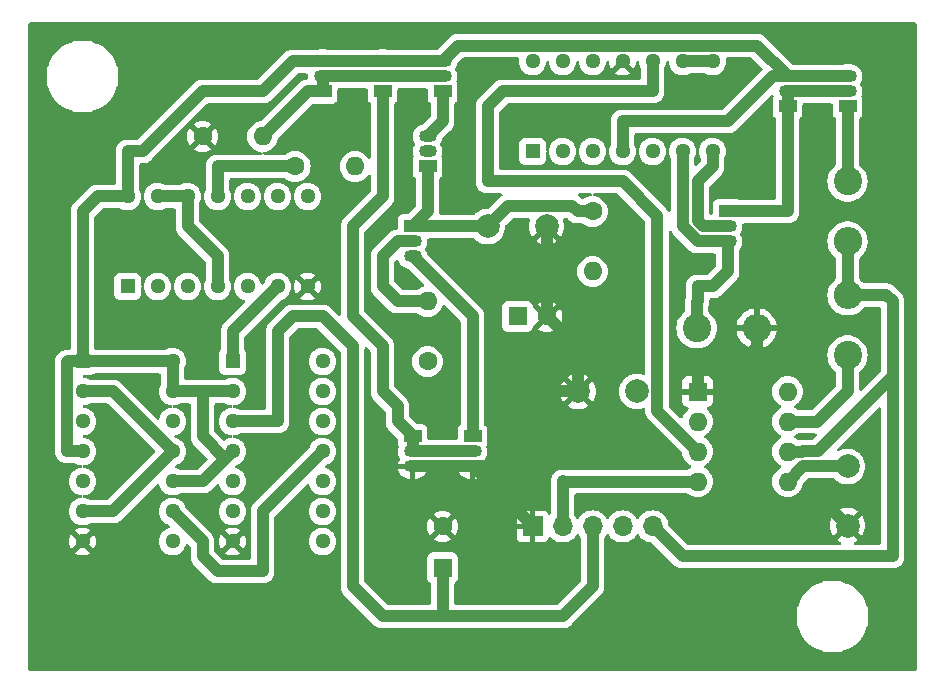
<source format=gbr>
%TF.GenerationSoftware,KiCad,Pcbnew,8.0.6*%
%TF.CreationDate,2024-12-10T23:47:37+05:30*%
%TF.ProjectId,PLL_type_2,504c4c5f-7479-4706-955f-322e6b696361,rev?*%
%TF.SameCoordinates,Original*%
%TF.FileFunction,Copper,L1,Top*%
%TF.FilePolarity,Positive*%
%FSLAX46Y46*%
G04 Gerber Fmt 4.6, Leading zero omitted, Abs format (unit mm)*
G04 Created by KiCad (PCBNEW 8.0.6) date 2024-12-10 23:47:37*
%MOMM*%
%LPD*%
G01*
G04 APERTURE LIST*
%TA.AperFunction,ComponentPad*%
%ADD10R,1.295400X1.295400*%
%TD*%
%TA.AperFunction,ComponentPad*%
%ADD11C,1.295400*%
%TD*%
%TA.AperFunction,ComponentPad*%
%ADD12C,2.400000*%
%TD*%
%TA.AperFunction,ComponentPad*%
%ADD13O,2.400000X2.400000*%
%TD*%
%TA.AperFunction,ComponentPad*%
%ADD14C,2.000000*%
%TD*%
%TA.AperFunction,ComponentPad*%
%ADD15R,1.500000X1.050000*%
%TD*%
%TA.AperFunction,ComponentPad*%
%ADD16O,1.500000X1.050000*%
%TD*%
%TA.AperFunction,ComponentPad*%
%ADD17C,1.600000*%
%TD*%
%TA.AperFunction,ComponentPad*%
%ADD18O,1.600000X1.600000*%
%TD*%
%TA.AperFunction,ComponentPad*%
%ADD19R,1.600000X1.600000*%
%TD*%
%TA.AperFunction,ComponentPad*%
%ADD20R,1.700000X1.700000*%
%TD*%
%TA.AperFunction,ComponentPad*%
%ADD21O,1.700000X1.700000*%
%TD*%
%TA.AperFunction,Conductor*%
%ADD22C,1.000000*%
%TD*%
G04 APERTURE END LIST*
D10*
%TO.P,U3,1,\u002A1R*%
%TO.N,Net-(U1-2Y)*%
X119380000Y-92710000D03*
D11*
%TO.P,U3,2,1D*%
%TO.N,VDD*%
X119380000Y-95250000D03*
%TO.P,U3,3,1CP*%
%TO.N,vin*%
X119380000Y-97790000D03*
%TO.P,U3,4,\u002A1S*%
%TO.N,VDD*%
X119380000Y-100330000D03*
%TO.P,U3,5,1Q*%
%TO.N,Net-(U1-2A)*%
X119380000Y-102870000D03*
%TO.P,U3,6,\u002A1Q*%
%TO.N,unconnected-(U3-\u002A1Q-Pad6)*%
X119380000Y-105410000D03*
%TO.P,U3,7,GND*%
%TO.N,GND*%
X119380000Y-107950000D03*
%TO.P,U3,8,\u002A2Q*%
%TO.N,unconnected-(U3-\u002A2Q-Pad8)*%
X127000000Y-107950000D03*
%TO.P,U3,9,2Q*%
%TO.N,Net-(U1-2B)*%
X127000000Y-105410000D03*
%TO.P,U3,10,\u002A2S*%
%TO.N,VDD*%
X127000000Y-102870000D03*
%TO.P,U3,11,2CP*%
%TO.N,Net-(U2-2Q)*%
X127000000Y-100330000D03*
%TO.P,U3,12,2D*%
%TO.N,VDD*%
X127000000Y-97790000D03*
%TO.P,U3,13,\u002A2R*%
%TO.N,Net-(U1-2Y)*%
X127000000Y-95250000D03*
%TO.P,U3,14,VCC*%
%TO.N,VDD*%
X127000000Y-92710000D03*
%TD*%
D12*
%TO.P,R5,1*%
%TO.N,Net-(Q10-E)*%
X158675500Y-89892300D03*
D13*
%TO.P,R5,2*%
%TO.N,GND*%
X163755500Y-89892300D03*
%TD*%
D10*
%TO.P,U6,1,1OUT*%
%TO.N,unconnected-(U6-1OUT-Pad1)*%
X144780000Y-74930000D03*
D11*
%TO.P,U6,2,1IN-*%
%TO.N,unconnected-(U6-1IN--Pad2)*%
X147320000Y-74930000D03*
%TO.P,U6,3,1IN+*%
%TO.N,unconnected-(U6-1IN+-Pad3)*%
X149860000Y-74930000D03*
%TO.P,U6,4,VCC*%
%TO.N,VDD*%
X152400000Y-74930000D03*
%TO.P,U6,5,2IN+*%
%TO.N,Net-(Q4-C)*%
X154940000Y-74930000D03*
%TO.P,U6,6,2IN-*%
%TO.N,Net-(Q10-E)*%
X157480000Y-74930000D03*
%TO.P,U6,7,2OUT*%
%TO.N,Net-(Q10-B)*%
X160020000Y-74930000D03*
%TO.P,U6,8,3OUT*%
%TO.N,vout*%
X160020000Y-67310000D03*
%TO.P,U6,9,3IN-*%
X157480000Y-67310000D03*
%TO.P,U6,10,3IN+*%
%TO.N,Net-(U2-1CP)*%
X154940000Y-67310000D03*
%TO.P,U6,11,GND*%
%TO.N,GND*%
X152400000Y-67310000D03*
%TO.P,U6,12,4IN+*%
%TO.N,unconnected-(U6-4IN+-Pad12)*%
X149860000Y-67310000D03*
%TO.P,U6,13,4IN-*%
%TO.N,unconnected-(U6-4IN--Pad13)*%
X147320000Y-67310000D03*
%TO.P,U6,14,4OUT*%
%TO.N,unconnected-(U6-4OUT-Pad14)*%
X144780000Y-67310000D03*
%TD*%
D12*
%TO.P,R7,1*%
%TO.N,Net-(U4-DIS)*%
X171450000Y-92185000D03*
D13*
%TO.P,R7,2*%
%TO.N,vcap*%
X171450000Y-87105000D03*
%TD*%
D14*
%TO.P,C4,1*%
%TO.N,Net-(U4-CV)*%
X171450000Y-101600000D03*
%TO.P,C4,2*%
%TO.N,GND*%
X171450000Y-106600000D03*
%TD*%
D15*
%TO.P,Q6,1,C*%
%TO.N,Net-(Q2-C)*%
X134620000Y-99060000D03*
D16*
%TO.P,Q6,2,B*%
X134620000Y-100330000D03*
%TO.P,Q6,3,E*%
%TO.N,GND*%
X134620000Y-101600000D03*
%TD*%
D17*
%TO.P,R1,1*%
%TO.N,GND*%
X116840000Y-73660000D03*
D18*
%TO.P,R1,2*%
%TO.N,Net-(Q1-B)*%
X121920000Y-73660000D03*
%TD*%
D17*
%TO.P,R4,1*%
%TO.N,Net-(Q4-C)*%
X149860000Y-80010000D03*
D18*
%TO.P,R4,2*%
%TO.N,Net-(C2-Pad1)*%
X149860000Y-85090000D03*
%TD*%
D15*
%TO.P,Q1,1,C*%
%TO.N,Net-(Q1-B)*%
X127000000Y-69850000D03*
D16*
%TO.P,Q1,2,B*%
X127000000Y-68580000D03*
%TO.P,Q1,3,E*%
%TO.N,VDD*%
X127000000Y-67310000D03*
%TD*%
D15*
%TO.P,Q4,1,C*%
%TO.N,Net-(Q4-C)*%
X135890000Y-76200000D03*
D16*
%TO.P,Q4,2,B*%
%TO.N,Net-(Q4-B)*%
X135890000Y-74930000D03*
%TO.P,Q4,3,E*%
%TO.N,Net-(Q3-C)*%
X135890000Y-73660000D03*
%TD*%
D10*
%TO.P,U2,1,\u002A1R*%
%TO.N,VDD*%
X106680000Y-92710000D03*
D11*
%TO.P,U2,2,1D*%
%TO.N,Net-(U2-\u002A1Q)*%
X106680000Y-95250000D03*
%TO.P,U2,3,1CP*%
%TO.N,Net-(U2-1CP)*%
X106680000Y-97790000D03*
%TO.P,U2,4,\u002A1S*%
%TO.N,VDD*%
X106680000Y-100330000D03*
%TO.P,U2,5,1Q*%
%TO.N,unconnected-(U2-1Q-Pad5)*%
X106680000Y-102870000D03*
%TO.P,U2,6,\u002A1Q*%
%TO.N,Net-(U2-\u002A1Q)*%
X106680000Y-105410000D03*
%TO.P,U2,7,GND*%
%TO.N,GND*%
X106680000Y-107950000D03*
%TO.P,U2,8,\u002A2Q*%
%TO.N,Net-(U2-\u002A2Q)*%
X114300000Y-107950000D03*
%TO.P,U2,9,2Q*%
%TO.N,Net-(U2-2Q)*%
X114300000Y-105410000D03*
%TO.P,U2,10,\u002A2S*%
%TO.N,VDD*%
X114300000Y-102870000D03*
%TO.P,U2,11,2CP*%
%TO.N,Net-(U2-\u002A1Q)*%
X114300000Y-100330000D03*
%TO.P,U2,12,2D*%
%TO.N,Net-(U2-\u002A2Q)*%
X114300000Y-97790000D03*
%TO.P,U2,13,\u002A2R*%
%TO.N,VDD*%
X114300000Y-95250000D03*
%TO.P,U2,14,VCC*%
X114300000Y-92710000D03*
%TD*%
D15*
%TO.P,Q2,1,C*%
%TO.N,Net-(Q2-C)*%
X132080000Y-69850000D03*
D16*
%TO.P,Q2,2,B*%
%TO.N,Net-(Q1-B)*%
X132080000Y-68580000D03*
%TO.P,Q2,3,E*%
%TO.N,VDD*%
X132080000Y-67310000D03*
%TD*%
D15*
%TO.P,Q8,1,C*%
%TO.N,Net-(Q10-C)*%
X166370000Y-71120000D03*
D16*
%TO.P,Q8,2,B*%
X166370000Y-69850000D03*
%TO.P,Q8,3,E*%
%TO.N,VDD*%
X166370000Y-68580000D03*
%TD*%
D15*
%TO.P,Q7,1,C*%
%TO.N,Net-(Q5-E)*%
X139700000Y-99060000D03*
D16*
%TO.P,Q7,2,B*%
%TO.N,Net-(Q2-C)*%
X139700000Y-100330000D03*
%TO.P,Q7,3,E*%
%TO.N,GND*%
X139700000Y-101600000D03*
%TD*%
D15*
%TO.P,Q10,1,C*%
%TO.N,Net-(Q10-C)*%
X161290000Y-80010000D03*
D16*
%TO.P,Q10,2,B*%
%TO.N,Net-(Q10-B)*%
X161290000Y-81280000D03*
%TO.P,Q10,3,E*%
%TO.N,Net-(Q10-E)*%
X161290000Y-82550000D03*
%TD*%
D17*
%TO.P,R3,1*%
%TO.N,Net-(U1-2B)*%
X135890000Y-92710000D03*
D18*
%TO.P,R3,2*%
%TO.N,Net-(Q5-B)*%
X135890000Y-87630000D03*
%TD*%
D15*
%TO.P,Q9,1,C*%
%TO.N,Net-(Q9-C)*%
X171450000Y-71120000D03*
D16*
%TO.P,Q9,2,B*%
%TO.N,Net-(Q10-C)*%
X171450000Y-69850000D03*
%TO.P,Q9,3,E*%
%TO.N,VDD*%
X171450000Y-68580000D03*
%TD*%
D19*
%TO.P,C5,1*%
%TO.N,vin*%
X137160000Y-110180000D03*
D17*
%TO.P,C5,2*%
%TO.N,GND*%
X137160000Y-106680000D03*
%TD*%
D15*
%TO.P,Q3,1,C*%
%TO.N,Net-(Q3-C)*%
X137160000Y-69850000D03*
D16*
%TO.P,Q3,2,B*%
%TO.N,Net-(Q1-B)*%
X137160000Y-68580000D03*
%TO.P,Q3,3,E*%
%TO.N,VDD*%
X137160000Y-67310000D03*
%TD*%
D14*
%TO.P,C1,1*%
%TO.N,Net-(Q4-C)*%
X140970000Y-81280000D03*
%TO.P,C1,2*%
%TO.N,GND*%
X145970000Y-81280000D03*
%TD*%
D19*
%TO.P,U4,1,GND*%
%TO.N,GND*%
X158760000Y-95260000D03*
D18*
%TO.P,U4,2,TR*%
%TO.N,vcap*%
X158760000Y-97800000D03*
%TO.P,U4,3,Q*%
%TO.N,Net-(U2-1CP)*%
X158760000Y-100340000D03*
%TO.P,U4,4,R*%
%TO.N,VDD*%
X158760000Y-102880000D03*
%TO.P,U4,5,CV*%
%TO.N,Net-(U4-CV)*%
X166380000Y-102880000D03*
%TO.P,U4,6,THR*%
%TO.N,vcap*%
X166380000Y-100340000D03*
%TO.P,U4,7,DIS*%
%TO.N,Net-(U4-DIS)*%
X166380000Y-97800000D03*
%TO.P,U4,8,VCC*%
%TO.N,VDD*%
X166380000Y-95260000D03*
%TD*%
D19*
%TO.P,C2,1*%
%TO.N,Net-(C2-Pad1)*%
X143510000Y-88900000D03*
D17*
%TO.P,C2,2*%
%TO.N,GND*%
X146010000Y-88900000D03*
%TD*%
%TO.P,R2,1*%
%TO.N,Net-(U1-4Y)*%
X124685000Y-76200000D03*
D18*
%TO.P,R2,2*%
%TO.N,Net-(Q4-B)*%
X129765000Y-76200000D03*
%TD*%
D10*
%TO.P,U1,1,1A*%
%TO.N,unconnected-(U1-1A-Pad1)*%
X110490000Y-86360000D03*
D11*
%TO.P,U1,2,1B*%
%TO.N,unconnected-(U1-1B-Pad2)*%
X113030000Y-86360000D03*
%TO.P,U1,3,1Y*%
%TO.N,unconnected-(U1-1Y-Pad3)*%
X115570000Y-86360000D03*
%TO.P,U1,4,2A*%
%TO.N,Net-(U1-2A)*%
X118110000Y-86360000D03*
%TO.P,U1,5,2B*%
%TO.N,Net-(U1-2B)*%
X120650000Y-86360000D03*
%TO.P,U1,6,2Y*%
%TO.N,Net-(U1-2Y)*%
X123190000Y-86360000D03*
%TO.P,U1,7,GND*%
%TO.N,GND*%
X125730000Y-86360000D03*
%TO.P,U1,8,3Y*%
%TO.N,unconnected-(U1-3Y-Pad8)*%
X125730000Y-78740000D03*
%TO.P,U1,9,3A*%
%TO.N,unconnected-(U1-3A-Pad9)*%
X123190000Y-78740000D03*
%TO.P,U1,10,3B*%
%TO.N,unconnected-(U1-3B-Pad10)*%
X120650000Y-78740000D03*
%TO.P,U1,11,4Y*%
%TO.N,Net-(U1-4Y)*%
X118110000Y-78740000D03*
%TO.P,U1,12,4A*%
%TO.N,Net-(U1-2A)*%
X115570000Y-78740000D03*
%TO.P,U1,13,4B*%
X113030000Y-78740000D03*
%TO.P,U1,14,VCC*%
%TO.N,VDD*%
X110490000Y-78740000D03*
%TD*%
D20*
%TO.P,J1,1,Pin_1*%
%TO.N,GND*%
X144780000Y-106680000D03*
D21*
%TO.P,J1,2,Pin_2*%
%TO.N,VDD*%
X147320000Y-106680000D03*
%TO.P,J1,3,Pin_3*%
%TO.N,vin*%
X149860000Y-106680000D03*
%TO.P,J1,4,Pin_4*%
%TO.N,vout*%
X152400000Y-106680000D03*
%TO.P,J1,5,Pin_5*%
%TO.N,vcap*%
X154940000Y-106680000D03*
%TD*%
D12*
%TO.P,R6,1*%
%TO.N,Net-(Q9-C)*%
X171450000Y-77470000D03*
D13*
%TO.P,R6,2*%
%TO.N,vcap*%
X171450000Y-82550000D03*
%TD*%
D15*
%TO.P,Q5,1,C*%
%TO.N,Net-(Q4-C)*%
X134620000Y-81280000D03*
D16*
%TO.P,Q5,2,B*%
%TO.N,Net-(Q5-B)*%
X134620000Y-82550000D03*
%TO.P,Q5,3,E*%
%TO.N,Net-(Q5-E)*%
X134620000Y-83820000D03*
%TD*%
D14*
%TO.P,C3,1*%
%TO.N,GND*%
X148630000Y-95250000D03*
%TO.P,C3,2*%
%TO.N,vcap*%
X153630000Y-95250000D03*
%TD*%
D22*
%TO.N,Net-(Q4-C)*%
X135890000Y-76200000D02*
X135890000Y-80010000D01*
X142670000Y-79580000D02*
X140970000Y-81280000D01*
X149860000Y-80010000D02*
X148590000Y-80010000D01*
X135890000Y-80010000D02*
X134620000Y-81280000D01*
X148160000Y-79580000D02*
X142670000Y-79580000D01*
X148590000Y-80010000D02*
X148160000Y-79580000D01*
X134620000Y-81280000D02*
X140970000Y-81280000D01*
%TO.N,GND*%
X162560000Y-92710000D02*
X162560000Y-105410000D01*
X163755500Y-91514500D02*
X162560000Y-92710000D01*
X148630000Y-91520000D02*
X146010000Y-88900000D01*
X146010000Y-88900000D02*
X146010000Y-81320000D01*
X146010000Y-81320000D02*
X145970000Y-81280000D01*
X139700000Y-101600000D02*
X144780000Y-106680000D01*
X158750000Y-92710000D02*
X158750000Y-95250000D01*
X134620000Y-101600000D02*
X139700000Y-101600000D01*
X170260000Y-105410000D02*
X171450000Y-106600000D01*
X162560000Y-105410000D02*
X170260000Y-105410000D01*
X146050000Y-96550000D02*
X146050000Y-95250000D01*
X148630000Y-95250000D02*
X148630000Y-91520000D01*
X163755500Y-89892300D02*
X163755500Y-91514500D01*
X146050000Y-95250000D02*
X148630000Y-95250000D01*
X158750000Y-95250000D02*
X158760000Y-95260000D01*
X139700000Y-101600000D02*
X141000000Y-101600000D01*
X162560000Y-92710000D02*
X158750000Y-92710000D01*
X141000000Y-101600000D02*
X146050000Y-96550000D01*
%TO.N,vcap*%
X174735000Y-87105000D02*
X175260000Y-87630000D01*
X175260000Y-93980000D02*
X175260000Y-109220000D01*
X171450000Y-87105000D02*
X174735000Y-87105000D01*
X175260000Y-87630000D02*
X175260000Y-93980000D01*
X157480000Y-109220000D02*
X154940000Y-106680000D01*
X167640000Y-100330000D02*
X167630000Y-100340000D01*
X168910000Y-100330000D02*
X167640000Y-100330000D01*
X175260000Y-93980000D02*
X168910000Y-100330000D01*
X167630000Y-100340000D02*
X166380000Y-100340000D01*
X175260000Y-109220000D02*
X157480000Y-109220000D01*
X171450000Y-82550000D02*
X171450000Y-87105000D01*
%TO.N,Net-(U4-CV)*%
X167660000Y-101600000D02*
X166380000Y-102880000D01*
X171450000Y-101600000D02*
X167660000Y-101600000D01*
%TO.N,vout*%
X157480000Y-67310000D02*
X160020000Y-67310000D01*
%TO.N,vin*%
X129540000Y-91440000D02*
X129540000Y-111760000D01*
X137160000Y-110180000D02*
X137160000Y-114300000D01*
X132080000Y-114300000D02*
X137160000Y-114300000D01*
X124460000Y-88900000D02*
X127000000Y-88900000D01*
X137160000Y-114300000D02*
X147320000Y-114300000D01*
X127000000Y-88900000D02*
X129540000Y-91440000D01*
X123190000Y-90170000D02*
X124460000Y-88900000D01*
X123190000Y-97790000D02*
X123190000Y-90170000D01*
X147320000Y-114300000D02*
X149860000Y-111760000D01*
X129540000Y-111760000D02*
X132080000Y-114300000D01*
X149860000Y-111760000D02*
X149860000Y-106680000D01*
X119380000Y-97790000D02*
X123190000Y-97790000D01*
%TO.N,VDD*%
X116840000Y-99060000D02*
X118745000Y-100965000D01*
X110490000Y-74930000D02*
X111760000Y-74930000D01*
X105410000Y-100330000D02*
X106680000Y-100330000D01*
X166370000Y-68580000D02*
X171450000Y-68580000D01*
X152400000Y-74930000D02*
X152400000Y-72390000D01*
X114300000Y-92710000D02*
X114300000Y-95250000D01*
X118745000Y-100965000D02*
X119380000Y-100330000D01*
X124460000Y-67310000D02*
X127000000Y-67310000D01*
X110490000Y-78740000D02*
X107950000Y-78740000D01*
X105410000Y-92710000D02*
X105332300Y-92787700D01*
X147330000Y-102880000D02*
X147320000Y-102870000D01*
X147320000Y-102870000D02*
X147320000Y-106680000D01*
X106680000Y-80010000D02*
X106680000Y-92710000D01*
X106680000Y-92710000D02*
X114300000Y-92710000D01*
X165100000Y-68580000D02*
X166370000Y-68580000D01*
X116840000Y-102870000D02*
X118745000Y-100965000D01*
X116840000Y-95250000D02*
X119380000Y-95250000D01*
X105332300Y-92787700D02*
X105332300Y-100252300D01*
X111760000Y-74930000D02*
X116840000Y-69850000D01*
X107950000Y-78740000D02*
X106680000Y-80010000D01*
X105332300Y-100252300D02*
X105410000Y-100330000D01*
X114300000Y-95250000D02*
X116840000Y-95250000D01*
X116840000Y-95250000D02*
X116840000Y-99060000D01*
X152400000Y-72390000D02*
X161290000Y-72390000D01*
X163752300Y-65962300D02*
X138507700Y-65962300D01*
X158760000Y-102880000D02*
X147330000Y-102880000D01*
X166370000Y-68580000D02*
X163752300Y-65962300D01*
X127000000Y-67310000D02*
X137160000Y-67310000D01*
X138507700Y-65962300D02*
X137160000Y-67310000D01*
X116840000Y-69850000D02*
X121920000Y-69850000D01*
X106680000Y-92710000D02*
X105410000Y-92710000D01*
X110490000Y-78740000D02*
X110490000Y-74930000D01*
X114300000Y-102870000D02*
X116840000Y-102870000D01*
X161290000Y-72390000D02*
X165100000Y-68580000D01*
X121920000Y-69850000D02*
X124460000Y-67310000D01*
%TO.N,Net-(Q1-B)*%
X127000000Y-68580000D02*
X137160000Y-68580000D01*
X125730000Y-69850000D02*
X121920000Y-73660000D01*
X127000000Y-68580000D02*
X127000000Y-69850000D01*
X127000000Y-69850000D02*
X125730000Y-69850000D01*
%TO.N,Net-(Q2-C)*%
X133350000Y-97790000D02*
X134620000Y-99060000D01*
X134620000Y-99060000D02*
X134620000Y-100330000D01*
X133350000Y-96520000D02*
X133350000Y-97790000D01*
X132080000Y-95250000D02*
X133350000Y-96520000D01*
X129540000Y-81280000D02*
X129540000Y-88900000D01*
X134620000Y-100330000D02*
X139700000Y-100330000D01*
X132080000Y-69850000D02*
X132080000Y-78740000D01*
X132080000Y-78740000D02*
X129540000Y-81280000D01*
X132080000Y-91440000D02*
X132080000Y-95250000D01*
X129540000Y-88900000D02*
X132080000Y-91440000D01*
%TO.N,Net-(Q3-C)*%
X137160000Y-69850000D02*
X137160000Y-72390000D01*
X137160000Y-72390000D02*
X135890000Y-73660000D01*
%TO.N,Net-(Q5-E)*%
X139700000Y-88900000D02*
X139700000Y-99060000D01*
X134620000Y-83820000D02*
X139700000Y-88900000D01*
%TO.N,Net-(Q5-B)*%
X132080000Y-86360000D02*
X132080000Y-83820000D01*
X133350000Y-82550000D02*
X132080000Y-83820000D01*
X133350000Y-87630000D02*
X132080000Y-86360000D01*
X135890000Y-87630000D02*
X133350000Y-87630000D01*
X134620000Y-82550000D02*
X133350000Y-82550000D01*
%TO.N,Net-(Q10-C)*%
X166370000Y-69850000D02*
X166370000Y-71120000D01*
X166370000Y-80010000D02*
X161290000Y-80010000D01*
X166370000Y-71120000D02*
X166370000Y-80010000D01*
X166370000Y-69850000D02*
X171450000Y-69850000D01*
%TO.N,Net-(Q9-C)*%
X171450000Y-71120000D02*
X171450000Y-77470000D01*
%TO.N,Net-(Q10-E)*%
X158750000Y-86360000D02*
X158750000Y-87630000D01*
X157480000Y-74930000D02*
X157480000Y-81280000D01*
X158675500Y-87704500D02*
X158675500Y-89892300D01*
X161290000Y-85090000D02*
X160020000Y-86360000D01*
X157480000Y-81280000D02*
X158750000Y-82550000D01*
X161290000Y-82550000D02*
X161290000Y-85090000D01*
X158750000Y-82550000D02*
X161290000Y-82550000D01*
X160020000Y-86360000D02*
X158750000Y-86360000D01*
X158750000Y-87630000D02*
X158675500Y-87704500D01*
%TO.N,Net-(Q10-B)*%
X158750000Y-77470000D02*
X158750000Y-80852944D01*
X158750000Y-80852944D02*
X159177056Y-81280000D01*
X160020000Y-74930000D02*
X160020000Y-76200000D01*
X160020000Y-76200000D02*
X158750000Y-77470000D01*
X159177056Y-81280000D02*
X161290000Y-81280000D01*
%TO.N,Net-(U1-4Y)*%
X118110000Y-76200000D02*
X124685000Y-76200000D01*
X118110000Y-78740000D02*
X118110000Y-76200000D01*
%TO.N,Net-(U4-DIS)*%
X171450000Y-95250000D02*
X168900000Y-97800000D01*
X171450000Y-92185000D02*
X171450000Y-95250000D01*
X168900000Y-97800000D02*
X166380000Y-97800000D01*
%TO.N,Net-(U1-2A)*%
X113030000Y-78740000D02*
X115570000Y-78740000D01*
X115570000Y-81280000D02*
X118110000Y-83820000D01*
X115570000Y-78740000D02*
X115570000Y-81280000D01*
X118110000Y-83820000D02*
X118110000Y-86360000D01*
%TO.N,Net-(U1-2Y)*%
X123190000Y-86360000D02*
X119380000Y-90170000D01*
X119380000Y-90170000D02*
X119380000Y-92710000D01*
%TO.N,Net-(U2-1CP)*%
X155330000Y-96910000D02*
X158760000Y-100340000D01*
X152400000Y-77470000D02*
X155330000Y-80400000D01*
X142240000Y-69850000D02*
X140970000Y-71120000D01*
X154940000Y-67310000D02*
X154940000Y-69850000D01*
X155330000Y-80400000D02*
X155330000Y-96910000D01*
X154940000Y-69850000D02*
X142240000Y-69850000D01*
X140970000Y-71120000D02*
X140970000Y-77470000D01*
X140970000Y-77470000D02*
X152400000Y-77470000D01*
%TO.N,Net-(U2-2Q)*%
X116840000Y-109220000D02*
X116840000Y-107950000D01*
X127000000Y-100330000D02*
X121920000Y-105410000D01*
X121920000Y-110490000D02*
X118110000Y-110490000D01*
X118110000Y-110490000D02*
X116840000Y-109220000D01*
X116840000Y-107950000D02*
X114300000Y-105410000D01*
X121920000Y-105410000D02*
X121920000Y-110490000D01*
%TO.N,Net-(U2-\u002A1Q)*%
X114300000Y-100330000D02*
X109220000Y-105410000D01*
X109220000Y-95250000D02*
X114300000Y-100330000D01*
X106680000Y-95250000D02*
X109220000Y-95250000D01*
X109220000Y-105410000D02*
X106680000Y-105410000D01*
%TD*%
%TA.AperFunction,Conductor*%
%TO.N,GND*%
G36*
X152001257Y-78490185D02*
G01*
X152021899Y-78506819D01*
X154293181Y-80778101D01*
X154326666Y-80839424D01*
X154329500Y-80865782D01*
X154329500Y-93730006D01*
X154309815Y-93797045D01*
X154257011Y-93842800D01*
X154187853Y-93852744D01*
X154165237Y-93847287D01*
X153999616Y-93790429D01*
X153754335Y-93749500D01*
X153505665Y-93749500D01*
X153260383Y-93790429D01*
X153025197Y-93871169D01*
X153025188Y-93871172D01*
X152806493Y-93989524D01*
X152610257Y-94142261D01*
X152441833Y-94325217D01*
X152305826Y-94533393D01*
X152205936Y-94761118D01*
X152144892Y-95002175D01*
X152144890Y-95002187D01*
X152124357Y-95249994D01*
X152124357Y-95250005D01*
X152144890Y-95497812D01*
X152144892Y-95497824D01*
X152205936Y-95738881D01*
X152305826Y-95966606D01*
X152441833Y-96174782D01*
X152441836Y-96174785D01*
X152610256Y-96357738D01*
X152806491Y-96510474D01*
X152886177Y-96553598D01*
X153024332Y-96628364D01*
X153025190Y-96628828D01*
X153187788Y-96684648D01*
X153258964Y-96709083D01*
X153260386Y-96709571D01*
X153505665Y-96750500D01*
X153754335Y-96750500D01*
X153999614Y-96709571D01*
X154165238Y-96652711D01*
X154235035Y-96649562D01*
X154295457Y-96684648D01*
X154327317Y-96746830D01*
X154329500Y-96769993D01*
X154329500Y-97008542D01*
X154346783Y-97095428D01*
X154346783Y-97095429D01*
X154360068Y-97162218D01*
X154367947Y-97201829D01*
X154367949Y-97201837D01*
X154443364Y-97383907D01*
X154443371Y-97383920D01*
X154552859Y-97547780D01*
X154552860Y-97547781D01*
X154552861Y-97547782D01*
X154692218Y-97687139D01*
X154692219Y-97687139D01*
X154699286Y-97694206D01*
X154699285Y-97694206D01*
X154699289Y-97694209D01*
X157433111Y-100428032D01*
X157466596Y-100489355D01*
X157468958Y-100504903D01*
X157474364Y-100566688D01*
X157474366Y-100566697D01*
X157533258Y-100786488D01*
X157533261Y-100786497D01*
X157629431Y-100992732D01*
X157629432Y-100992734D01*
X157759954Y-101179141D01*
X157920858Y-101340045D01*
X157935075Y-101350000D01*
X158107266Y-101470568D01*
X158165275Y-101497618D01*
X158217714Y-101543791D01*
X158236866Y-101610984D01*
X158216650Y-101677865D01*
X158165275Y-101722382D01*
X158107267Y-101749431D01*
X158107265Y-101749432D01*
X158004595Y-101821322D01*
X157966747Y-101847824D01*
X157953535Y-101857075D01*
X157887329Y-101879402D01*
X157882412Y-101879500D01*
X147481026Y-101879500D01*
X147456834Y-101877117D01*
X147438238Y-101873418D01*
X147418542Y-101869500D01*
X147418541Y-101869500D01*
X147221459Y-101869500D01*
X147221458Y-101869500D01*
X147195184Y-101874726D01*
X147168909Y-101879953D01*
X147168908Y-101879953D01*
X147028171Y-101907947D01*
X147028163Y-101907949D01*
X146982048Y-101927051D01*
X146982047Y-101927051D01*
X146846092Y-101983364D01*
X146846079Y-101983371D01*
X146682218Y-102092860D01*
X146682214Y-102092863D01*
X146542860Y-102232217D01*
X146433371Y-102396080D01*
X146433364Y-102396093D01*
X146395863Y-102486632D01*
X146364625Y-102562048D01*
X146364624Y-102562052D01*
X146357948Y-102578167D01*
X146357947Y-102578171D01*
X146319500Y-102771454D01*
X146319500Y-105560569D01*
X146299815Y-105627608D01*
X146247011Y-105673363D01*
X146177853Y-105683307D01*
X146114297Y-105654282D01*
X146079319Y-105603903D01*
X146073356Y-105587917D01*
X146073350Y-105587906D01*
X145987190Y-105472812D01*
X145987187Y-105472809D01*
X145872093Y-105386649D01*
X145872086Y-105386645D01*
X145737379Y-105336403D01*
X145737372Y-105336401D01*
X145677844Y-105330000D01*
X145030000Y-105330000D01*
X145030000Y-106246988D01*
X144972993Y-106214075D01*
X144845826Y-106180000D01*
X144714174Y-106180000D01*
X144587007Y-106214075D01*
X144530000Y-106246988D01*
X144530000Y-105330000D01*
X143882155Y-105330000D01*
X143822627Y-105336401D01*
X143822620Y-105336403D01*
X143687913Y-105386645D01*
X143687906Y-105386649D01*
X143572812Y-105472809D01*
X143572809Y-105472812D01*
X143486649Y-105587906D01*
X143486645Y-105587913D01*
X143436403Y-105722620D01*
X143436401Y-105722627D01*
X143430000Y-105782155D01*
X143430000Y-106430000D01*
X144346988Y-106430000D01*
X144314075Y-106487007D01*
X144280000Y-106614174D01*
X144280000Y-106745826D01*
X144314075Y-106872993D01*
X144346988Y-106930000D01*
X143430000Y-106930000D01*
X143430000Y-107577844D01*
X143436401Y-107637372D01*
X143436403Y-107637379D01*
X143486645Y-107772086D01*
X143486649Y-107772093D01*
X143572809Y-107887187D01*
X143572812Y-107887190D01*
X143687906Y-107973350D01*
X143687913Y-107973354D01*
X143822620Y-108023596D01*
X143822627Y-108023598D01*
X143882155Y-108029999D01*
X143882172Y-108030000D01*
X144530000Y-108030000D01*
X144530000Y-107113012D01*
X144587007Y-107145925D01*
X144714174Y-107180000D01*
X144845826Y-107180000D01*
X144972993Y-107145925D01*
X145030000Y-107113012D01*
X145030000Y-108030000D01*
X145677828Y-108030000D01*
X145677844Y-108029999D01*
X145737372Y-108023598D01*
X145737379Y-108023596D01*
X145872086Y-107973354D01*
X145872093Y-107973350D01*
X145987187Y-107887190D01*
X145987190Y-107887187D01*
X146073350Y-107772093D01*
X146073354Y-107772086D01*
X146122422Y-107640529D01*
X146164293Y-107584595D01*
X146229757Y-107560178D01*
X146298030Y-107575030D01*
X146326285Y-107596181D01*
X146448599Y-107718495D01*
X146506482Y-107759025D01*
X146642165Y-107854032D01*
X146642167Y-107854033D01*
X146642170Y-107854035D01*
X146856337Y-107953903D01*
X147084592Y-108015063D01*
X147255319Y-108030000D01*
X147319999Y-108035659D01*
X147320000Y-108035659D01*
X147320001Y-108035659D01*
X147384681Y-108030000D01*
X147555408Y-108015063D01*
X147783663Y-107953903D01*
X147997830Y-107854035D01*
X148191401Y-107718495D01*
X148358495Y-107551401D01*
X148488425Y-107365842D01*
X148543002Y-107322217D01*
X148612500Y-107315023D01*
X148674855Y-107346546D01*
X148691575Y-107365842D01*
X148821501Y-107551396D01*
X148821505Y-107551401D01*
X148823181Y-107553077D01*
X148823682Y-107553995D01*
X148824982Y-107555544D01*
X148824670Y-107555805D01*
X148856666Y-107614400D01*
X148859500Y-107640758D01*
X148859500Y-111294217D01*
X148839815Y-111361256D01*
X148823181Y-111381898D01*
X146941899Y-113263181D01*
X146880576Y-113296666D01*
X146854218Y-113299500D01*
X138284500Y-113299500D01*
X138217461Y-113279815D01*
X138171706Y-113227011D01*
X138160500Y-113175500D01*
X138160500Y-111517180D01*
X138180185Y-111450141D01*
X138210187Y-111417914D01*
X138317546Y-111337546D01*
X138403796Y-111222331D01*
X138454091Y-111087483D01*
X138460500Y-111027873D01*
X138460499Y-109332128D01*
X138454091Y-109272517D01*
X138403796Y-109137669D01*
X138403795Y-109137668D01*
X138403793Y-109137664D01*
X138317547Y-109022455D01*
X138317544Y-109022452D01*
X138202335Y-108936206D01*
X138202328Y-108936202D01*
X138067482Y-108885908D01*
X138067483Y-108885908D01*
X138007883Y-108879501D01*
X138007881Y-108879500D01*
X138007873Y-108879500D01*
X138007864Y-108879500D01*
X136312129Y-108879500D01*
X136312123Y-108879501D01*
X136252516Y-108885908D01*
X136117671Y-108936202D01*
X136117664Y-108936206D01*
X136002455Y-109022452D01*
X136002452Y-109022455D01*
X135916206Y-109137664D01*
X135916202Y-109137671D01*
X135865908Y-109272517D01*
X135860960Y-109318543D01*
X135859501Y-109332123D01*
X135859500Y-109332135D01*
X135859500Y-111027870D01*
X135859501Y-111027876D01*
X135865908Y-111087483D01*
X135916202Y-111222328D01*
X135916206Y-111222335D01*
X135954776Y-111273857D01*
X136002454Y-111337546D01*
X136109811Y-111417914D01*
X136151682Y-111473847D01*
X136159500Y-111517180D01*
X136159500Y-113175500D01*
X136139815Y-113242539D01*
X136087011Y-113288294D01*
X136035500Y-113299500D01*
X132545783Y-113299500D01*
X132478744Y-113279815D01*
X132458102Y-113263181D01*
X130576819Y-111381898D01*
X130543334Y-111320575D01*
X130540500Y-111294217D01*
X130540500Y-106679997D01*
X135855034Y-106679997D01*
X135855034Y-106680002D01*
X135874858Y-106906599D01*
X135874860Y-106906610D01*
X135933730Y-107126317D01*
X135933735Y-107126331D01*
X136029863Y-107332478D01*
X136080974Y-107405472D01*
X136760000Y-106726446D01*
X136760000Y-106732661D01*
X136787259Y-106834394D01*
X136839920Y-106925606D01*
X136914394Y-107000080D01*
X137005606Y-107052741D01*
X137107339Y-107080000D01*
X137113553Y-107080000D01*
X136434526Y-107759025D01*
X136507513Y-107810132D01*
X136507521Y-107810136D01*
X136713668Y-107906264D01*
X136713682Y-107906269D01*
X136933389Y-107965139D01*
X136933400Y-107965141D01*
X137159998Y-107984966D01*
X137160002Y-107984966D01*
X137386599Y-107965141D01*
X137386610Y-107965139D01*
X137606317Y-107906269D01*
X137606331Y-107906264D01*
X137812478Y-107810136D01*
X137885471Y-107759024D01*
X137206447Y-107080000D01*
X137212661Y-107080000D01*
X137314394Y-107052741D01*
X137405606Y-107000080D01*
X137480080Y-106925606D01*
X137532741Y-106834394D01*
X137560000Y-106732661D01*
X137560000Y-106726447D01*
X138239024Y-107405471D01*
X138290136Y-107332478D01*
X138386264Y-107126331D01*
X138386269Y-107126317D01*
X138445139Y-106906610D01*
X138445141Y-106906599D01*
X138464966Y-106680002D01*
X138464966Y-106679997D01*
X138445141Y-106453400D01*
X138445139Y-106453389D01*
X138386269Y-106233682D01*
X138386264Y-106233668D01*
X138290136Y-106027521D01*
X138290132Y-106027513D01*
X138239025Y-105954526D01*
X137560000Y-106633551D01*
X137560000Y-106627339D01*
X137532741Y-106525606D01*
X137480080Y-106434394D01*
X137405606Y-106359920D01*
X137314394Y-106307259D01*
X137212661Y-106280000D01*
X137206448Y-106280000D01*
X137885472Y-105600974D01*
X137812478Y-105549863D01*
X137606331Y-105453735D01*
X137606317Y-105453730D01*
X137386610Y-105394860D01*
X137386599Y-105394858D01*
X137160002Y-105375034D01*
X137159998Y-105375034D01*
X136933400Y-105394858D01*
X136933389Y-105394860D01*
X136713682Y-105453730D01*
X136713673Y-105453734D01*
X136507516Y-105549866D01*
X136507512Y-105549868D01*
X136434526Y-105600973D01*
X136434526Y-105600974D01*
X137113553Y-106280000D01*
X137107339Y-106280000D01*
X137005606Y-106307259D01*
X136914394Y-106359920D01*
X136839920Y-106434394D01*
X136787259Y-106525606D01*
X136760000Y-106627339D01*
X136760000Y-106633552D01*
X136080974Y-105954526D01*
X136080973Y-105954526D01*
X136029868Y-106027512D01*
X136029866Y-106027516D01*
X135933734Y-106233673D01*
X135933730Y-106233682D01*
X135874860Y-106453389D01*
X135874858Y-106453400D01*
X135855034Y-106679997D01*
X130540500Y-106679997D01*
X130540500Y-91614782D01*
X130560185Y-91547743D01*
X130612989Y-91501988D01*
X130682147Y-91492044D01*
X130745703Y-91521069D01*
X130752172Y-91527092D01*
X130810580Y-91585500D01*
X131043181Y-91818101D01*
X131076666Y-91879424D01*
X131079500Y-91905782D01*
X131079500Y-95348544D01*
X131117947Y-95541833D01*
X131117949Y-95541836D01*
X131140038Y-95595165D01*
X131155603Y-95632741D01*
X131193366Y-95723911D01*
X131193371Y-95723920D01*
X131302860Y-95887781D01*
X131302863Y-95887785D01*
X131446537Y-96031459D01*
X131446559Y-96031479D01*
X132313181Y-96898101D01*
X132346666Y-96959424D01*
X132349500Y-96985782D01*
X132349500Y-97888544D01*
X132387947Y-98081833D01*
X132387949Y-98081837D01*
X132410038Y-98135164D01*
X132463366Y-98263911D01*
X132463371Y-98263920D01*
X132572860Y-98427781D01*
X132572863Y-98427785D01*
X132716537Y-98571459D01*
X132716559Y-98571479D01*
X133333181Y-99188101D01*
X133366666Y-99249424D01*
X133369500Y-99275782D01*
X133369500Y-99632869D01*
X133369501Y-99632876D01*
X133375908Y-99692483D01*
X133426202Y-99827328D01*
X133426203Y-99827330D01*
X133426204Y-99827331D01*
X133427028Y-99828432D01*
X133427509Y-99829721D01*
X133430454Y-99835114D01*
X133429678Y-99835537D01*
X133451448Y-99893895D01*
X133442325Y-99950198D01*
X133408910Y-100030868D01*
X133408907Y-100030880D01*
X133369500Y-100228992D01*
X133369500Y-100431007D01*
X133408907Y-100629119D01*
X133408909Y-100629127D01*
X133486212Y-100815754D01*
X133540204Y-100896558D01*
X133561081Y-100963235D01*
X133542596Y-101030615D01*
X133540204Y-101034337D01*
X133486655Y-101114479D01*
X133486654Y-101114481D01*
X133409390Y-101301016D01*
X133409387Y-101301025D01*
X133399647Y-101350000D01*
X134254134Y-101350000D01*
X134278326Y-101352383D01*
X134281123Y-101352939D01*
X134293995Y-101355499D01*
X134293996Y-101355500D01*
X134293997Y-101355500D01*
X134334170Y-101355500D01*
X134319925Y-101369745D01*
X134270556Y-101455255D01*
X134245000Y-101550630D01*
X134245000Y-101649370D01*
X134270556Y-101744745D01*
X134319925Y-101830255D01*
X134339670Y-101850000D01*
X133399647Y-101850000D01*
X133409387Y-101898974D01*
X133409390Y-101898983D01*
X133486652Y-102085513D01*
X133486659Y-102085526D01*
X133598829Y-102253399D01*
X133598832Y-102253403D01*
X133741596Y-102396167D01*
X133741600Y-102396170D01*
X133909473Y-102508340D01*
X133909486Y-102508347D01*
X134096016Y-102585609D01*
X134096025Y-102585612D01*
X134294041Y-102624999D01*
X134294045Y-102625000D01*
X134370000Y-102625000D01*
X134370000Y-101880330D01*
X134389745Y-101900075D01*
X134475255Y-101949444D01*
X134570630Y-101975000D01*
X134669370Y-101975000D01*
X134764745Y-101949444D01*
X134850255Y-101900075D01*
X134870000Y-101880330D01*
X134870000Y-102625000D01*
X134945955Y-102625000D01*
X134945958Y-102624999D01*
X135143974Y-102585612D01*
X135143983Y-102585609D01*
X135330513Y-102508347D01*
X135330526Y-102508340D01*
X135498399Y-102396170D01*
X135498403Y-102396167D01*
X135641167Y-102253403D01*
X135641170Y-102253399D01*
X135753340Y-102085526D01*
X135753347Y-102085513D01*
X135830609Y-101898983D01*
X135830612Y-101898974D01*
X135840353Y-101850000D01*
X134900330Y-101850000D01*
X134920075Y-101830255D01*
X134969444Y-101744745D01*
X134995000Y-101649370D01*
X134995000Y-101550630D01*
X134969444Y-101455255D01*
X134920075Y-101369745D01*
X134905830Y-101355500D01*
X134946004Y-101355500D01*
X134961673Y-101352383D01*
X134985866Y-101350000D01*
X135857079Y-101350000D01*
X135876896Y-101336501D01*
X135915004Y-101330500D01*
X138404996Y-101330500D01*
X138471405Y-101350000D01*
X139334134Y-101350000D01*
X139358327Y-101352383D01*
X139373996Y-101355500D01*
X139373997Y-101355500D01*
X139414170Y-101355500D01*
X139399925Y-101369745D01*
X139350556Y-101455255D01*
X139325000Y-101550630D01*
X139325000Y-101649370D01*
X139350556Y-101744745D01*
X139399925Y-101830255D01*
X139419670Y-101850000D01*
X138479647Y-101850000D01*
X138489387Y-101898974D01*
X138489390Y-101898983D01*
X138566652Y-102085513D01*
X138566659Y-102085526D01*
X138678829Y-102253399D01*
X138678832Y-102253403D01*
X138821596Y-102396167D01*
X138821600Y-102396170D01*
X138989473Y-102508340D01*
X138989486Y-102508347D01*
X139176016Y-102585609D01*
X139176025Y-102585612D01*
X139374041Y-102624999D01*
X139374045Y-102625000D01*
X139450000Y-102625000D01*
X139450000Y-101880330D01*
X139469745Y-101900075D01*
X139555255Y-101949444D01*
X139650630Y-101975000D01*
X139749370Y-101975000D01*
X139844745Y-101949444D01*
X139930255Y-101900075D01*
X139950000Y-101880330D01*
X139950000Y-102625000D01*
X140025955Y-102625000D01*
X140025958Y-102624999D01*
X140223974Y-102585612D01*
X140223983Y-102585609D01*
X140410513Y-102508347D01*
X140410526Y-102508340D01*
X140578399Y-102396170D01*
X140578403Y-102396167D01*
X140721167Y-102253403D01*
X140721170Y-102253399D01*
X140833340Y-102085526D01*
X140833347Y-102085513D01*
X140910609Y-101898983D01*
X140910612Y-101898974D01*
X140920353Y-101850000D01*
X139980330Y-101850000D01*
X140000075Y-101830255D01*
X140049444Y-101744745D01*
X140075000Y-101649370D01*
X140075000Y-101550630D01*
X140049444Y-101455255D01*
X140000075Y-101369745D01*
X139985830Y-101355500D01*
X140026004Y-101355500D01*
X140026004Y-101355499D01*
X140039473Y-101352820D01*
X140041674Y-101352383D01*
X140065866Y-101350000D01*
X140920353Y-101350000D01*
X140910612Y-101301025D01*
X140910609Y-101301016D01*
X140833347Y-101114486D01*
X140833343Y-101114479D01*
X140779795Y-101034340D01*
X140758917Y-100967662D01*
X140777401Y-100900282D01*
X140779733Y-100896652D01*
X140833786Y-100815756D01*
X140911091Y-100629127D01*
X140950500Y-100431003D01*
X140950500Y-100228997D01*
X140911091Y-100030873D01*
X140877673Y-99950198D01*
X140870205Y-99880730D01*
X140889964Y-99835340D01*
X140889547Y-99835112D01*
X140892095Y-99830444D01*
X140892972Y-99828431D01*
X140893796Y-99827331D01*
X140944091Y-99692483D01*
X140950500Y-99632873D01*
X140950499Y-98487128D01*
X140944120Y-98427785D01*
X140944091Y-98427516D01*
X140893797Y-98292671D01*
X140893793Y-98292664D01*
X140807548Y-98177457D01*
X140807546Y-98177454D01*
X140807542Y-98177451D01*
X140750188Y-98134515D01*
X140708318Y-98078581D01*
X140700500Y-98035249D01*
X140700500Y-95249994D01*
X147124859Y-95249994D01*
X147124859Y-95250005D01*
X147145385Y-95497729D01*
X147145387Y-95497738D01*
X147206412Y-95738717D01*
X147306266Y-95966364D01*
X147406564Y-96119882D01*
X148147037Y-95379409D01*
X148164075Y-95442993D01*
X148229901Y-95557007D01*
X148322993Y-95650099D01*
X148437007Y-95715925D01*
X148500590Y-95732962D01*
X147759942Y-96473609D01*
X147806768Y-96510055D01*
X147806770Y-96510056D01*
X148025385Y-96628364D01*
X148025396Y-96628369D01*
X148260506Y-96709083D01*
X148505707Y-96750000D01*
X148754293Y-96750000D01*
X148999493Y-96709083D01*
X149234603Y-96628369D01*
X149234614Y-96628364D01*
X149453228Y-96510057D01*
X149453231Y-96510055D01*
X149500056Y-96473609D01*
X148759409Y-95732962D01*
X148822993Y-95715925D01*
X148937007Y-95650099D01*
X149030099Y-95557007D01*
X149095925Y-95442993D01*
X149112962Y-95379409D01*
X149853434Y-96119882D01*
X149953731Y-95966369D01*
X150053587Y-95738717D01*
X150114612Y-95497738D01*
X150114614Y-95497729D01*
X150135141Y-95250005D01*
X150135141Y-95249994D01*
X150114614Y-95002270D01*
X150114612Y-95002261D01*
X150053587Y-94761282D01*
X149953731Y-94533630D01*
X149853434Y-94380116D01*
X149112962Y-95120589D01*
X149095925Y-95057007D01*
X149030099Y-94942993D01*
X148937007Y-94849901D01*
X148822993Y-94784075D01*
X148759410Y-94767037D01*
X149500057Y-94026390D01*
X149500056Y-94026389D01*
X149453229Y-93989943D01*
X149234614Y-93871635D01*
X149234603Y-93871630D01*
X148999493Y-93790916D01*
X148754293Y-93750000D01*
X148505707Y-93750000D01*
X148260506Y-93790916D01*
X148025396Y-93871630D01*
X148025390Y-93871632D01*
X147806761Y-93989949D01*
X147759942Y-94026388D01*
X147759942Y-94026390D01*
X148500590Y-94767037D01*
X148437007Y-94784075D01*
X148322993Y-94849901D01*
X148229901Y-94942993D01*
X148164075Y-95057007D01*
X148147037Y-95120589D01*
X147406564Y-94380116D01*
X147306267Y-94533632D01*
X147206412Y-94761282D01*
X147145387Y-95002261D01*
X147145385Y-95002270D01*
X147124859Y-95249994D01*
X140700500Y-95249994D01*
X140700500Y-88801456D01*
X140700499Y-88801454D01*
X140689390Y-88745606D01*
X140662051Y-88608165D01*
X140655376Y-88592051D01*
X140641875Y-88559457D01*
X140624137Y-88516632D01*
X140586635Y-88426093D01*
X140586634Y-88426092D01*
X140586632Y-88426086D01*
X140505978Y-88305378D01*
X140477139Y-88262217D01*
X140334686Y-88119764D01*
X140334655Y-88119735D01*
X140267055Y-88052135D01*
X142209500Y-88052135D01*
X142209500Y-89747870D01*
X142209501Y-89747876D01*
X142215908Y-89807483D01*
X142266202Y-89942328D01*
X142266206Y-89942335D01*
X142352452Y-90057544D01*
X142352455Y-90057547D01*
X142467664Y-90143793D01*
X142467671Y-90143797D01*
X142602517Y-90194091D01*
X142602516Y-90194091D01*
X142609444Y-90194835D01*
X142662127Y-90200500D01*
X144357872Y-90200499D01*
X144417483Y-90194091D01*
X144552331Y-90143796D01*
X144667546Y-90057546D01*
X144753796Y-89942331D01*
X144804091Y-89807483D01*
X144810500Y-89747873D01*
X144810499Y-89747845D01*
X144810678Y-89744547D01*
X144812183Y-89744627D01*
X144830112Y-89683326D01*
X144882868Y-89637514D01*
X144926465Y-89629981D01*
X145610000Y-88946446D01*
X145610000Y-88952661D01*
X145637259Y-89054394D01*
X145689920Y-89145606D01*
X145764394Y-89220080D01*
X145855606Y-89272741D01*
X145957339Y-89300000D01*
X145963553Y-89300000D01*
X145284526Y-89979025D01*
X145357513Y-90030132D01*
X145357521Y-90030136D01*
X145563668Y-90126264D01*
X145563682Y-90126269D01*
X145783389Y-90185139D01*
X145783400Y-90185141D01*
X146009998Y-90204966D01*
X146010002Y-90204966D01*
X146236599Y-90185141D01*
X146236610Y-90185139D01*
X146456317Y-90126269D01*
X146456331Y-90126264D01*
X146662478Y-90030136D01*
X146735471Y-89979024D01*
X146056447Y-89300000D01*
X146062661Y-89300000D01*
X146164394Y-89272741D01*
X146255606Y-89220080D01*
X146330080Y-89145606D01*
X146382741Y-89054394D01*
X146410000Y-88952661D01*
X146410000Y-88946447D01*
X147089024Y-89625471D01*
X147140136Y-89552478D01*
X147236264Y-89346331D01*
X147236269Y-89346317D01*
X147295139Y-89126610D01*
X147295141Y-89126599D01*
X147314966Y-88900002D01*
X147314966Y-88899997D01*
X147295141Y-88673400D01*
X147295139Y-88673389D01*
X147236269Y-88453682D01*
X147236264Y-88453668D01*
X147140136Y-88247521D01*
X147140132Y-88247513D01*
X147089025Y-88174526D01*
X146410000Y-88853551D01*
X146410000Y-88847339D01*
X146382741Y-88745606D01*
X146330080Y-88654394D01*
X146255606Y-88579920D01*
X146164394Y-88527259D01*
X146062661Y-88500000D01*
X146056448Y-88500000D01*
X146735472Y-87820974D01*
X146662478Y-87769863D01*
X146456331Y-87673735D01*
X146456317Y-87673730D01*
X146236610Y-87614860D01*
X146236599Y-87614858D01*
X146010002Y-87595034D01*
X146009998Y-87595034D01*
X145783400Y-87614858D01*
X145783389Y-87614860D01*
X145563682Y-87673730D01*
X145563673Y-87673734D01*
X145357516Y-87769866D01*
X145357512Y-87769868D01*
X145284526Y-87820973D01*
X145284526Y-87820974D01*
X145963553Y-88500000D01*
X145957339Y-88500000D01*
X145855606Y-88527259D01*
X145764394Y-88579920D01*
X145689920Y-88654394D01*
X145637259Y-88745606D01*
X145610000Y-88847339D01*
X145610000Y-88853552D01*
X144925799Y-88169351D01*
X144876805Y-88159505D01*
X144826622Y-88110889D01*
X144811981Y-88055366D01*
X144810900Y-88055423D01*
X144810854Y-88055429D01*
X144810853Y-88055426D01*
X144810676Y-88055436D01*
X144810499Y-88052135D01*
X144810499Y-88052128D01*
X144804091Y-87992517D01*
X144790620Y-87956400D01*
X144753797Y-87857671D01*
X144753793Y-87857664D01*
X144667547Y-87742455D01*
X144667544Y-87742452D01*
X144552335Y-87656206D01*
X144552328Y-87656202D01*
X144417482Y-87605908D01*
X144417483Y-87605908D01*
X144357883Y-87599501D01*
X144357881Y-87599500D01*
X144357873Y-87599500D01*
X144357864Y-87599500D01*
X142662129Y-87599500D01*
X142662123Y-87599501D01*
X142602516Y-87605908D01*
X142467671Y-87656202D01*
X142467664Y-87656206D01*
X142352455Y-87742452D01*
X142352452Y-87742455D01*
X142266206Y-87857664D01*
X142266202Y-87857671D01*
X142215908Y-87992517D01*
X142209501Y-88052116D01*
X142209501Y-88052123D01*
X142209500Y-88052135D01*
X140267055Y-88052135D01*
X137304918Y-85089998D01*
X148554532Y-85089998D01*
X148554532Y-85090001D01*
X148574364Y-85316686D01*
X148574366Y-85316697D01*
X148633258Y-85536488D01*
X148633261Y-85536497D01*
X148729431Y-85742732D01*
X148729432Y-85742734D01*
X148859954Y-85929141D01*
X149020858Y-86090045D01*
X149020861Y-86090047D01*
X149207266Y-86220568D01*
X149413504Y-86316739D01*
X149413509Y-86316740D01*
X149413511Y-86316741D01*
X149463308Y-86330084D01*
X149633308Y-86375635D01*
X149795230Y-86389801D01*
X149859998Y-86395468D01*
X149860000Y-86395468D01*
X149860002Y-86395468D01*
X149916673Y-86390509D01*
X150086692Y-86375635D01*
X150306496Y-86316739D01*
X150512734Y-86220568D01*
X150699139Y-86090047D01*
X150860047Y-85929139D01*
X150990568Y-85742734D01*
X151086739Y-85536496D01*
X151145635Y-85316692D01*
X151165468Y-85090000D01*
X151145635Y-84863308D01*
X151086739Y-84643504D01*
X150990568Y-84437266D01*
X150860047Y-84250861D01*
X150860045Y-84250858D01*
X150699141Y-84089954D01*
X150512734Y-83959432D01*
X150512732Y-83959431D01*
X150306497Y-83863261D01*
X150306488Y-83863258D01*
X150086697Y-83804366D01*
X150086693Y-83804365D01*
X150086692Y-83804365D01*
X150086691Y-83804364D01*
X150086686Y-83804364D01*
X149860002Y-83784532D01*
X149859998Y-83784532D01*
X149633313Y-83804364D01*
X149633302Y-83804366D01*
X149413511Y-83863258D01*
X149413502Y-83863261D01*
X149207267Y-83959431D01*
X149207265Y-83959432D01*
X149020858Y-84089954D01*
X148859954Y-84250858D01*
X148729432Y-84437265D01*
X148729431Y-84437267D01*
X148633261Y-84643502D01*
X148633258Y-84643511D01*
X148574366Y-84863302D01*
X148574364Y-84863313D01*
X148554532Y-85089998D01*
X137304918Y-85089998D01*
X135881351Y-83666431D01*
X135847866Y-83605108D01*
X135847429Y-83603014D01*
X135831091Y-83520873D01*
X135771298Y-83376523D01*
X135753787Y-83334246D01*
X135753786Y-83334244D01*
X135700094Y-83253889D01*
X135679217Y-83187214D01*
X135697701Y-83119834D01*
X135700078Y-83116134D01*
X135753786Y-83035756D01*
X135831091Y-82849127D01*
X135870500Y-82651003D01*
X135870500Y-82448997D01*
X135866461Y-82428691D01*
X135872688Y-82359101D01*
X135915550Y-82303923D01*
X135981439Y-82280678D01*
X135988078Y-82280500D01*
X139797145Y-82280500D01*
X139864184Y-82300185D01*
X139888374Y-82320517D01*
X139950252Y-82387734D01*
X139950256Y-82387738D01*
X140146491Y-82540474D01*
X140146493Y-82540475D01*
X140364332Y-82658364D01*
X140365190Y-82658828D01*
X140584141Y-82733994D01*
X140598964Y-82739083D01*
X140600386Y-82739571D01*
X140845665Y-82780500D01*
X141094335Y-82780500D01*
X141339614Y-82739571D01*
X141574810Y-82658828D01*
X141793509Y-82540474D01*
X141989744Y-82387738D01*
X142158164Y-82204785D01*
X142294173Y-81996607D01*
X142394063Y-81768881D01*
X142455108Y-81527821D01*
X142466518Y-81390121D01*
X142475643Y-81280004D01*
X142475643Y-81279995D01*
X142473447Y-81253498D01*
X142487527Y-81185062D01*
X142509338Y-81155580D01*
X143048101Y-80616819D01*
X143109424Y-80583334D01*
X143135782Y-80580500D01*
X144449074Y-80580500D01*
X144516113Y-80600185D01*
X144561868Y-80652989D01*
X144571812Y-80722147D01*
X144562630Y-80754311D01*
X144546411Y-80791285D01*
X144485387Y-81032261D01*
X144485385Y-81032270D01*
X144464859Y-81279994D01*
X144464859Y-81280005D01*
X144485385Y-81527729D01*
X144485387Y-81527738D01*
X144546412Y-81768717D01*
X144646266Y-81996364D01*
X144746564Y-82149882D01*
X145487037Y-81409408D01*
X145504075Y-81472993D01*
X145569901Y-81587007D01*
X145662993Y-81680099D01*
X145777007Y-81745925D01*
X145840590Y-81762962D01*
X145099942Y-82503609D01*
X145146768Y-82540055D01*
X145146770Y-82540056D01*
X145365385Y-82658364D01*
X145365396Y-82658369D01*
X145600506Y-82739083D01*
X145845707Y-82780000D01*
X146094293Y-82780000D01*
X146339493Y-82739083D01*
X146574603Y-82658369D01*
X146574614Y-82658364D01*
X146793228Y-82540057D01*
X146793231Y-82540055D01*
X146840056Y-82503609D01*
X146099409Y-81762962D01*
X146162993Y-81745925D01*
X146277007Y-81680099D01*
X146370099Y-81587007D01*
X146435925Y-81472993D01*
X146452962Y-81409410D01*
X147193434Y-82149882D01*
X147293731Y-81996369D01*
X147393587Y-81768717D01*
X147454612Y-81527738D01*
X147454614Y-81527729D01*
X147475141Y-81280005D01*
X147475141Y-81279994D01*
X147454614Y-81032270D01*
X147454612Y-81032261D01*
X147393588Y-80791285D01*
X147377370Y-80754311D01*
X147368467Y-80685011D01*
X147398444Y-80621898D01*
X147457783Y-80585011D01*
X147490926Y-80580500D01*
X147694218Y-80580500D01*
X147761257Y-80600185D01*
X147781899Y-80616819D01*
X147809735Y-80644655D01*
X147809764Y-80644686D01*
X147952214Y-80787136D01*
X147952218Y-80787139D01*
X148116079Y-80896628D01*
X148116092Y-80896635D01*
X148244833Y-80949961D01*
X148275374Y-80962611D01*
X148298164Y-80972051D01*
X148394812Y-80991275D01*
X148443135Y-81000887D01*
X148491458Y-81010500D01*
X148491459Y-81010500D01*
X148491460Y-81010500D01*
X148688540Y-81010500D01*
X148982412Y-81010500D01*
X149049451Y-81030185D01*
X149053523Y-81032917D01*
X149207266Y-81140568D01*
X149413504Y-81236739D01*
X149633308Y-81295635D01*
X149795230Y-81309801D01*
X149859998Y-81315468D01*
X149860000Y-81315468D01*
X149860002Y-81315468D01*
X149916673Y-81310509D01*
X150086692Y-81295635D01*
X150306496Y-81236739D01*
X150512734Y-81140568D01*
X150699139Y-81010047D01*
X150860047Y-80849139D01*
X150990568Y-80662734D01*
X151086739Y-80456496D01*
X151145635Y-80236692D01*
X151165468Y-80010000D01*
X151163260Y-79984768D01*
X151145635Y-79783309D01*
X151145635Y-79783308D01*
X151086739Y-79563504D01*
X150990568Y-79357266D01*
X150860047Y-79170861D01*
X150860045Y-79170858D01*
X150699141Y-79009954D01*
X150512734Y-78879432D01*
X150512732Y-78879431D01*
X150306497Y-78783261D01*
X150306488Y-78783258D01*
X150086697Y-78724366D01*
X150086693Y-78724365D01*
X150086692Y-78724365D01*
X150086691Y-78724364D01*
X150086686Y-78724364D01*
X150014260Y-78718028D01*
X149949191Y-78692576D01*
X149908212Y-78635985D01*
X149904334Y-78566223D01*
X149938788Y-78505439D01*
X150000635Y-78472931D01*
X150025067Y-78470500D01*
X151934218Y-78470500D01*
X152001257Y-78490185D01*
G37*
%TD.AperFunction*%
%TA.AperFunction,Conductor*%
G36*
X125698961Y-68330185D02*
G01*
X125744716Y-68382989D01*
X125754660Y-68452147D01*
X125753539Y-68458693D01*
X125749500Y-68478996D01*
X125749500Y-68681003D01*
X125753539Y-68701307D01*
X125747312Y-68770899D01*
X125704450Y-68826077D01*
X125638561Y-68849322D01*
X125631922Y-68849500D01*
X125631454Y-68849500D01*
X125599391Y-68855876D01*
X125599392Y-68855877D01*
X125438170Y-68887946D01*
X125438164Y-68887948D01*
X125256088Y-68963366D01*
X125256079Y-68963371D01*
X125092219Y-69072859D01*
X125092215Y-69072862D01*
X121831966Y-72333111D01*
X121770643Y-72366596D01*
X121755095Y-72368958D01*
X121693307Y-72374365D01*
X121473511Y-72433258D01*
X121473502Y-72433261D01*
X121267267Y-72529431D01*
X121267265Y-72529432D01*
X121080858Y-72659954D01*
X120919954Y-72820858D01*
X120789432Y-73007265D01*
X120789431Y-73007267D01*
X120693261Y-73213502D01*
X120693258Y-73213511D01*
X120634366Y-73433302D01*
X120634364Y-73433313D01*
X120614532Y-73659998D01*
X120614532Y-73660001D01*
X120634364Y-73886686D01*
X120634366Y-73886697D01*
X120693258Y-74106488D01*
X120693261Y-74106497D01*
X120789431Y-74312732D01*
X120789432Y-74312734D01*
X120919954Y-74499141D01*
X121080858Y-74660045D01*
X121080861Y-74660047D01*
X121267266Y-74790568D01*
X121473504Y-74886739D01*
X121693308Y-74945635D01*
X121763374Y-74951765D01*
X121765740Y-74951972D01*
X121830809Y-74977424D01*
X121871788Y-75034015D01*
X121875666Y-75103777D01*
X121841212Y-75164561D01*
X121779365Y-75197069D01*
X121754933Y-75199500D01*
X118011457Y-75199500D01*
X117818170Y-75237947D01*
X117818160Y-75237950D01*
X117636092Y-75313364D01*
X117636079Y-75313371D01*
X117472218Y-75422860D01*
X117472214Y-75422863D01*
X117332863Y-75562214D01*
X117332860Y-75562218D01*
X117223371Y-75726079D01*
X117223364Y-75726092D01*
X117147950Y-75908160D01*
X117147947Y-75908170D01*
X117109500Y-76101456D01*
X117109500Y-78144157D01*
X117096501Y-78199427D01*
X117034750Y-78323442D01*
X116976514Y-78528115D01*
X116963471Y-78668881D01*
X116937685Y-78733819D01*
X116930616Y-78738882D01*
X116961693Y-78798751D01*
X116963471Y-78811118D01*
X116976514Y-78951884D01*
X117034750Y-79156559D01*
X117034750Y-79156560D01*
X117129596Y-79347037D01*
X117257836Y-79516852D01*
X117415090Y-79660208D01*
X117415092Y-79660210D01*
X117596007Y-79772228D01*
X117596013Y-79772231D01*
X117614777Y-79779500D01*
X117794434Y-79849099D01*
X118003604Y-79888200D01*
X118003606Y-79888200D01*
X118216394Y-79888200D01*
X118216396Y-79888200D01*
X118425566Y-79849099D01*
X118623989Y-79772230D01*
X118804909Y-79660209D01*
X118962165Y-79516851D01*
X119090402Y-79347039D01*
X119147255Y-79232862D01*
X119185249Y-79156560D01*
X119185249Y-79156559D01*
X119185248Y-79156559D01*
X119185251Y-79156555D01*
X119243485Y-78951885D01*
X119256529Y-78811118D01*
X119282315Y-78746181D01*
X119289384Y-78741117D01*
X119288224Y-78738882D01*
X119470616Y-78738882D01*
X119501693Y-78798751D01*
X119503471Y-78811118D01*
X119516514Y-78951884D01*
X119574750Y-79156559D01*
X119574750Y-79156560D01*
X119669596Y-79347037D01*
X119797836Y-79516852D01*
X119955090Y-79660208D01*
X119955092Y-79660210D01*
X120136007Y-79772228D01*
X120136013Y-79772231D01*
X120154777Y-79779500D01*
X120334434Y-79849099D01*
X120543604Y-79888200D01*
X120543606Y-79888200D01*
X120756394Y-79888200D01*
X120756396Y-79888200D01*
X120965566Y-79849099D01*
X121163989Y-79772230D01*
X121344909Y-79660209D01*
X121502165Y-79516851D01*
X121630402Y-79347039D01*
X121687255Y-79232862D01*
X121725249Y-79156560D01*
X121725249Y-79156559D01*
X121725248Y-79156559D01*
X121725251Y-79156555D01*
X121783485Y-78951885D01*
X121796529Y-78811118D01*
X121822315Y-78746181D01*
X121829384Y-78741117D01*
X121828224Y-78738882D01*
X122010616Y-78738882D01*
X122041693Y-78798751D01*
X122043471Y-78811118D01*
X122056514Y-78951884D01*
X122114750Y-79156559D01*
X122114750Y-79156560D01*
X122209596Y-79347037D01*
X122337836Y-79516852D01*
X122495090Y-79660208D01*
X122495092Y-79660210D01*
X122676007Y-79772228D01*
X122676013Y-79772231D01*
X122694777Y-79779500D01*
X122874434Y-79849099D01*
X123083604Y-79888200D01*
X123083606Y-79888200D01*
X123296394Y-79888200D01*
X123296396Y-79888200D01*
X123505566Y-79849099D01*
X123703989Y-79772230D01*
X123884909Y-79660209D01*
X124042165Y-79516851D01*
X124170402Y-79347039D01*
X124227255Y-79232862D01*
X124265249Y-79156560D01*
X124265249Y-79156559D01*
X124265248Y-79156559D01*
X124265251Y-79156555D01*
X124323485Y-78951885D01*
X124336529Y-78811118D01*
X124362315Y-78746181D01*
X124369384Y-78741117D01*
X124368224Y-78738882D01*
X124550616Y-78738882D01*
X124581693Y-78798751D01*
X124583471Y-78811118D01*
X124596514Y-78951884D01*
X124654750Y-79156559D01*
X124654750Y-79156560D01*
X124749596Y-79347037D01*
X124877836Y-79516852D01*
X125035090Y-79660208D01*
X125035092Y-79660210D01*
X125216007Y-79772228D01*
X125216013Y-79772231D01*
X125234777Y-79779500D01*
X125414434Y-79849099D01*
X125623604Y-79888200D01*
X125623606Y-79888200D01*
X125836394Y-79888200D01*
X125836396Y-79888200D01*
X126045566Y-79849099D01*
X126243989Y-79772230D01*
X126424909Y-79660209D01*
X126582165Y-79516851D01*
X126710402Y-79347039D01*
X126767255Y-79232862D01*
X126805249Y-79156560D01*
X126805249Y-79156559D01*
X126805248Y-79156559D01*
X126805251Y-79156555D01*
X126863485Y-78951885D01*
X126883119Y-78740000D01*
X126867798Y-78574665D01*
X126863485Y-78528115D01*
X126847092Y-78470500D01*
X126805251Y-78323445D01*
X126805249Y-78323440D01*
X126805249Y-78323439D01*
X126710403Y-78132962D01*
X126589330Y-77972637D01*
X126582165Y-77963149D01*
X126424909Y-77819791D01*
X126424907Y-77819789D01*
X126243992Y-77707771D01*
X126243986Y-77707768D01*
X126087603Y-77647186D01*
X126045566Y-77630901D01*
X125836396Y-77591800D01*
X125623604Y-77591800D01*
X125414434Y-77630901D01*
X125414431Y-77630901D01*
X125414431Y-77630902D01*
X125216013Y-77707768D01*
X125216007Y-77707771D01*
X125035092Y-77819789D01*
X125035090Y-77819791D01*
X124877836Y-77963147D01*
X124749596Y-78132962D01*
X124654750Y-78323439D01*
X124654750Y-78323440D01*
X124596514Y-78528115D01*
X124583471Y-78668881D01*
X124557685Y-78733819D01*
X124550616Y-78738882D01*
X124368224Y-78738882D01*
X124338307Y-78681248D01*
X124336529Y-78668881D01*
X124323485Y-78528115D01*
X124307092Y-78470500D01*
X124265251Y-78323445D01*
X124265249Y-78323440D01*
X124265249Y-78323439D01*
X124170403Y-78132962D01*
X124049330Y-77972637D01*
X124042165Y-77963149D01*
X123884909Y-77819791D01*
X123884907Y-77819789D01*
X123703992Y-77707771D01*
X123703986Y-77707768D01*
X123547603Y-77647186D01*
X123505566Y-77630901D01*
X123296396Y-77591800D01*
X123083604Y-77591800D01*
X122874434Y-77630901D01*
X122874431Y-77630901D01*
X122874431Y-77630902D01*
X122676013Y-77707768D01*
X122676007Y-77707771D01*
X122495092Y-77819789D01*
X122495090Y-77819791D01*
X122337836Y-77963147D01*
X122209596Y-78132962D01*
X122114750Y-78323439D01*
X122114750Y-78323440D01*
X122056514Y-78528115D01*
X122043471Y-78668881D01*
X122017685Y-78733819D01*
X122010616Y-78738882D01*
X121828224Y-78738882D01*
X121798307Y-78681248D01*
X121796529Y-78668881D01*
X121783485Y-78528115D01*
X121767092Y-78470500D01*
X121725251Y-78323445D01*
X121725249Y-78323440D01*
X121725249Y-78323439D01*
X121630403Y-78132962D01*
X121509330Y-77972637D01*
X121502165Y-77963149D01*
X121344909Y-77819791D01*
X121344907Y-77819789D01*
X121163992Y-77707771D01*
X121163986Y-77707768D01*
X121007603Y-77647186D01*
X120965566Y-77630901D01*
X120756396Y-77591800D01*
X120543604Y-77591800D01*
X120334434Y-77630901D01*
X120334431Y-77630901D01*
X120334431Y-77630902D01*
X120136013Y-77707768D01*
X120136007Y-77707771D01*
X119955092Y-77819789D01*
X119955090Y-77819791D01*
X119797836Y-77963147D01*
X119669596Y-78132962D01*
X119574750Y-78323439D01*
X119574750Y-78323440D01*
X119516514Y-78528115D01*
X119503471Y-78668881D01*
X119477685Y-78733819D01*
X119470616Y-78738882D01*
X119288224Y-78738882D01*
X119258307Y-78681248D01*
X119256529Y-78668881D01*
X119243485Y-78528115D01*
X119185251Y-78323445D01*
X119147254Y-78247136D01*
X119123499Y-78199427D01*
X119110500Y-78144157D01*
X119110500Y-77324500D01*
X119130185Y-77257461D01*
X119182989Y-77211706D01*
X119234500Y-77200500D01*
X123807412Y-77200500D01*
X123874451Y-77220185D01*
X123878523Y-77222917D01*
X124032266Y-77330568D01*
X124238504Y-77426739D01*
X124458308Y-77485635D01*
X124620230Y-77499801D01*
X124684998Y-77505468D01*
X124685000Y-77505468D01*
X124685002Y-77505468D01*
X124741673Y-77500509D01*
X124911692Y-77485635D01*
X125131496Y-77426739D01*
X125337734Y-77330568D01*
X125524139Y-77200047D01*
X125685047Y-77039139D01*
X125815568Y-76852734D01*
X125911739Y-76646496D01*
X125970635Y-76426692D01*
X125990468Y-76200000D01*
X125970635Y-75973308D01*
X125911739Y-75753504D01*
X125815568Y-75547266D01*
X125685047Y-75360861D01*
X125685045Y-75360858D01*
X125524141Y-75199954D01*
X125337734Y-75069432D01*
X125337732Y-75069431D01*
X125131497Y-74973261D01*
X125131488Y-74973258D01*
X124911697Y-74914366D01*
X124911693Y-74914365D01*
X124911692Y-74914365D01*
X124911691Y-74914364D01*
X124911686Y-74914364D01*
X124685002Y-74894532D01*
X124684998Y-74894532D01*
X124458313Y-74914364D01*
X124458302Y-74914366D01*
X124238511Y-74973258D01*
X124238502Y-74973261D01*
X124032267Y-75069431D01*
X124032265Y-75069432D01*
X123878535Y-75177075D01*
X123812329Y-75199402D01*
X123807412Y-75199500D01*
X122085067Y-75199500D01*
X122018028Y-75179815D01*
X121972273Y-75127011D01*
X121962329Y-75057853D01*
X121991354Y-74994297D01*
X122050132Y-74956523D01*
X122074260Y-74951972D01*
X122076241Y-74951798D01*
X122146692Y-74945635D01*
X122366496Y-74886739D01*
X122572734Y-74790568D01*
X122759139Y-74660047D01*
X122920047Y-74499139D01*
X123050568Y-74312734D01*
X123146739Y-74106496D01*
X123205635Y-73886692D01*
X123211040Y-73824905D01*
X123236492Y-73759838D01*
X123246879Y-73748040D01*
X126085500Y-70909419D01*
X126146821Y-70875936D01*
X126186429Y-70873812D01*
X126202127Y-70875500D01*
X127797872Y-70875499D01*
X127857483Y-70869091D01*
X127992331Y-70818796D01*
X128107546Y-70732546D01*
X128193796Y-70617331D01*
X128244091Y-70482483D01*
X128250500Y-70422873D01*
X128250499Y-69704499D01*
X128270183Y-69637461D01*
X128322987Y-69591706D01*
X128374499Y-69580500D01*
X130705500Y-69580500D01*
X130772539Y-69600185D01*
X130818294Y-69652989D01*
X130829500Y-69704500D01*
X130829500Y-70422870D01*
X130829501Y-70422876D01*
X130835908Y-70482483D01*
X130886202Y-70617328D01*
X130886203Y-70617329D01*
X130886204Y-70617331D01*
X130972452Y-70732543D01*
X130972455Y-70732547D01*
X130977907Y-70736628D01*
X131028945Y-70774835D01*
X131029810Y-70775482D01*
X131071682Y-70831415D01*
X131079500Y-70874749D01*
X131079500Y-75416670D01*
X131059815Y-75483709D01*
X131007011Y-75529464D01*
X130937853Y-75539408D01*
X130874297Y-75510383D01*
X130853925Y-75487793D01*
X130765045Y-75360858D01*
X130604141Y-75199954D01*
X130417734Y-75069432D01*
X130417732Y-75069431D01*
X130211497Y-74973261D01*
X130211488Y-74973258D01*
X129991697Y-74914366D01*
X129991693Y-74914365D01*
X129991692Y-74914365D01*
X129991691Y-74914364D01*
X129991686Y-74914364D01*
X129765002Y-74894532D01*
X129764998Y-74894532D01*
X129538313Y-74914364D01*
X129538302Y-74914366D01*
X129318511Y-74973258D01*
X129318502Y-74973261D01*
X129112267Y-75069431D01*
X129112265Y-75069432D01*
X128925858Y-75199954D01*
X128764954Y-75360858D01*
X128634432Y-75547265D01*
X128634431Y-75547267D01*
X128538261Y-75753502D01*
X128538258Y-75753511D01*
X128479366Y-75973302D01*
X128479364Y-75973313D01*
X128459532Y-76199998D01*
X128459532Y-76200001D01*
X128479364Y-76426686D01*
X128479366Y-76426697D01*
X128538258Y-76646488D01*
X128538261Y-76646497D01*
X128634431Y-76852732D01*
X128634432Y-76852734D01*
X128764954Y-77039141D01*
X128925858Y-77200045D01*
X128925861Y-77200047D01*
X129112266Y-77330568D01*
X129318504Y-77426739D01*
X129538308Y-77485635D01*
X129700230Y-77499801D01*
X129764998Y-77505468D01*
X129765000Y-77505468D01*
X129765002Y-77505468D01*
X129821673Y-77500509D01*
X129991692Y-77485635D01*
X130211496Y-77426739D01*
X130417734Y-77330568D01*
X130604139Y-77200047D01*
X130765047Y-77039139D01*
X130853927Y-76912203D01*
X130908501Y-76868581D01*
X130977999Y-76861387D01*
X131040354Y-76892909D01*
X131075769Y-76953139D01*
X131079500Y-76983329D01*
X131079500Y-78274217D01*
X131059815Y-78341256D01*
X131043181Y-78361898D01*
X128902220Y-80502859D01*
X128902218Y-80502861D01*
X128832538Y-80572540D01*
X128762859Y-80642219D01*
X128653371Y-80806080D01*
X128653366Y-80806089D01*
X128615863Y-80896632D01*
X128577949Y-80988163D01*
X128577947Y-80988171D01*
X128568533Y-81035499D01*
X128539500Y-81181455D01*
X128539500Y-88725218D01*
X128519815Y-88792257D01*
X128467011Y-88838012D01*
X128397853Y-88847956D01*
X128334297Y-88818931D01*
X128327819Y-88812899D01*
X127784209Y-88269289D01*
X127784206Y-88269285D01*
X127784206Y-88269286D01*
X127777139Y-88262219D01*
X127777139Y-88262218D01*
X127637782Y-88122861D01*
X127637781Y-88122860D01*
X127637780Y-88122859D01*
X127473920Y-88013371D01*
X127473911Y-88013366D01*
X127401315Y-87983296D01*
X127345165Y-87960038D01*
X127291836Y-87937949D01*
X127291832Y-87937948D01*
X127291828Y-87937946D01*
X127195188Y-87918724D01*
X127098544Y-87899500D01*
X127098541Y-87899500D01*
X124361459Y-87899500D01*
X124361455Y-87899500D01*
X124264812Y-87918724D01*
X124168167Y-87937947D01*
X124168161Y-87937949D01*
X124114834Y-87960037D01*
X124114834Y-87960038D01*
X124069315Y-87978892D01*
X123986089Y-88013366D01*
X123986079Y-88013371D01*
X123822219Y-88122859D01*
X123785574Y-88159505D01*
X123682861Y-88262218D01*
X123682858Y-88262221D01*
X122552221Y-89392858D01*
X122552218Y-89392861D01*
X122482538Y-89462540D01*
X122412859Y-89532219D01*
X122303371Y-89696080D01*
X122303364Y-89696093D01*
X122265863Y-89786632D01*
X122234625Y-89862048D01*
X122234624Y-89862052D01*
X122227948Y-89878167D01*
X122227947Y-89878171D01*
X122189500Y-90071454D01*
X122189500Y-96665500D01*
X122169815Y-96732539D01*
X122117011Y-96778294D01*
X122065500Y-96789500D01*
X119980516Y-96789500D01*
X119915239Y-96770927D01*
X119893994Y-96757773D01*
X119893991Y-96757771D01*
X119893989Y-96757770D01*
X119893988Y-96757769D01*
X119893987Y-96757769D01*
X119769570Y-96709570D01*
X119695566Y-96680901D01*
X119486868Y-96641888D01*
X119424589Y-96610221D01*
X119389316Y-96549908D01*
X119392250Y-96480100D01*
X119432459Y-96422960D01*
X119486868Y-96398111D01*
X119695566Y-96359099D01*
X119893989Y-96282230D01*
X120074909Y-96170209D01*
X120232165Y-96026851D01*
X120360402Y-95857039D01*
X120413701Y-95750000D01*
X120455249Y-95666560D01*
X120455249Y-95666559D01*
X120455248Y-95666559D01*
X120455251Y-95666555D01*
X120513485Y-95461885D01*
X120533119Y-95250000D01*
X120533118Y-95249994D01*
X120513485Y-95038115D01*
X120506736Y-95014394D01*
X120455251Y-94833445D01*
X120455249Y-94833440D01*
X120455249Y-94833439D01*
X120360403Y-94642962D01*
X120232163Y-94473147D01*
X120074909Y-94329791D01*
X120074907Y-94329789D01*
X119893992Y-94217771D01*
X119893986Y-94217768D01*
X119699079Y-94142262D01*
X119695566Y-94140901D01*
X119498634Y-94104087D01*
X119436354Y-94072419D01*
X119401081Y-94012107D01*
X119404015Y-93942299D01*
X119444224Y-93885159D01*
X119508942Y-93858828D01*
X119521412Y-93858199D01*
X120075572Y-93858199D01*
X120135183Y-93851791D01*
X120270031Y-93801496D01*
X120385246Y-93715246D01*
X120471496Y-93600031D01*
X120521791Y-93465183D01*
X120528200Y-93405573D01*
X120528199Y-92014428D01*
X120521791Y-91954817D01*
X120513709Y-91933149D01*
X120471497Y-91819971D01*
X120471496Y-91819970D01*
X120471496Y-91819969D01*
X120405233Y-91731453D01*
X120380816Y-91665989D01*
X120380500Y-91657142D01*
X120380500Y-90635782D01*
X120400185Y-90568743D01*
X120416819Y-90548101D01*
X121933875Y-89031045D01*
X123471163Y-87493756D01*
X123514046Y-87465813D01*
X123703989Y-87392230D01*
X123884909Y-87280209D01*
X124042165Y-87136851D01*
X124170402Y-86967039D01*
X124170533Y-86966775D01*
X124265249Y-86776560D01*
X124265249Y-86776559D01*
X124265248Y-86776559D01*
X124265251Y-86776555D01*
X124323485Y-86571885D01*
X124336780Y-86428407D01*
X124362565Y-86363473D01*
X124367243Y-86360121D01*
X124552915Y-86360121D01*
X124581943Y-86416042D01*
X124583721Y-86428409D01*
X124597008Y-86571793D01*
X124655217Y-86776372D01*
X124750025Y-86966775D01*
X124758477Y-86977968D01*
X125336300Y-86400145D01*
X125336300Y-86411832D01*
X125363130Y-86511962D01*
X125414962Y-86601737D01*
X125488263Y-86675038D01*
X125578038Y-86726870D01*
X125678168Y-86753700D01*
X125689853Y-86753700D01*
X125114662Y-87328889D01*
X125216235Y-87391780D01*
X125216236Y-87391781D01*
X125414563Y-87468613D01*
X125414573Y-87468616D01*
X125623653Y-87507700D01*
X125836347Y-87507700D01*
X126045426Y-87468616D01*
X126045436Y-87468613D01*
X126243765Y-87391780D01*
X126243767Y-87391779D01*
X126345336Y-87328889D01*
X125770148Y-86753700D01*
X125781832Y-86753700D01*
X125881962Y-86726870D01*
X125971737Y-86675038D01*
X126045038Y-86601737D01*
X126096870Y-86511962D01*
X126123700Y-86411832D01*
X126123700Y-86400146D01*
X126701521Y-86977967D01*
X126709974Y-86966775D01*
X126804782Y-86776372D01*
X126862991Y-86571793D01*
X126882617Y-86360000D01*
X126882617Y-86359999D01*
X126862991Y-86148206D01*
X126804781Y-85943623D01*
X126804781Y-85943621D01*
X126709976Y-85753226D01*
X126709975Y-85753224D01*
X126701522Y-85742031D01*
X126701521Y-85742031D01*
X126123700Y-86319852D01*
X126123700Y-86308168D01*
X126096870Y-86208038D01*
X126045038Y-86118263D01*
X125971737Y-86044962D01*
X125881962Y-85993130D01*
X125781832Y-85966300D01*
X125770147Y-85966300D01*
X126345336Y-85391109D01*
X126345335Y-85391108D01*
X126243769Y-85328221D01*
X126243763Y-85328218D01*
X126045427Y-85251383D01*
X125836347Y-85212300D01*
X125623653Y-85212300D01*
X125414573Y-85251383D01*
X125414572Y-85251383D01*
X125216237Y-85328218D01*
X125114662Y-85391109D01*
X125689854Y-85966300D01*
X125678168Y-85966300D01*
X125578038Y-85993130D01*
X125488263Y-86044962D01*
X125414962Y-86118263D01*
X125363130Y-86208038D01*
X125336300Y-86308168D01*
X125336300Y-86319853D01*
X124758477Y-85742031D01*
X124758476Y-85742031D01*
X124750025Y-85753224D01*
X124750023Y-85753228D01*
X124655218Y-85943621D01*
X124655218Y-85943623D01*
X124597008Y-86148206D01*
X124583721Y-86291590D01*
X124557934Y-86356527D01*
X124552915Y-86360121D01*
X124367243Y-86360121D01*
X124367585Y-86359876D01*
X124338557Y-86303955D01*
X124336781Y-86291604D01*
X124323485Y-86148115D01*
X124265251Y-85943445D01*
X124265249Y-85943440D01*
X124265249Y-85943439D01*
X124170403Y-85752962D01*
X124103535Y-85664416D01*
X124042165Y-85583149D01*
X123990980Y-85536488D01*
X123884909Y-85439791D01*
X123884907Y-85439789D01*
X123703992Y-85327771D01*
X123703986Y-85327768D01*
X123506810Y-85251383D01*
X123505566Y-85250901D01*
X123296396Y-85211800D01*
X123083604Y-85211800D01*
X122874434Y-85250901D01*
X122874431Y-85250901D01*
X122874431Y-85250902D01*
X122676013Y-85327768D01*
X122676007Y-85327771D01*
X122495092Y-85439789D01*
X122495090Y-85439791D01*
X122337836Y-85583147D01*
X122209596Y-85752962D01*
X122114751Y-85943438D01*
X122092986Y-86019931D01*
X122061401Y-86073676D01*
X121977758Y-86157319D01*
X121916435Y-86190804D01*
X121846743Y-86185820D01*
X121790810Y-86143948D01*
X121770811Y-86103572D01*
X121766963Y-86090047D01*
X121725251Y-85943445D01*
X121725249Y-85943440D01*
X121725249Y-85943439D01*
X121630403Y-85752962D01*
X121563535Y-85664416D01*
X121502165Y-85583149D01*
X121450980Y-85536488D01*
X121344909Y-85439791D01*
X121344907Y-85439789D01*
X121163992Y-85327771D01*
X121163986Y-85327768D01*
X120966810Y-85251383D01*
X120965566Y-85250901D01*
X120756396Y-85211800D01*
X120543604Y-85211800D01*
X120334434Y-85250901D01*
X120334431Y-85250901D01*
X120334431Y-85250902D01*
X120136013Y-85327768D01*
X120136007Y-85327771D01*
X119955092Y-85439789D01*
X119955090Y-85439791D01*
X119797836Y-85583147D01*
X119669596Y-85752962D01*
X119574750Y-85943439D01*
X119574750Y-85943440D01*
X119516514Y-86148115D01*
X119503471Y-86288881D01*
X119477685Y-86353819D01*
X119470616Y-86358882D01*
X119501693Y-86418751D01*
X119503471Y-86431118D01*
X119516514Y-86571884D01*
X119574750Y-86776559D01*
X119574750Y-86776560D01*
X119669596Y-86967037D01*
X119736464Y-87055583D01*
X119797835Y-87136851D01*
X119918254Y-87246628D01*
X119955090Y-87280208D01*
X119955092Y-87280210D01*
X120136007Y-87392228D01*
X120136013Y-87392231D01*
X120136016Y-87392232D01*
X120334434Y-87469099D01*
X120382526Y-87478089D01*
X120444805Y-87509756D01*
X120480078Y-87570069D01*
X120477144Y-87639877D01*
X120447420Y-87687658D01*
X119588632Y-88546447D01*
X118742220Y-89392859D01*
X118742218Y-89392861D01*
X118672538Y-89462540D01*
X118602859Y-89532219D01*
X118493371Y-89696080D01*
X118493364Y-89696093D01*
X118455863Y-89786632D01*
X118424625Y-89862048D01*
X118424624Y-89862052D01*
X118417948Y-89878167D01*
X118417947Y-89878171D01*
X118379500Y-90071454D01*
X118379500Y-91657142D01*
X118359815Y-91724181D01*
X118354767Y-91731453D01*
X118288504Y-91819969D01*
X118288502Y-91819971D01*
X118238208Y-91954817D01*
X118231801Y-92014416D01*
X118231801Y-92014423D01*
X118231800Y-92014435D01*
X118231800Y-93405570D01*
X118231801Y-93405576D01*
X118238208Y-93465183D01*
X118288502Y-93600028D01*
X118288506Y-93600035D01*
X118374752Y-93715244D01*
X118374755Y-93715247D01*
X118489964Y-93801493D01*
X118489971Y-93801497D01*
X118624817Y-93851791D01*
X118624816Y-93851791D01*
X118631744Y-93852535D01*
X118684427Y-93858200D01*
X119238580Y-93858199D01*
X119305617Y-93877883D01*
X119351372Y-93930687D01*
X119361316Y-93999846D01*
X119332291Y-94063402D01*
X119273513Y-94101176D01*
X119261362Y-94104088D01*
X119064434Y-94140901D01*
X119064432Y-94140901D01*
X119064430Y-94140902D01*
X118866012Y-94217769D01*
X118866005Y-94217773D01*
X118844761Y-94230927D01*
X118779484Y-94249500D01*
X115424500Y-94249500D01*
X115357461Y-94229815D01*
X115311706Y-94177011D01*
X115300500Y-94125500D01*
X115300500Y-93305839D01*
X115313499Y-93250569D01*
X115375251Y-93126555D01*
X115433485Y-92921885D01*
X115453119Y-92710000D01*
X115433485Y-92498115D01*
X115375251Y-92293445D01*
X115375249Y-92293440D01*
X115375249Y-92293439D01*
X115280403Y-92102962D01*
X115152163Y-91933147D01*
X114994909Y-91789791D01*
X114994907Y-91789789D01*
X114813992Y-91677771D01*
X114813986Y-91677768D01*
X114651397Y-91614782D01*
X114615566Y-91600901D01*
X114406396Y-91561800D01*
X114193604Y-91561800D01*
X113984434Y-91600901D01*
X113984431Y-91600901D01*
X113984431Y-91600902D01*
X113786012Y-91677769D01*
X113786005Y-91677773D01*
X113764761Y-91690927D01*
X113699484Y-91709500D01*
X107804500Y-91709500D01*
X107737461Y-91689815D01*
X107691706Y-91637011D01*
X107680500Y-91585500D01*
X107680500Y-85664435D01*
X109341800Y-85664435D01*
X109341800Y-87055570D01*
X109341801Y-87055576D01*
X109348208Y-87115183D01*
X109398502Y-87250028D01*
X109398506Y-87250035D01*
X109484752Y-87365244D01*
X109484755Y-87365247D01*
X109599964Y-87451493D01*
X109599971Y-87451497D01*
X109734817Y-87501791D01*
X109734816Y-87501791D01*
X109741744Y-87502535D01*
X109794427Y-87508200D01*
X111185572Y-87508199D01*
X111245183Y-87501791D01*
X111380031Y-87451496D01*
X111495246Y-87365246D01*
X111581496Y-87250031D01*
X111631791Y-87115183D01*
X111638200Y-87055573D01*
X111638199Y-86466294D01*
X111657883Y-86399257D01*
X111702456Y-86360633D01*
X111817235Y-86360633D01*
X111843402Y-86372583D01*
X111881176Y-86431361D01*
X111885670Y-86454854D01*
X111896514Y-86571884D01*
X111954750Y-86776559D01*
X111954750Y-86776560D01*
X112049596Y-86967037D01*
X112116464Y-87055583D01*
X112177835Y-87136851D01*
X112298254Y-87246628D01*
X112335090Y-87280208D01*
X112335092Y-87280210D01*
X112516007Y-87392228D01*
X112516013Y-87392231D01*
X112516016Y-87392232D01*
X112714434Y-87469099D01*
X112923604Y-87508200D01*
X112923606Y-87508200D01*
X113136394Y-87508200D01*
X113136396Y-87508200D01*
X113345566Y-87469099D01*
X113543989Y-87392230D01*
X113724909Y-87280209D01*
X113882165Y-87136851D01*
X114010402Y-86967039D01*
X114010533Y-86966775D01*
X114105249Y-86776560D01*
X114105249Y-86776559D01*
X114105248Y-86776559D01*
X114105251Y-86776555D01*
X114163485Y-86571885D01*
X114173988Y-86458540D01*
X114176529Y-86431118D01*
X114202315Y-86366181D01*
X114209384Y-86361117D01*
X114208224Y-86358882D01*
X114390616Y-86358882D01*
X114421693Y-86418751D01*
X114423471Y-86431118D01*
X114436514Y-86571884D01*
X114494750Y-86776559D01*
X114494750Y-86776560D01*
X114589596Y-86967037D01*
X114656464Y-87055583D01*
X114717835Y-87136851D01*
X114838254Y-87246628D01*
X114875090Y-87280208D01*
X114875092Y-87280210D01*
X115056007Y-87392228D01*
X115056013Y-87392231D01*
X115056016Y-87392232D01*
X115254434Y-87469099D01*
X115463604Y-87508200D01*
X115463606Y-87508200D01*
X115676394Y-87508200D01*
X115676396Y-87508200D01*
X115885566Y-87469099D01*
X116083989Y-87392230D01*
X116264909Y-87280209D01*
X116422165Y-87136851D01*
X116550402Y-86967039D01*
X116550533Y-86966775D01*
X116645249Y-86776560D01*
X116645249Y-86776559D01*
X116645248Y-86776559D01*
X116645251Y-86776555D01*
X116703485Y-86571885D01*
X116713988Y-86458540D01*
X116716529Y-86431118D01*
X116742315Y-86366181D01*
X116749384Y-86361117D01*
X116718307Y-86301248D01*
X116716529Y-86288881D01*
X116703485Y-86148115D01*
X116686963Y-86090047D01*
X116645251Y-85943445D01*
X116645249Y-85943440D01*
X116645249Y-85943439D01*
X116550403Y-85752962D01*
X116483535Y-85664416D01*
X116422165Y-85583149D01*
X116370980Y-85536488D01*
X116264909Y-85439791D01*
X116264907Y-85439789D01*
X116083992Y-85327771D01*
X116083986Y-85327768D01*
X115886810Y-85251383D01*
X115885566Y-85250901D01*
X115676396Y-85211800D01*
X115463604Y-85211800D01*
X115254434Y-85250901D01*
X115254431Y-85250901D01*
X115254431Y-85250902D01*
X115056013Y-85327768D01*
X115056007Y-85327771D01*
X114875092Y-85439789D01*
X114875090Y-85439791D01*
X114717836Y-85583147D01*
X114589596Y-85752962D01*
X114494750Y-85943439D01*
X114494750Y-85943440D01*
X114436514Y-86148115D01*
X114423471Y-86288881D01*
X114397685Y-86353819D01*
X114390616Y-86358882D01*
X114208224Y-86358882D01*
X114178307Y-86301248D01*
X114176529Y-86288881D01*
X114163485Y-86148115D01*
X114146963Y-86090047D01*
X114105251Y-85943445D01*
X114105249Y-85943440D01*
X114105249Y-85943439D01*
X114010403Y-85752962D01*
X113943535Y-85664416D01*
X113882165Y-85583149D01*
X113830980Y-85536488D01*
X113724909Y-85439791D01*
X113724907Y-85439789D01*
X113543992Y-85327771D01*
X113543986Y-85327768D01*
X113346810Y-85251383D01*
X113345566Y-85250901D01*
X113136396Y-85211800D01*
X112923604Y-85211800D01*
X112714434Y-85250901D01*
X112714431Y-85250901D01*
X112714431Y-85250902D01*
X112516013Y-85327768D01*
X112516007Y-85327771D01*
X112335092Y-85439789D01*
X112335090Y-85439791D01*
X112177836Y-85583147D01*
X112049596Y-85752962D01*
X111954750Y-85943439D01*
X111954750Y-85943440D01*
X111896514Y-86148115D01*
X111885670Y-86265147D01*
X111859884Y-86330084D01*
X111817235Y-86360633D01*
X111702456Y-86360633D01*
X111705259Y-86358204D01*
X111672696Y-86339525D01*
X111640506Y-86277513D01*
X111638199Y-86253705D01*
X111638199Y-85664429D01*
X111638198Y-85664423D01*
X111638197Y-85664416D01*
X111631791Y-85604817D01*
X111623709Y-85583149D01*
X111581497Y-85469971D01*
X111581493Y-85469964D01*
X111495247Y-85354755D01*
X111495244Y-85354752D01*
X111380035Y-85268506D01*
X111380028Y-85268502D01*
X111245182Y-85218208D01*
X111245183Y-85218208D01*
X111185583Y-85211801D01*
X111185581Y-85211800D01*
X111185573Y-85211800D01*
X111185564Y-85211800D01*
X109794429Y-85211800D01*
X109794423Y-85211801D01*
X109734816Y-85218208D01*
X109599971Y-85268502D01*
X109599964Y-85268506D01*
X109484755Y-85354752D01*
X109484752Y-85354755D01*
X109398506Y-85469964D01*
X109398502Y-85469971D01*
X109348208Y-85604817D01*
X109341801Y-85664416D01*
X109341801Y-85664423D01*
X109341800Y-85664435D01*
X107680500Y-85664435D01*
X107680500Y-80475782D01*
X107700185Y-80408743D01*
X107716819Y-80388101D01*
X108328101Y-79776819D01*
X108389424Y-79743334D01*
X108415782Y-79740500D01*
X109889484Y-79740500D01*
X109954761Y-79759073D01*
X109966738Y-79766488D01*
X109976011Y-79772230D01*
X110174434Y-79849099D01*
X110383604Y-79888200D01*
X110383606Y-79888200D01*
X110596394Y-79888200D01*
X110596396Y-79888200D01*
X110805566Y-79849099D01*
X111003989Y-79772230D01*
X111184909Y-79660209D01*
X111342165Y-79516851D01*
X111470402Y-79347039D01*
X111527255Y-79232862D01*
X111565249Y-79156560D01*
X111565249Y-79156559D01*
X111565248Y-79156559D01*
X111565251Y-79156555D01*
X111623485Y-78951885D01*
X111636529Y-78811118D01*
X111662315Y-78746181D01*
X111669384Y-78741117D01*
X111668224Y-78738882D01*
X111850616Y-78738882D01*
X111881693Y-78798751D01*
X111883471Y-78811118D01*
X111896514Y-78951884D01*
X111954750Y-79156559D01*
X111954750Y-79156560D01*
X112049596Y-79347037D01*
X112177836Y-79516852D01*
X112335090Y-79660208D01*
X112335092Y-79660210D01*
X112516007Y-79772228D01*
X112516013Y-79772231D01*
X112534777Y-79779500D01*
X112714434Y-79849099D01*
X112923604Y-79888200D01*
X112923606Y-79888200D01*
X113136394Y-79888200D01*
X113136396Y-79888200D01*
X113345566Y-79849099D01*
X113543989Y-79772230D01*
X113559088Y-79762880D01*
X113565239Y-79759073D01*
X113630516Y-79740500D01*
X114445500Y-79740500D01*
X114512539Y-79760185D01*
X114558294Y-79812989D01*
X114569500Y-79864500D01*
X114569500Y-81378544D01*
X114607947Y-81571828D01*
X114607949Y-81571836D01*
X114623247Y-81608768D01*
X114623247Y-81608769D01*
X114683364Y-81753907D01*
X114683371Y-81753920D01*
X114792859Y-81917780D01*
X114792860Y-81917781D01*
X114792861Y-81917782D01*
X114932218Y-82057139D01*
X114932219Y-82057139D01*
X114939286Y-82064206D01*
X114939285Y-82064206D01*
X114939289Y-82064209D01*
X117073181Y-84198101D01*
X117106666Y-84259424D01*
X117109500Y-84285782D01*
X117109500Y-85764157D01*
X117096501Y-85819427D01*
X117034750Y-85943442D01*
X116976514Y-86148115D01*
X116963471Y-86288881D01*
X116937685Y-86353819D01*
X116930616Y-86358882D01*
X116961693Y-86418751D01*
X116963471Y-86431118D01*
X116976514Y-86571884D01*
X117034750Y-86776559D01*
X117034750Y-86776560D01*
X117129596Y-86967037D01*
X117196464Y-87055583D01*
X117257835Y-87136851D01*
X117378254Y-87246628D01*
X117415090Y-87280208D01*
X117415092Y-87280210D01*
X117596007Y-87392228D01*
X117596013Y-87392231D01*
X117596016Y-87392232D01*
X117794434Y-87469099D01*
X118003604Y-87508200D01*
X118003606Y-87508200D01*
X118216394Y-87508200D01*
X118216396Y-87508200D01*
X118425566Y-87469099D01*
X118623989Y-87392230D01*
X118804909Y-87280209D01*
X118962165Y-87136851D01*
X119090402Y-86967039D01*
X119090533Y-86966775D01*
X119185249Y-86776560D01*
X119185249Y-86776559D01*
X119185248Y-86776559D01*
X119185251Y-86776555D01*
X119243485Y-86571885D01*
X119253988Y-86458540D01*
X119256529Y-86431118D01*
X119282315Y-86366181D01*
X119289384Y-86361117D01*
X119258307Y-86301248D01*
X119256529Y-86288881D01*
X119243485Y-86148115D01*
X119226963Y-86090047D01*
X119185251Y-85943445D01*
X119156690Y-85886086D01*
X119123499Y-85819427D01*
X119110500Y-85764157D01*
X119110500Y-83721456D01*
X119110499Y-83721454D01*
X119076494Y-83550500D01*
X119072051Y-83528165D01*
X119065376Y-83512051D01*
X119049960Y-83474834D01*
X119014579Y-83389414D01*
X118996632Y-83346086D01*
X118996628Y-83346079D01*
X118887140Y-83182219D01*
X118821030Y-83116109D01*
X118747782Y-83042861D01*
X118747781Y-83042860D01*
X116606819Y-80901898D01*
X116573334Y-80840575D01*
X116570500Y-80814217D01*
X116570500Y-79335839D01*
X116583499Y-79280569D01*
X116645251Y-79156555D01*
X116703485Y-78951885D01*
X116716529Y-78811118D01*
X116742315Y-78746181D01*
X116749384Y-78741117D01*
X116718307Y-78681248D01*
X116716529Y-78668881D01*
X116703485Y-78528115D01*
X116687092Y-78470500D01*
X116645251Y-78323445D01*
X116645249Y-78323440D01*
X116645249Y-78323439D01*
X116550403Y-78132962D01*
X116429330Y-77972637D01*
X116422165Y-77963149D01*
X116264909Y-77819791D01*
X116264907Y-77819789D01*
X116083992Y-77707771D01*
X116083986Y-77707768D01*
X115927603Y-77647186D01*
X115885566Y-77630901D01*
X115676396Y-77591800D01*
X115463604Y-77591800D01*
X115254434Y-77630901D01*
X115254431Y-77630901D01*
X115254431Y-77630902D01*
X115056012Y-77707769D01*
X115056005Y-77707773D01*
X115034761Y-77720927D01*
X114969484Y-77739500D01*
X113630516Y-77739500D01*
X113565239Y-77720927D01*
X113543994Y-77707773D01*
X113543991Y-77707771D01*
X113543989Y-77707770D01*
X113543988Y-77707769D01*
X113543987Y-77707769D01*
X113444777Y-77669335D01*
X113345566Y-77630901D01*
X113136396Y-77591800D01*
X112923604Y-77591800D01*
X112714434Y-77630901D01*
X112714431Y-77630901D01*
X112714431Y-77630902D01*
X112516013Y-77707768D01*
X112516007Y-77707771D01*
X112335092Y-77819789D01*
X112335090Y-77819791D01*
X112177836Y-77963147D01*
X112049596Y-78132962D01*
X111954750Y-78323439D01*
X111954750Y-78323440D01*
X111896514Y-78528115D01*
X111883471Y-78668881D01*
X111857685Y-78733819D01*
X111850616Y-78738882D01*
X111668224Y-78738882D01*
X111638307Y-78681248D01*
X111636529Y-78668881D01*
X111623485Y-78528115D01*
X111565251Y-78323445D01*
X111527254Y-78247136D01*
X111503499Y-78199427D01*
X111490500Y-78144157D01*
X111490500Y-76054500D01*
X111510185Y-75987461D01*
X111562989Y-75941706D01*
X111614500Y-75930500D01*
X111858542Y-75930500D01*
X111877870Y-75926655D01*
X111955188Y-75911275D01*
X112051836Y-75892051D01*
X112105165Y-75869961D01*
X112233914Y-75816632D01*
X112397782Y-75707139D01*
X112537139Y-75567782D01*
X112537140Y-75567779D01*
X112544206Y-75560714D01*
X112544208Y-75560710D01*
X114444922Y-73659997D01*
X115535034Y-73659997D01*
X115535034Y-73660002D01*
X115554858Y-73886599D01*
X115554860Y-73886610D01*
X115613730Y-74106317D01*
X115613735Y-74106331D01*
X115709863Y-74312478D01*
X115760974Y-74385472D01*
X116440000Y-73706446D01*
X116440000Y-73712661D01*
X116467259Y-73814394D01*
X116519920Y-73905606D01*
X116594394Y-73980080D01*
X116685606Y-74032741D01*
X116787339Y-74060000D01*
X116793553Y-74060000D01*
X116114526Y-74739025D01*
X116187513Y-74790132D01*
X116187521Y-74790136D01*
X116393668Y-74886264D01*
X116393682Y-74886269D01*
X116613389Y-74945139D01*
X116613400Y-74945141D01*
X116839998Y-74964966D01*
X116840002Y-74964966D01*
X117066599Y-74945141D01*
X117066610Y-74945139D01*
X117286317Y-74886269D01*
X117286331Y-74886264D01*
X117492478Y-74790136D01*
X117565471Y-74739024D01*
X116886447Y-74060000D01*
X116892661Y-74060000D01*
X116994394Y-74032741D01*
X117085606Y-73980080D01*
X117160080Y-73905606D01*
X117212741Y-73814394D01*
X117240000Y-73712661D01*
X117240000Y-73706447D01*
X117919024Y-74385471D01*
X117970136Y-74312478D01*
X118066264Y-74106331D01*
X118066269Y-74106317D01*
X118125139Y-73886610D01*
X118125141Y-73886599D01*
X118144966Y-73660002D01*
X118144966Y-73659997D01*
X118125141Y-73433400D01*
X118125139Y-73433389D01*
X118066269Y-73213682D01*
X118066264Y-73213668D01*
X117970136Y-73007521D01*
X117970132Y-73007513D01*
X117919025Y-72934526D01*
X117240000Y-73613551D01*
X117240000Y-73607339D01*
X117212741Y-73505606D01*
X117160080Y-73414394D01*
X117085606Y-73339920D01*
X116994394Y-73287259D01*
X116892661Y-73260000D01*
X116886448Y-73260000D01*
X117565472Y-72580974D01*
X117492478Y-72529863D01*
X117286331Y-72433735D01*
X117286317Y-72433730D01*
X117066610Y-72374860D01*
X117066599Y-72374858D01*
X116840002Y-72355034D01*
X116839998Y-72355034D01*
X116613400Y-72374858D01*
X116613389Y-72374860D01*
X116393682Y-72433730D01*
X116393673Y-72433734D01*
X116187516Y-72529866D01*
X116187512Y-72529868D01*
X116114526Y-72580973D01*
X116114526Y-72580974D01*
X116793553Y-73260000D01*
X116787339Y-73260000D01*
X116685606Y-73287259D01*
X116594394Y-73339920D01*
X116519920Y-73414394D01*
X116467259Y-73505606D01*
X116440000Y-73607339D01*
X116440000Y-73613552D01*
X115760974Y-72934526D01*
X115760973Y-72934526D01*
X115709868Y-73007512D01*
X115709866Y-73007516D01*
X115613734Y-73213673D01*
X115613730Y-73213682D01*
X115554860Y-73433389D01*
X115554858Y-73433400D01*
X115535034Y-73659997D01*
X114444922Y-73659997D01*
X117218101Y-70886819D01*
X117279424Y-70853334D01*
X117305782Y-70850500D01*
X122018542Y-70850500D01*
X122037870Y-70846655D01*
X122115188Y-70831275D01*
X122211836Y-70812051D01*
X122265165Y-70789961D01*
X122393914Y-70736632D01*
X122557782Y-70627139D01*
X122697139Y-70487782D01*
X122697139Y-70487780D01*
X122707347Y-70477573D01*
X122707348Y-70477570D01*
X124838102Y-68346819D01*
X124899425Y-68313334D01*
X124925783Y-68310500D01*
X125631922Y-68310500D01*
X125698961Y-68330185D01*
G37*
%TD.AperFunction*%
%TA.AperFunction,Conductor*%
G36*
X143590071Y-66982485D02*
G01*
X143635826Y-67035289D01*
X143646503Y-67098241D01*
X143626881Y-67309999D01*
X143626881Y-67310000D01*
X143646514Y-67521884D01*
X143704750Y-67726559D01*
X143704750Y-67726560D01*
X143799596Y-67917037D01*
X143927836Y-68086852D01*
X144085090Y-68230208D01*
X144085092Y-68230210D01*
X144266007Y-68342228D01*
X144266013Y-68342231D01*
X144308048Y-68358515D01*
X144464434Y-68419099D01*
X144673604Y-68458200D01*
X144673606Y-68458200D01*
X144886394Y-68458200D01*
X144886396Y-68458200D01*
X145095566Y-68419099D01*
X145293989Y-68342230D01*
X145474909Y-68230209D01*
X145632165Y-68086851D01*
X145760402Y-67917039D01*
X145793501Y-67850567D01*
X145855249Y-67726560D01*
X145855249Y-67726559D01*
X145855248Y-67726559D01*
X145855251Y-67726555D01*
X145913485Y-67521885D01*
X145926529Y-67381118D01*
X145952315Y-67316181D01*
X146009116Y-67275493D01*
X146078897Y-67271973D01*
X146139503Y-67306738D01*
X146171693Y-67368751D01*
X146173471Y-67381118D01*
X146186514Y-67521884D01*
X146244750Y-67726559D01*
X146244750Y-67726560D01*
X146339596Y-67917037D01*
X146467836Y-68086852D01*
X146625090Y-68230208D01*
X146625092Y-68230210D01*
X146806007Y-68342228D01*
X146806013Y-68342231D01*
X146848048Y-68358515D01*
X147004434Y-68419099D01*
X147213604Y-68458200D01*
X147213606Y-68458200D01*
X147426394Y-68458200D01*
X147426396Y-68458200D01*
X147635566Y-68419099D01*
X147833989Y-68342230D01*
X148014909Y-68230209D01*
X148172165Y-68086851D01*
X148300402Y-67917039D01*
X148333501Y-67850567D01*
X148395249Y-67726560D01*
X148395249Y-67726559D01*
X148395248Y-67726559D01*
X148395251Y-67726555D01*
X148453485Y-67521885D01*
X148466529Y-67381118D01*
X148492315Y-67316181D01*
X148549116Y-67275493D01*
X148618897Y-67271973D01*
X148679503Y-67306738D01*
X148711693Y-67368751D01*
X148713471Y-67381118D01*
X148726514Y-67521884D01*
X148784750Y-67726559D01*
X148784750Y-67726560D01*
X148879596Y-67917037D01*
X149007836Y-68086852D01*
X149165090Y-68230208D01*
X149165092Y-68230210D01*
X149346007Y-68342228D01*
X149346013Y-68342231D01*
X149388048Y-68358515D01*
X149544434Y-68419099D01*
X149753604Y-68458200D01*
X149753606Y-68458200D01*
X149966394Y-68458200D01*
X149966396Y-68458200D01*
X150175566Y-68419099D01*
X150373989Y-68342230D01*
X150554909Y-68230209D01*
X150712165Y-68086851D01*
X150840402Y-67917039D01*
X150873501Y-67850567D01*
X150935249Y-67726560D01*
X150935249Y-67726559D01*
X150935248Y-67726559D01*
X150935251Y-67726555D01*
X150993485Y-67521885D01*
X151006780Y-67378407D01*
X151032565Y-67313473D01*
X151089365Y-67272785D01*
X151159146Y-67269265D01*
X151219753Y-67304030D01*
X151251943Y-67366042D01*
X151253721Y-67378409D01*
X151267008Y-67521793D01*
X151325217Y-67726372D01*
X151420025Y-67916775D01*
X151428477Y-67927968D01*
X152006300Y-67350145D01*
X152006300Y-67361832D01*
X152033130Y-67461962D01*
X152084962Y-67551737D01*
X152158263Y-67625038D01*
X152248038Y-67676870D01*
X152348168Y-67703700D01*
X152359853Y-67703700D01*
X151784662Y-68278889D01*
X151886235Y-68341780D01*
X151886236Y-68341781D01*
X152084563Y-68418613D01*
X152084573Y-68418616D01*
X152293653Y-68457700D01*
X152506347Y-68457700D01*
X152715426Y-68418616D01*
X152715436Y-68418613D01*
X152913765Y-68341780D01*
X152913767Y-68341779D01*
X153015336Y-68278889D01*
X152440148Y-67703700D01*
X152451832Y-67703700D01*
X152551962Y-67676870D01*
X152641737Y-67625038D01*
X152715038Y-67551737D01*
X152766870Y-67461962D01*
X152793700Y-67361832D01*
X152793700Y-67350146D01*
X153371522Y-67927968D01*
X153379974Y-67916775D01*
X153474782Y-67726372D01*
X153532991Y-67521793D01*
X153546278Y-67378410D01*
X153572064Y-67313473D01*
X153628864Y-67272785D01*
X153698645Y-67269265D01*
X153759252Y-67304030D01*
X153791442Y-67366043D01*
X153793220Y-67378410D01*
X153806514Y-67521884D01*
X153864748Y-67726552D01*
X153864753Y-67726565D01*
X153893075Y-67783442D01*
X153926500Y-67850569D01*
X153939500Y-67905839D01*
X153939500Y-68725500D01*
X153919815Y-68792539D01*
X153867011Y-68838294D01*
X153815500Y-68849500D01*
X142141457Y-68849500D01*
X142069021Y-68863909D01*
X142069020Y-68863909D01*
X141948167Y-68887947D01*
X141948159Y-68887950D01*
X141894834Y-68910037D01*
X141894834Y-68910038D01*
X141868486Y-68920952D01*
X141766089Y-68963366D01*
X141766079Y-68963371D01*
X141602219Y-69072859D01*
X141544828Y-69130251D01*
X141462861Y-69212218D01*
X141462858Y-69212221D01*
X140332221Y-70342858D01*
X140332218Y-70342861D01*
X140284237Y-70390842D01*
X140192859Y-70482219D01*
X140083371Y-70646079D01*
X140083366Y-70646089D01*
X140030038Y-70774835D01*
X140007949Y-70828161D01*
X140007947Y-70828167D01*
X139998533Y-70875499D01*
X139969500Y-71021455D01*
X139969500Y-71021459D01*
X139969500Y-77371459D01*
X139969500Y-77568541D01*
X139969500Y-77568543D01*
X139969499Y-77568543D01*
X140007947Y-77761829D01*
X140007950Y-77761839D01*
X140083364Y-77943907D01*
X140083371Y-77943920D01*
X140192860Y-78107781D01*
X140192863Y-78107785D01*
X140332214Y-78247136D01*
X140332218Y-78247139D01*
X140496079Y-78356628D01*
X140496092Y-78356635D01*
X140674691Y-78430612D01*
X140678165Y-78432051D01*
X140678169Y-78432051D01*
X140678170Y-78432052D01*
X140871456Y-78470500D01*
X140871459Y-78470500D01*
X142120857Y-78470500D01*
X142187896Y-78490185D01*
X142233651Y-78542989D01*
X142243595Y-78612147D01*
X142214570Y-78675703D01*
X142189748Y-78697602D01*
X142032219Y-78802859D01*
X141996538Y-78838541D01*
X141892861Y-78942218D01*
X141892858Y-78942221D01*
X141477813Y-79357267D01*
X141091899Y-79743181D01*
X141030576Y-79776666D01*
X141004218Y-79779500D01*
X140845665Y-79779500D01*
X140600383Y-79820429D01*
X140365197Y-79901169D01*
X140365188Y-79901172D01*
X140146493Y-80019524D01*
X139950255Y-80172262D01*
X139950252Y-80172265D01*
X139888374Y-80239483D01*
X139828487Y-80275474D01*
X139797145Y-80279500D01*
X137007588Y-80279500D01*
X136940549Y-80259815D01*
X136894794Y-80207011D01*
X136884850Y-80137853D01*
X136885971Y-80131307D01*
X136890500Y-80108540D01*
X136890500Y-77224749D01*
X136910185Y-77157710D01*
X136940190Y-77125482D01*
X136997546Y-77082546D01*
X137083796Y-76967331D01*
X137134091Y-76832483D01*
X137140500Y-76772873D01*
X137140499Y-75627128D01*
X137135299Y-75578757D01*
X137134091Y-75567516D01*
X137083797Y-75432671D01*
X137083796Y-75432670D01*
X137083796Y-75432669D01*
X137082967Y-75431562D01*
X137082485Y-75430268D01*
X137079546Y-75424886D01*
X137080319Y-75424463D01*
X137058551Y-75366099D01*
X137067675Y-75309798D01*
X137101089Y-75229132D01*
X137101089Y-75229131D01*
X137101091Y-75229127D01*
X137140500Y-75031003D01*
X137140500Y-74828997D01*
X137101091Y-74630873D01*
X137023786Y-74444244D01*
X136970094Y-74363889D01*
X136949217Y-74297214D01*
X136967701Y-74229834D01*
X136970078Y-74226134D01*
X137023786Y-74145756D01*
X137101091Y-73959127D01*
X137117415Y-73877054D01*
X137149799Y-73815147D01*
X137151295Y-73813623D01*
X137797778Y-73167141D01*
X137797782Y-73167139D01*
X137937139Y-73027782D01*
X138046632Y-72863914D01*
X138122051Y-72681835D01*
X138142114Y-72580973D01*
X138160500Y-72488543D01*
X138160500Y-70874749D01*
X138180185Y-70807710D01*
X138210190Y-70775482D01*
X138267546Y-70732546D01*
X138353796Y-70617331D01*
X138404091Y-70482483D01*
X138410500Y-70422873D01*
X138410499Y-69277128D01*
X138404091Y-69217517D01*
X138403152Y-69215000D01*
X138353797Y-69082671D01*
X138353796Y-69082670D01*
X138353796Y-69082669D01*
X138352967Y-69081562D01*
X138352485Y-69080268D01*
X138349546Y-69074886D01*
X138350319Y-69074463D01*
X138328551Y-69016099D01*
X138337675Y-68959798D01*
X138371089Y-68879132D01*
X138371089Y-68879131D01*
X138371091Y-68879127D01*
X138410500Y-68681003D01*
X138410500Y-68478997D01*
X138371091Y-68280873D01*
X138293786Y-68094244D01*
X138240094Y-68013889D01*
X138219217Y-67947214D01*
X138237701Y-67879834D01*
X138240078Y-67876134D01*
X138293786Y-67795756D01*
X138371091Y-67609127D01*
X138387415Y-67527054D01*
X138419799Y-67465147D01*
X138421238Y-67463680D01*
X138885803Y-66999116D01*
X138947125Y-66965634D01*
X138973483Y-66962800D01*
X143523032Y-66962800D01*
X143590071Y-66982485D01*
G37*
%TD.AperFunction*%
%TA.AperFunction,Conductor*%
G36*
X177242539Y-64020185D02*
G01*
X177288294Y-64072989D01*
X177299500Y-64124500D01*
X177299500Y-118755500D01*
X177279815Y-118822539D01*
X177227011Y-118868294D01*
X177175500Y-118879500D01*
X102224500Y-118879500D01*
X102157461Y-118859815D01*
X102111706Y-118807011D01*
X102100500Y-118755500D01*
X102100500Y-100350843D01*
X104331799Y-100350843D01*
X104370247Y-100544129D01*
X104370250Y-100544139D01*
X104445664Y-100726207D01*
X104445671Y-100726220D01*
X104555159Y-100890080D01*
X104555160Y-100890081D01*
X104555161Y-100890082D01*
X104632860Y-100967781D01*
X104632861Y-100967782D01*
X104717760Y-101052681D01*
X104772219Y-101107140D01*
X104879974Y-101179139D01*
X104936086Y-101216632D01*
X105017149Y-101250209D01*
X105118164Y-101292051D01*
X105239021Y-101316091D01*
X105311454Y-101330499D01*
X105311457Y-101330500D01*
X105311459Y-101330500D01*
X105508540Y-101330500D01*
X106079484Y-101330500D01*
X106144761Y-101349073D01*
X106149778Y-101352179D01*
X106166011Y-101362230D01*
X106364434Y-101439099D01*
X106573129Y-101478111D01*
X106635410Y-101509779D01*
X106670683Y-101570092D01*
X106667749Y-101639900D01*
X106627540Y-101697040D01*
X106573129Y-101721888D01*
X106364434Y-101760901D01*
X106364431Y-101760901D01*
X106364431Y-101760902D01*
X106166013Y-101837768D01*
X106166007Y-101837771D01*
X105985092Y-101949789D01*
X105985090Y-101949791D01*
X105827836Y-102093147D01*
X105699596Y-102262962D01*
X105604750Y-102453439D01*
X105604750Y-102453440D01*
X105546514Y-102658115D01*
X105526881Y-102869999D01*
X105526881Y-102870000D01*
X105546514Y-103081884D01*
X105604750Y-103286559D01*
X105604750Y-103286560D01*
X105699596Y-103477037D01*
X105741657Y-103532734D01*
X105827835Y-103646851D01*
X105948254Y-103756628D01*
X105985090Y-103790208D01*
X105985092Y-103790210D01*
X106166007Y-103902228D01*
X106166013Y-103902231D01*
X106208048Y-103918515D01*
X106364434Y-103979099D01*
X106573129Y-104018111D01*
X106635410Y-104049779D01*
X106670683Y-104110092D01*
X106667749Y-104179900D01*
X106627540Y-104237040D01*
X106573129Y-104261888D01*
X106364434Y-104300901D01*
X106364431Y-104300901D01*
X106364431Y-104300902D01*
X106166013Y-104377768D01*
X106166007Y-104377771D01*
X105985092Y-104489789D01*
X105985090Y-104489791D01*
X105827836Y-104633147D01*
X105699596Y-104802962D01*
X105604750Y-104993439D01*
X105604750Y-104993440D01*
X105546514Y-105198115D01*
X105526881Y-105409999D01*
X105526881Y-105410000D01*
X105546514Y-105621884D01*
X105604750Y-105826559D01*
X105604750Y-105826560D01*
X105699596Y-106017037D01*
X105785089Y-106130247D01*
X105822661Y-106180000D01*
X105827836Y-106186852D01*
X105860187Y-106216344D01*
X105948254Y-106296628D01*
X105985090Y-106330208D01*
X105985092Y-106330210D01*
X106166007Y-106442228D01*
X106166013Y-106442231D01*
X106194816Y-106453389D01*
X106364434Y-106519099D01*
X106573604Y-106558200D01*
X106573607Y-106558200D01*
X106574490Y-106558365D01*
X106636771Y-106590033D01*
X106672044Y-106650346D01*
X106669110Y-106720154D01*
X106628901Y-106777294D01*
X106574490Y-106802143D01*
X106364573Y-106841383D01*
X106364572Y-106841383D01*
X106166237Y-106918218D01*
X106064662Y-106981109D01*
X106639854Y-107556300D01*
X106628168Y-107556300D01*
X106528038Y-107583130D01*
X106438263Y-107634962D01*
X106364962Y-107708263D01*
X106313130Y-107798038D01*
X106286300Y-107898168D01*
X106286300Y-107909853D01*
X105708477Y-107332031D01*
X105708476Y-107332031D01*
X105700025Y-107343224D01*
X105700023Y-107343228D01*
X105605218Y-107533621D01*
X105605218Y-107533623D01*
X105547008Y-107738206D01*
X105527383Y-107949999D01*
X105527383Y-107950000D01*
X105547008Y-108161793D01*
X105605217Y-108366372D01*
X105700025Y-108556775D01*
X105708477Y-108567968D01*
X106286300Y-107990145D01*
X106286300Y-108001832D01*
X106313130Y-108101962D01*
X106364962Y-108191737D01*
X106438263Y-108265038D01*
X106528038Y-108316870D01*
X106628168Y-108343700D01*
X106639853Y-108343700D01*
X106064662Y-108918889D01*
X106166235Y-108981780D01*
X106166236Y-108981781D01*
X106364563Y-109058613D01*
X106364573Y-109058616D01*
X106573653Y-109097700D01*
X106786347Y-109097700D01*
X106995426Y-109058616D01*
X106995436Y-109058613D01*
X107193765Y-108981780D01*
X107193767Y-108981779D01*
X107295336Y-108918889D01*
X106720148Y-108343700D01*
X106731832Y-108343700D01*
X106831962Y-108316870D01*
X106921737Y-108265038D01*
X106995038Y-108191737D01*
X107046870Y-108101962D01*
X107073700Y-108001832D01*
X107073700Y-107990146D01*
X107651521Y-108567967D01*
X107659974Y-108556775D01*
X107754782Y-108366372D01*
X107812991Y-108161793D01*
X107832617Y-107950000D01*
X107832617Y-107949999D01*
X107812991Y-107738206D01*
X107754781Y-107533623D01*
X107754781Y-107533621D01*
X107659976Y-107343226D01*
X107659975Y-107343224D01*
X107651522Y-107332031D01*
X107651521Y-107332031D01*
X107073700Y-107909852D01*
X107073700Y-107898168D01*
X107046870Y-107798038D01*
X106995038Y-107708263D01*
X106921737Y-107634962D01*
X106831962Y-107583130D01*
X106731832Y-107556300D01*
X106720147Y-107556300D01*
X107295336Y-106981109D01*
X107295335Y-106981108D01*
X107193769Y-106918221D01*
X107193763Y-106918218D01*
X106995426Y-106841383D01*
X106785509Y-106802143D01*
X106723228Y-106770475D01*
X106687955Y-106710163D01*
X106690889Y-106640355D01*
X106731098Y-106583214D01*
X106785509Y-106558365D01*
X106786392Y-106558200D01*
X106786396Y-106558200D01*
X106995566Y-106519099D01*
X107193989Y-106442230D01*
X107209088Y-106432880D01*
X107215239Y-106429073D01*
X107280516Y-106410500D01*
X109318542Y-106410500D01*
X109337870Y-106406655D01*
X109415188Y-106391275D01*
X109511836Y-106372051D01*
X109565165Y-106349961D01*
X109693914Y-106296632D01*
X109857782Y-106187139D01*
X109997139Y-106047782D01*
X109997140Y-106047779D01*
X110004206Y-106040714D01*
X110004209Y-106040710D01*
X112972242Y-103072676D01*
X113033563Y-103039193D01*
X113103255Y-103044177D01*
X113159188Y-103086049D01*
X113179187Y-103126424D01*
X113224750Y-103286558D01*
X113224750Y-103286560D01*
X113319596Y-103477037D01*
X113361657Y-103532734D01*
X113447835Y-103646851D01*
X113568254Y-103756628D01*
X113605090Y-103790208D01*
X113605092Y-103790210D01*
X113786007Y-103902228D01*
X113786013Y-103902231D01*
X113828048Y-103918515D01*
X113984434Y-103979099D01*
X114193129Y-104018111D01*
X114255410Y-104049779D01*
X114290683Y-104110092D01*
X114287749Y-104179900D01*
X114247540Y-104237040D01*
X114193129Y-104261888D01*
X113984434Y-104300901D01*
X113984431Y-104300901D01*
X113984431Y-104300902D01*
X113786013Y-104377768D01*
X113786007Y-104377771D01*
X113605092Y-104489789D01*
X113605090Y-104489791D01*
X113447836Y-104633147D01*
X113319596Y-104802962D01*
X113224750Y-104993439D01*
X113224750Y-104993440D01*
X113166514Y-105198115D01*
X113146881Y-105409999D01*
X113146881Y-105410000D01*
X113166514Y-105621884D01*
X113224750Y-105826559D01*
X113224750Y-105826560D01*
X113319596Y-106017037D01*
X113405089Y-106130247D01*
X113442661Y-106180000D01*
X113447836Y-106186852D01*
X113480187Y-106216344D01*
X113568254Y-106296628D01*
X113605090Y-106330208D01*
X113605092Y-106330210D01*
X113786007Y-106442228D01*
X113786009Y-106442229D01*
X113786011Y-106442230D01*
X113786014Y-106442231D01*
X113786016Y-106442232D01*
X113792108Y-106444592D01*
X113975951Y-106515812D01*
X114018838Y-106543758D01*
X114097421Y-106622341D01*
X114130906Y-106683664D01*
X114125922Y-106753356D01*
X114084050Y-106809289D01*
X114032527Y-106831910D01*
X113984434Y-106840900D01*
X113786013Y-106917768D01*
X113786007Y-106917771D01*
X113605092Y-107029789D01*
X113605090Y-107029791D01*
X113447836Y-107173147D01*
X113319596Y-107342962D01*
X113224750Y-107533439D01*
X113224750Y-107533440D01*
X113166514Y-107738115D01*
X113146881Y-107949999D01*
X113146881Y-107950000D01*
X113166514Y-108161884D01*
X113224750Y-108366559D01*
X113224750Y-108366560D01*
X113319596Y-108557037D01*
X113327851Y-108567968D01*
X113447835Y-108726851D01*
X113574036Y-108841899D01*
X113605090Y-108870208D01*
X113605092Y-108870210D01*
X113786007Y-108982228D01*
X113786013Y-108982231D01*
X113828048Y-108998515D01*
X113984434Y-109059099D01*
X114193604Y-109098200D01*
X114193606Y-109098200D01*
X114406394Y-109098200D01*
X114406396Y-109098200D01*
X114615566Y-109059099D01*
X114813989Y-108982230D01*
X114994909Y-108870209D01*
X115152165Y-108726851D01*
X115280402Y-108557039D01*
X115375251Y-108366555D01*
X115420814Y-108206418D01*
X115458090Y-108147332D01*
X115521399Y-108117774D01*
X115590639Y-108127136D01*
X115627758Y-108152678D01*
X115803181Y-108328101D01*
X115836666Y-108389424D01*
X115839500Y-108415782D01*
X115839500Y-109318544D01*
X115858724Y-109415188D01*
X115877947Y-109511829D01*
X115877949Y-109511837D01*
X115890534Y-109542219D01*
X115953364Y-109693907D01*
X115953371Y-109693920D01*
X116062860Y-109857781D01*
X116062863Y-109857785D01*
X116206537Y-110001459D01*
X116206559Y-110001479D01*
X117329735Y-111124655D01*
X117329764Y-111124686D01*
X117472214Y-111267136D01*
X117472218Y-111267139D01*
X117636082Y-111376630D01*
X117636084Y-111376630D01*
X117636086Y-111376632D01*
X117749951Y-111423796D01*
X117818164Y-111452051D01*
X117914812Y-111471275D01*
X117963135Y-111480887D01*
X118011458Y-111490500D01*
X118011459Y-111490500D01*
X122018543Y-111490500D01*
X122148582Y-111464632D01*
X122211835Y-111452051D01*
X122393914Y-111376632D01*
X122557782Y-111267139D01*
X122697139Y-111127782D01*
X122806632Y-110963914D01*
X122882051Y-110781835D01*
X122920500Y-110588541D01*
X122920500Y-105875781D01*
X122940185Y-105808742D01*
X122956814Y-105788105D01*
X125672242Y-103072676D01*
X125733563Y-103039193D01*
X125803255Y-103044177D01*
X125859188Y-103086049D01*
X125879187Y-103126424D01*
X125924750Y-103286558D01*
X125924750Y-103286560D01*
X126019596Y-103477037D01*
X126061657Y-103532734D01*
X126147835Y-103646851D01*
X126268254Y-103756628D01*
X126305090Y-103790208D01*
X126305092Y-103790210D01*
X126486007Y-103902228D01*
X126486013Y-103902231D01*
X126528048Y-103918515D01*
X126684434Y-103979099D01*
X126893129Y-104018111D01*
X126955410Y-104049779D01*
X126990683Y-104110092D01*
X126987749Y-104179900D01*
X126947540Y-104237040D01*
X126893129Y-104261888D01*
X126684434Y-104300901D01*
X126684431Y-104300901D01*
X126684431Y-104300902D01*
X126486013Y-104377768D01*
X126486007Y-104377771D01*
X126305092Y-104489789D01*
X126305090Y-104489791D01*
X126147836Y-104633147D01*
X126019596Y-104802962D01*
X125924750Y-104993439D01*
X125924750Y-104993440D01*
X125866514Y-105198115D01*
X125846881Y-105409999D01*
X125846881Y-105410000D01*
X125866514Y-105621884D01*
X125924750Y-105826559D01*
X125924750Y-105826560D01*
X126019596Y-106017037D01*
X126105089Y-106130247D01*
X126142661Y-106180000D01*
X126147836Y-106186852D01*
X126180187Y-106216344D01*
X126268254Y-106296628D01*
X126305090Y-106330208D01*
X126305092Y-106330210D01*
X126486007Y-106442228D01*
X126486013Y-106442231D01*
X126514816Y-106453389D01*
X126684434Y-106519099D01*
X126893129Y-106558111D01*
X126955410Y-106589779D01*
X126990683Y-106650092D01*
X126987749Y-106719900D01*
X126947540Y-106777040D01*
X126893129Y-106801888D01*
X126684434Y-106840901D01*
X126684431Y-106840901D01*
X126684431Y-106840902D01*
X126486013Y-106917768D01*
X126486007Y-106917771D01*
X126305092Y-107029789D01*
X126305090Y-107029791D01*
X126147836Y-107173147D01*
X126019596Y-107342962D01*
X125924750Y-107533439D01*
X125924750Y-107533440D01*
X125866514Y-107738115D01*
X125846881Y-107949999D01*
X125846881Y-107950000D01*
X125866514Y-108161884D01*
X125924750Y-108366559D01*
X125924750Y-108366560D01*
X126019596Y-108557037D01*
X126027851Y-108567968D01*
X126147835Y-108726851D01*
X126274036Y-108841899D01*
X126305090Y-108870208D01*
X126305092Y-108870210D01*
X126486007Y-108982228D01*
X126486013Y-108982231D01*
X126528048Y-108998515D01*
X126684434Y-109059099D01*
X126893604Y-109098200D01*
X126893606Y-109098200D01*
X127106394Y-109098200D01*
X127106396Y-109098200D01*
X127315566Y-109059099D01*
X127513989Y-108982230D01*
X127694909Y-108870209D01*
X127852165Y-108726851D01*
X127980402Y-108557039D01*
X128063864Y-108389424D01*
X128075249Y-108366560D01*
X128075249Y-108366559D01*
X128075248Y-108366559D01*
X128075251Y-108366555D01*
X128133485Y-108161885D01*
X128153119Y-107950000D01*
X128144784Y-107860056D01*
X128133485Y-107738115D01*
X128110739Y-107658171D01*
X128075251Y-107533445D01*
X128075249Y-107533440D01*
X128075249Y-107533439D01*
X127980403Y-107342962D01*
X127937656Y-107286357D01*
X127852165Y-107173149D01*
X127819820Y-107143663D01*
X127694909Y-107029791D01*
X127694907Y-107029789D01*
X127513992Y-106917771D01*
X127513986Y-106917768D01*
X127316810Y-106841383D01*
X127315566Y-106840901D01*
X127106868Y-106801888D01*
X127044589Y-106770221D01*
X127009316Y-106709908D01*
X127012250Y-106640100D01*
X127052459Y-106582960D01*
X127106868Y-106558111D01*
X127315566Y-106519099D01*
X127513989Y-106442230D01*
X127694909Y-106330209D01*
X127852165Y-106186851D01*
X127980402Y-106017039D01*
X128011530Y-105954526D01*
X128075249Y-105826560D01*
X128075249Y-105826559D01*
X128075248Y-105826559D01*
X128075251Y-105826555D01*
X128133485Y-105621885D01*
X128153119Y-105410000D01*
X128152757Y-105406098D01*
X128133485Y-105198115D01*
X128112306Y-105123678D01*
X128075251Y-104993445D01*
X128075249Y-104993440D01*
X128075249Y-104993439D01*
X127980403Y-104802962D01*
X127852163Y-104633147D01*
X127694909Y-104489791D01*
X127694907Y-104489789D01*
X127513992Y-104377771D01*
X127513986Y-104377768D01*
X127357603Y-104317186D01*
X127315566Y-104300901D01*
X127106868Y-104261888D01*
X127044589Y-104230221D01*
X127009316Y-104169908D01*
X127012250Y-104100100D01*
X127052459Y-104042960D01*
X127106868Y-104018111D01*
X127315566Y-103979099D01*
X127513989Y-103902230D01*
X127694909Y-103790209D01*
X127852165Y-103646851D01*
X127980402Y-103477039D01*
X127980403Y-103477037D01*
X128075249Y-103286560D01*
X128075249Y-103286559D01*
X128075248Y-103286559D01*
X128075251Y-103286555D01*
X128133485Y-103081885D01*
X128153119Y-102870000D01*
X128133485Y-102658115D01*
X128075251Y-102453445D01*
X128075249Y-102453440D01*
X128075249Y-102453439D01*
X127980403Y-102262962D01*
X127852163Y-102093147D01*
X127694909Y-101949791D01*
X127694907Y-101949789D01*
X127513992Y-101837771D01*
X127513986Y-101837768D01*
X127315564Y-101760900D01*
X127267472Y-101751910D01*
X127205191Y-101720242D01*
X127169919Y-101659929D01*
X127172853Y-101590121D01*
X127202573Y-101542346D01*
X127281163Y-101463755D01*
X127324048Y-101435813D01*
X127494590Y-101369745D01*
X127513989Y-101362230D01*
X127694909Y-101250209D01*
X127694909Y-101250208D01*
X127694912Y-101250207D01*
X127830547Y-101126558D01*
X127852165Y-101106851D01*
X127980402Y-100937039D01*
X128010139Y-100877319D01*
X128075249Y-100746560D01*
X128075249Y-100746559D01*
X128075248Y-100746559D01*
X128075251Y-100746555D01*
X128133485Y-100541885D01*
X128153119Y-100330000D01*
X128133485Y-100118115D01*
X128075251Y-99913445D01*
X128075249Y-99913440D01*
X128075249Y-99913439D01*
X127980403Y-99722962D01*
X127852163Y-99553147D01*
X127694909Y-99409791D01*
X127694907Y-99409789D01*
X127513992Y-99297771D01*
X127513986Y-99297768D01*
X127347200Y-99233156D01*
X127315566Y-99220901D01*
X127106868Y-99181888D01*
X127044589Y-99150221D01*
X127009316Y-99089908D01*
X127012250Y-99020100D01*
X127052459Y-98962960D01*
X127106868Y-98938111D01*
X127315566Y-98899099D01*
X127513989Y-98822230D01*
X127694909Y-98710209D01*
X127852165Y-98566851D01*
X127980402Y-98397039D01*
X128046690Y-98263914D01*
X128075249Y-98206560D01*
X128075249Y-98206559D01*
X128075248Y-98206559D01*
X128075251Y-98206555D01*
X128133485Y-98001885D01*
X128153119Y-97790000D01*
X128133485Y-97578115D01*
X128075251Y-97373445D01*
X128075249Y-97373440D01*
X128075249Y-97373439D01*
X127980403Y-97182962D01*
X127852163Y-97013147D01*
X127694909Y-96869791D01*
X127694907Y-96869789D01*
X127513992Y-96757771D01*
X127513986Y-96757768D01*
X127325238Y-96684648D01*
X127315566Y-96680901D01*
X127106868Y-96641888D01*
X127044589Y-96610221D01*
X127009316Y-96549908D01*
X127012250Y-96480100D01*
X127052459Y-96422960D01*
X127106868Y-96398111D01*
X127315566Y-96359099D01*
X127513989Y-96282230D01*
X127694909Y-96170209D01*
X127852165Y-96026851D01*
X127980402Y-95857039D01*
X128033701Y-95750000D01*
X128075249Y-95666560D01*
X128075249Y-95666559D01*
X128075248Y-95666559D01*
X128075251Y-95666555D01*
X128133485Y-95461885D01*
X128153119Y-95250000D01*
X128153118Y-95249994D01*
X128133485Y-95038115D01*
X128126736Y-95014394D01*
X128075251Y-94833445D01*
X128075249Y-94833440D01*
X128075249Y-94833439D01*
X127980403Y-94642962D01*
X127852163Y-94473147D01*
X127694909Y-94329791D01*
X127694907Y-94329789D01*
X127513992Y-94217771D01*
X127513986Y-94217768D01*
X127319079Y-94142262D01*
X127315566Y-94140901D01*
X127106868Y-94101888D01*
X127044589Y-94070221D01*
X127009316Y-94009908D01*
X127012250Y-93940100D01*
X127052459Y-93882960D01*
X127106868Y-93858111D01*
X127315566Y-93819099D01*
X127513989Y-93742230D01*
X127694909Y-93630209D01*
X127852165Y-93486851D01*
X127980402Y-93317039D01*
X128060342Y-93156497D01*
X128075249Y-93126560D01*
X128075249Y-93126559D01*
X128075248Y-93126559D01*
X128075251Y-93126555D01*
X128133485Y-92921885D01*
X128153119Y-92710000D01*
X128133485Y-92498115D01*
X128075251Y-92293445D01*
X128075249Y-92293440D01*
X128075249Y-92293439D01*
X127980403Y-92102962D01*
X127852163Y-91933147D01*
X127694909Y-91789791D01*
X127694907Y-91789789D01*
X127513992Y-91677771D01*
X127513986Y-91677768D01*
X127351397Y-91614782D01*
X127315566Y-91600901D01*
X127106396Y-91561800D01*
X126893604Y-91561800D01*
X126684434Y-91600901D01*
X126684431Y-91600901D01*
X126684431Y-91600902D01*
X126486013Y-91677768D01*
X126486007Y-91677771D01*
X126305092Y-91789789D01*
X126305090Y-91789791D01*
X126147836Y-91933147D01*
X126019596Y-92102962D01*
X125924750Y-92293439D01*
X125924750Y-92293440D01*
X125866514Y-92498115D01*
X125846881Y-92709999D01*
X125846881Y-92710000D01*
X125866514Y-92921884D01*
X125924750Y-93126559D01*
X125924750Y-93126560D01*
X126019596Y-93317037D01*
X126147836Y-93486852D01*
X126305090Y-93630208D01*
X126305092Y-93630210D01*
X126486007Y-93742228D01*
X126486013Y-93742231D01*
X126504777Y-93749500D01*
X126684434Y-93819099D01*
X126893129Y-93858111D01*
X126955410Y-93889779D01*
X126990683Y-93950092D01*
X126987749Y-94019900D01*
X126947540Y-94077040D01*
X126893129Y-94101888D01*
X126684434Y-94140901D01*
X126684431Y-94140901D01*
X126684431Y-94140902D01*
X126486013Y-94217768D01*
X126486007Y-94217771D01*
X126305092Y-94329789D01*
X126305090Y-94329791D01*
X126147836Y-94473147D01*
X126019596Y-94642962D01*
X125924750Y-94833439D01*
X125924750Y-94833440D01*
X125866514Y-95038115D01*
X125846881Y-95249999D01*
X125846881Y-95250000D01*
X125866514Y-95461884D01*
X125924750Y-95666559D01*
X125924750Y-95666560D01*
X126019596Y-95857037D01*
X126147836Y-96026852D01*
X126305090Y-96170208D01*
X126305092Y-96170210D01*
X126486007Y-96282228D01*
X126486013Y-96282231D01*
X126528048Y-96298515D01*
X126684434Y-96359099D01*
X126893129Y-96398111D01*
X126955410Y-96429779D01*
X126990683Y-96490092D01*
X126987749Y-96559900D01*
X126947540Y-96617040D01*
X126893129Y-96641888D01*
X126684434Y-96680901D01*
X126684431Y-96680901D01*
X126684431Y-96680902D01*
X126486013Y-96757768D01*
X126486007Y-96757771D01*
X126305092Y-96869789D01*
X126305090Y-96869791D01*
X126147836Y-97013147D01*
X126019596Y-97182962D01*
X125924750Y-97373439D01*
X125924750Y-97373440D01*
X125866514Y-97578115D01*
X125846881Y-97789999D01*
X125846881Y-97790000D01*
X125866514Y-98001884D01*
X125924750Y-98206559D01*
X125924750Y-98206560D01*
X126019596Y-98397037D01*
X126087631Y-98487129D01*
X126147835Y-98566851D01*
X126274036Y-98681899D01*
X126305090Y-98710208D01*
X126305092Y-98710210D01*
X126486007Y-98822228D01*
X126486013Y-98822231D01*
X126528048Y-98838515D01*
X126684434Y-98899099D01*
X126893129Y-98938111D01*
X126955410Y-98969779D01*
X126990683Y-99030092D01*
X126987749Y-99099900D01*
X126947540Y-99157040D01*
X126893129Y-99181888D01*
X126684434Y-99220901D01*
X126684431Y-99220901D01*
X126684431Y-99220902D01*
X126486013Y-99297768D01*
X126486007Y-99297771D01*
X126305092Y-99409789D01*
X126305090Y-99409791D01*
X126147836Y-99553147D01*
X126019596Y-99722962D01*
X125924751Y-99913438D01*
X125902986Y-99989932D01*
X125871401Y-100043677D01*
X123518999Y-102396080D01*
X121282221Y-104632858D01*
X121282218Y-104632861D01*
X121212538Y-104702540D01*
X121142859Y-104772219D01*
X121033371Y-104936079D01*
X121033364Y-104936092D01*
X120957950Y-105118160D01*
X120957947Y-105118170D01*
X120919500Y-105311456D01*
X120919500Y-109365500D01*
X120899815Y-109432539D01*
X120847011Y-109478294D01*
X120795500Y-109489500D01*
X118575782Y-109489500D01*
X118508743Y-109469815D01*
X118488101Y-109453181D01*
X117876819Y-108841899D01*
X117843334Y-108780576D01*
X117840500Y-108754218D01*
X117840500Y-107851456D01*
X117840499Y-107851454D01*
X117824713Y-107772093D01*
X117802051Y-107658165D01*
X117795376Y-107642051D01*
X117757828Y-107551401D01*
X117750463Y-107533621D01*
X117726635Y-107476093D01*
X117726634Y-107476092D01*
X117726632Y-107476086D01*
X117679449Y-107405471D01*
X117617140Y-107312219D01*
X117617139Y-107312218D01*
X117477782Y-107172861D01*
X117477781Y-107172860D01*
X115428597Y-105123677D01*
X115397013Y-105069932D01*
X115375251Y-104993445D01*
X115346690Y-104936086D01*
X115280403Y-104802962D01*
X115152163Y-104633147D01*
X114994909Y-104489791D01*
X114994907Y-104489789D01*
X114813992Y-104377771D01*
X114813986Y-104377768D01*
X114657603Y-104317186D01*
X114615566Y-104300901D01*
X114406868Y-104261888D01*
X114344589Y-104230221D01*
X114309316Y-104169908D01*
X114312250Y-104100100D01*
X114352459Y-104042960D01*
X114406868Y-104018111D01*
X114615566Y-103979099D01*
X114813989Y-103902230D01*
X114830986Y-103891706D01*
X114835239Y-103889073D01*
X114900516Y-103870500D01*
X116938542Y-103870500D01*
X116957870Y-103866655D01*
X117035188Y-103851275D01*
X117131836Y-103832051D01*
X117185165Y-103809961D01*
X117313914Y-103756632D01*
X117477782Y-103647139D01*
X117617139Y-103507782D01*
X117617140Y-103507779D01*
X117624206Y-103500714D01*
X117624209Y-103500710D01*
X118052242Y-103072676D01*
X118113563Y-103039193D01*
X118183255Y-103044177D01*
X118239188Y-103086049D01*
X118259187Y-103126424D01*
X118304750Y-103286558D01*
X118304750Y-103286560D01*
X118399596Y-103477037D01*
X118441657Y-103532734D01*
X118527835Y-103646851D01*
X118648254Y-103756628D01*
X118685090Y-103790208D01*
X118685092Y-103790210D01*
X118866007Y-103902228D01*
X118866013Y-103902231D01*
X118908048Y-103918515D01*
X119064434Y-103979099D01*
X119273129Y-104018111D01*
X119335410Y-104049779D01*
X119370683Y-104110092D01*
X119367749Y-104179900D01*
X119327540Y-104237040D01*
X119273129Y-104261888D01*
X119064434Y-104300901D01*
X119064431Y-104300901D01*
X119064431Y-104300902D01*
X118866013Y-104377768D01*
X118866007Y-104377771D01*
X118685092Y-104489789D01*
X118685090Y-104489791D01*
X118527836Y-104633147D01*
X118399596Y-104802962D01*
X118304750Y-104993439D01*
X118304750Y-104993440D01*
X118246514Y-105198115D01*
X118226881Y-105409999D01*
X118226881Y-105410000D01*
X118246514Y-105621884D01*
X118304750Y-105826559D01*
X118304750Y-105826560D01*
X118399596Y-106017037D01*
X118485089Y-106130247D01*
X118522661Y-106180000D01*
X118527836Y-106186852D01*
X118560187Y-106216344D01*
X118648254Y-106296628D01*
X118685090Y-106330208D01*
X118685092Y-106330210D01*
X118866007Y-106442228D01*
X118866013Y-106442231D01*
X118894816Y-106453389D01*
X119064434Y-106519099D01*
X119273604Y-106558200D01*
X119273607Y-106558200D01*
X119274490Y-106558365D01*
X119336771Y-106590033D01*
X119372044Y-106650346D01*
X119369110Y-106720154D01*
X119328901Y-106777294D01*
X119274490Y-106802143D01*
X119064573Y-106841383D01*
X119064572Y-106841383D01*
X118866237Y-106918218D01*
X118764662Y-106981109D01*
X119339854Y-107556300D01*
X119328168Y-107556300D01*
X119228038Y-107583130D01*
X119138263Y-107634962D01*
X119064962Y-107708263D01*
X119013130Y-107798038D01*
X118986300Y-107898168D01*
X118986300Y-107909853D01*
X118408477Y-107332031D01*
X118408476Y-107332031D01*
X118400025Y-107343224D01*
X118400023Y-107343228D01*
X118305218Y-107533621D01*
X118305218Y-107533623D01*
X118247008Y-107738206D01*
X118227383Y-107949999D01*
X118227383Y-107950000D01*
X118247008Y-108161793D01*
X118305217Y-108366372D01*
X118400025Y-108556775D01*
X118408477Y-108567968D01*
X118986300Y-107990145D01*
X118986300Y-108001832D01*
X119013130Y-108101962D01*
X119064962Y-108191737D01*
X119138263Y-108265038D01*
X119228038Y-108316870D01*
X119328168Y-108343700D01*
X119339853Y-108343700D01*
X118764662Y-108918889D01*
X118866235Y-108981780D01*
X118866236Y-108981781D01*
X119064563Y-109058613D01*
X119064573Y-109058616D01*
X119273653Y-109097700D01*
X119486347Y-109097700D01*
X119695426Y-109058616D01*
X119695436Y-109058613D01*
X119893765Y-108981780D01*
X119893767Y-108981779D01*
X119995336Y-108918889D01*
X119420148Y-108343700D01*
X119431832Y-108343700D01*
X119531962Y-108316870D01*
X119621737Y-108265038D01*
X119695038Y-108191737D01*
X119746870Y-108101962D01*
X119773700Y-108001832D01*
X119773700Y-107990146D01*
X120351521Y-108567967D01*
X120359974Y-108556775D01*
X120454782Y-108366372D01*
X120512991Y-108161793D01*
X120532617Y-107950000D01*
X120532617Y-107949999D01*
X120512991Y-107738206D01*
X120454781Y-107533623D01*
X120454781Y-107533621D01*
X120359976Y-107343226D01*
X120359975Y-107343224D01*
X120351522Y-107332031D01*
X120351521Y-107332031D01*
X119773700Y-107909852D01*
X119773700Y-107898168D01*
X119746870Y-107798038D01*
X119695038Y-107708263D01*
X119621737Y-107634962D01*
X119531962Y-107583130D01*
X119431832Y-107556300D01*
X119420147Y-107556300D01*
X119995336Y-106981109D01*
X119995335Y-106981108D01*
X119893769Y-106918221D01*
X119893763Y-106918218D01*
X119695426Y-106841383D01*
X119485509Y-106802143D01*
X119423228Y-106770475D01*
X119387955Y-106710163D01*
X119390889Y-106640355D01*
X119431098Y-106583214D01*
X119485509Y-106558365D01*
X119486392Y-106558200D01*
X119486396Y-106558200D01*
X119695566Y-106519099D01*
X119893989Y-106442230D01*
X120074909Y-106330209D01*
X120232165Y-106186851D01*
X120360402Y-106017039D01*
X120391530Y-105954526D01*
X120455249Y-105826560D01*
X120455249Y-105826559D01*
X120455248Y-105826559D01*
X120455251Y-105826555D01*
X120513485Y-105621885D01*
X120533119Y-105410000D01*
X120532757Y-105406098D01*
X120513485Y-105198115D01*
X120492306Y-105123678D01*
X120455251Y-104993445D01*
X120455249Y-104993440D01*
X120455249Y-104993439D01*
X120360403Y-104802962D01*
X120232163Y-104633147D01*
X120074909Y-104489791D01*
X120074907Y-104489789D01*
X119893992Y-104377771D01*
X119893986Y-104377768D01*
X119737603Y-104317186D01*
X119695566Y-104300901D01*
X119486868Y-104261888D01*
X119424589Y-104230221D01*
X119389316Y-104169908D01*
X119392250Y-104100100D01*
X119432459Y-104042960D01*
X119486868Y-104018111D01*
X119695566Y-103979099D01*
X119893989Y-103902230D01*
X120074909Y-103790209D01*
X120232165Y-103646851D01*
X120360402Y-103477039D01*
X120360403Y-103477037D01*
X120455249Y-103286560D01*
X120455249Y-103286559D01*
X120455248Y-103286559D01*
X120455251Y-103286555D01*
X120513485Y-103081885D01*
X120533119Y-102870000D01*
X120513485Y-102658115D01*
X120455251Y-102453445D01*
X120455249Y-102453440D01*
X120455249Y-102453439D01*
X120360403Y-102262962D01*
X120232163Y-102093147D01*
X120074909Y-101949791D01*
X120074907Y-101949789D01*
X119893992Y-101837771D01*
X119893986Y-101837768D01*
X119695564Y-101760900D01*
X119647472Y-101751910D01*
X119585191Y-101720242D01*
X119549919Y-101659929D01*
X119552853Y-101590121D01*
X119582575Y-101542343D01*
X119661161Y-101463757D01*
X119704045Y-101435814D01*
X119893989Y-101362230D01*
X120074909Y-101250209D01*
X120074909Y-101250208D01*
X120074912Y-101250207D01*
X120210547Y-101126558D01*
X120232165Y-101106851D01*
X120360402Y-100937039D01*
X120390139Y-100877319D01*
X120455249Y-100746560D01*
X120455249Y-100746559D01*
X120455248Y-100746559D01*
X120455251Y-100746555D01*
X120513485Y-100541885D01*
X120533119Y-100330000D01*
X120513485Y-100118115D01*
X120455251Y-99913445D01*
X120455249Y-99913440D01*
X120455249Y-99913439D01*
X120360403Y-99722962D01*
X120232163Y-99553147D01*
X120074909Y-99409791D01*
X120074907Y-99409789D01*
X119893992Y-99297771D01*
X119893986Y-99297768D01*
X119727200Y-99233156D01*
X119695566Y-99220901D01*
X119486868Y-99181888D01*
X119424589Y-99150221D01*
X119389316Y-99089908D01*
X119392250Y-99020100D01*
X119432459Y-98962960D01*
X119486868Y-98938111D01*
X119695566Y-98899099D01*
X119893989Y-98822230D01*
X119909088Y-98812880D01*
X119915239Y-98809073D01*
X119980516Y-98790500D01*
X123288543Y-98790500D01*
X123418582Y-98764632D01*
X123481835Y-98752051D01*
X123663914Y-98676632D01*
X123827782Y-98567139D01*
X123967139Y-98427782D01*
X124076632Y-98263914D01*
X124152051Y-98081835D01*
X124168691Y-97998181D01*
X124190500Y-97888543D01*
X124190500Y-90635782D01*
X124210185Y-90568743D01*
X124226819Y-90548101D01*
X124838101Y-89936819D01*
X124899424Y-89903334D01*
X124925782Y-89900500D01*
X126534218Y-89900500D01*
X126601257Y-89920185D01*
X126621899Y-89936819D01*
X128503181Y-91818101D01*
X128536666Y-91879424D01*
X128539500Y-91905782D01*
X128539500Y-111858541D01*
X128539500Y-111858543D01*
X128539499Y-111858543D01*
X128577947Y-112051829D01*
X128577950Y-112051839D01*
X128653364Y-112233907D01*
X128653371Y-112233920D01*
X128762859Y-112397780D01*
X128762860Y-112397781D01*
X128762861Y-112397782D01*
X128902218Y-112537139D01*
X128902219Y-112537139D01*
X128909286Y-112544206D01*
X128909285Y-112544206D01*
X128909288Y-112544208D01*
X131302860Y-114937781D01*
X131302861Y-114937782D01*
X131442218Y-115077139D01*
X131606086Y-115186632D01*
X131712745Y-115230811D01*
X131788164Y-115262051D01*
X131981454Y-115300499D01*
X131981457Y-115300500D01*
X131981459Y-115300500D01*
X147418542Y-115300500D01*
X147437870Y-115296655D01*
X147515188Y-115281275D01*
X147611836Y-115262051D01*
X147665165Y-115239961D01*
X147793914Y-115186632D01*
X147957782Y-115077139D01*
X148097139Y-114937782D01*
X148097139Y-114937780D01*
X148107347Y-114927573D01*
X148107348Y-114927570D01*
X148734919Y-114300000D01*
X167134709Y-114300000D01*
X167153856Y-114640959D01*
X167153858Y-114640971D01*
X167211060Y-114977637D01*
X167211062Y-114977646D01*
X167271269Y-115186628D01*
X167305601Y-115305796D01*
X167409221Y-115555956D01*
X167436287Y-115621300D01*
X167601480Y-115920196D01*
X167601483Y-115920201D01*
X167799092Y-116198703D01*
X167799096Y-116198708D01*
X168026654Y-116453346D01*
X168281292Y-116680904D01*
X168281295Y-116680906D01*
X168281296Y-116680907D01*
X168559798Y-116878516D01*
X168559803Y-116878519D01*
X168559806Y-116878520D01*
X168559808Y-116878522D01*
X168858698Y-117043712D01*
X169174204Y-117174399D01*
X169502359Y-117268939D01*
X169839036Y-117326143D01*
X170180000Y-117345291D01*
X170520964Y-117326143D01*
X170857641Y-117268939D01*
X171185796Y-117174399D01*
X171501302Y-117043712D01*
X171800192Y-116878522D01*
X171800197Y-116878518D01*
X171800201Y-116878516D01*
X171915310Y-116796840D01*
X172078708Y-116680904D01*
X172333346Y-116453346D01*
X172560904Y-116198708D01*
X172676840Y-116035310D01*
X172758516Y-115920201D01*
X172758519Y-115920196D01*
X172758522Y-115920192D01*
X172923712Y-115621302D01*
X173054399Y-115305796D01*
X173148939Y-114977641D01*
X173206143Y-114640964D01*
X173225291Y-114300000D01*
X173206143Y-113959036D01*
X173148939Y-113622359D01*
X173054399Y-113294204D01*
X172923712Y-112978698D01*
X172758522Y-112679808D01*
X172758520Y-112679806D01*
X172758519Y-112679803D01*
X172758516Y-112679798D01*
X172560907Y-112401296D01*
X172560906Y-112401295D01*
X172560904Y-112401292D01*
X172333346Y-112146654D01*
X172078708Y-111919096D01*
X172078705Y-111919094D01*
X172078703Y-111919092D01*
X171800201Y-111721483D01*
X171800196Y-111721480D01*
X171501300Y-111556287D01*
X171406887Y-111517180D01*
X171185796Y-111425601D01*
X171015832Y-111376635D01*
X170857646Y-111331062D01*
X170857637Y-111331060D01*
X170520971Y-111273858D01*
X170520959Y-111273856D01*
X170180000Y-111254709D01*
X169839040Y-111273856D01*
X169839028Y-111273858D01*
X169502362Y-111331060D01*
X169502353Y-111331062D01*
X169180469Y-111423796D01*
X169174204Y-111425601D01*
X169140898Y-111439397D01*
X168858699Y-111556287D01*
X168559803Y-111721480D01*
X168559798Y-111721483D01*
X168281296Y-111919092D01*
X168026654Y-112146654D01*
X167799092Y-112401296D01*
X167601483Y-112679798D01*
X167601480Y-112679803D01*
X167436287Y-112978699D01*
X167305600Y-113294207D01*
X167211062Y-113622353D01*
X167211060Y-113622362D01*
X167153858Y-113959028D01*
X167153856Y-113959040D01*
X167134709Y-114300000D01*
X148734919Y-114300000D01*
X150637139Y-112397782D01*
X150650184Y-112378259D01*
X150746632Y-112233914D01*
X150822051Y-112051835D01*
X150860500Y-111858541D01*
X150860500Y-107640758D01*
X150880185Y-107573719D01*
X150896819Y-107553077D01*
X150898495Y-107551401D01*
X151028425Y-107365842D01*
X151083002Y-107322217D01*
X151152500Y-107315023D01*
X151214855Y-107346546D01*
X151231575Y-107365842D01*
X151349056Y-107533623D01*
X151361505Y-107551401D01*
X151528599Y-107718495D01*
X151586482Y-107759025D01*
X151722165Y-107854032D01*
X151722167Y-107854033D01*
X151722170Y-107854035D01*
X151936337Y-107953903D01*
X152164592Y-108015063D01*
X152335319Y-108030000D01*
X152399999Y-108035659D01*
X152400000Y-108035659D01*
X152400001Y-108035659D01*
X152464681Y-108030000D01*
X152635408Y-108015063D01*
X152863663Y-107953903D01*
X153077830Y-107854035D01*
X153271401Y-107718495D01*
X153438495Y-107551401D01*
X153568425Y-107365842D01*
X153623002Y-107322217D01*
X153692500Y-107315023D01*
X153754855Y-107346546D01*
X153771575Y-107365842D01*
X153889056Y-107533623D01*
X153901505Y-107551401D01*
X154068599Y-107718495D01*
X154126482Y-107759025D01*
X154262165Y-107854032D01*
X154262167Y-107854033D01*
X154262170Y-107854035D01*
X154476337Y-107953903D01*
X154704592Y-108015063D01*
X154830096Y-108026043D01*
X154895164Y-108051495D01*
X154906969Y-108061890D01*
X156702860Y-109857781D01*
X156702861Y-109857782D01*
X156842215Y-109997136D01*
X156842219Y-109997140D01*
X156848683Y-110001459D01*
X157006086Y-110106632D01*
X157112745Y-110150811D01*
X157188164Y-110182051D01*
X157381454Y-110220499D01*
X157381457Y-110220500D01*
X157381459Y-110220500D01*
X175358543Y-110220500D01*
X175488582Y-110194632D01*
X175551835Y-110182051D01*
X175733914Y-110106632D01*
X175897782Y-109997139D01*
X176037139Y-109857782D01*
X176146632Y-109693914D01*
X176222051Y-109511835D01*
X176237824Y-109432539D01*
X176260500Y-109318543D01*
X176260500Y-87531456D01*
X176260499Y-87531454D01*
X176236870Y-87412665D01*
X176222051Y-87338165D01*
X176215376Y-87322051D01*
X176206227Y-87299964D01*
X176184137Y-87246632D01*
X176146635Y-87156093D01*
X176146634Y-87156092D01*
X176146632Y-87156086D01*
X176112500Y-87105004D01*
X176037139Y-86992217D01*
X175894686Y-86849764D01*
X175894655Y-86849735D01*
X175516479Y-86471559D01*
X175516459Y-86471537D01*
X175372785Y-86327863D01*
X175372781Y-86327860D01*
X175208920Y-86218371D01*
X175208907Y-86218364D01*
X175077097Y-86163768D01*
X175026836Y-86142949D01*
X175026828Y-86142947D01*
X174930188Y-86123724D01*
X174833544Y-86104500D01*
X174833541Y-86104500D01*
X172886864Y-86104500D01*
X172819825Y-86084815D01*
X172789917Y-86057813D01*
X172738334Y-85993130D01*
X172700050Y-85945123D01*
X172513217Y-85771768D01*
X172513214Y-85771765D01*
X172504646Y-85765924D01*
X172460345Y-85711894D01*
X172450500Y-85663472D01*
X172450500Y-83991527D01*
X172470185Y-83924488D01*
X172504647Y-83889074D01*
X172513217Y-83883232D01*
X172700050Y-83709877D01*
X172858959Y-83510612D01*
X172986393Y-83289888D01*
X173079508Y-83052637D01*
X173136222Y-82804157D01*
X173147147Y-82658369D01*
X173155268Y-82550004D01*
X173155268Y-82549995D01*
X173136222Y-82295845D01*
X173132760Y-82280678D01*
X173079508Y-82047363D01*
X172986393Y-81810112D01*
X172858959Y-81589388D01*
X172700050Y-81390123D01*
X172513217Y-81216768D01*
X172302634Y-81073195D01*
X172302630Y-81073193D01*
X172302627Y-81073191D01*
X172302626Y-81073190D01*
X172073006Y-80962612D01*
X172073008Y-80962612D01*
X171829466Y-80887489D01*
X171829462Y-80887488D01*
X171829458Y-80887487D01*
X171708231Y-80869214D01*
X171577440Y-80849500D01*
X171577435Y-80849500D01*
X171322565Y-80849500D01*
X171322559Y-80849500D01*
X171165609Y-80873157D01*
X171070542Y-80887487D01*
X171070539Y-80887488D01*
X171070533Y-80887489D01*
X170826992Y-80962612D01*
X170597373Y-81073190D01*
X170597372Y-81073191D01*
X170386782Y-81216768D01*
X170199952Y-81390121D01*
X170199950Y-81390123D01*
X170041041Y-81589388D01*
X169913608Y-81810109D01*
X169820492Y-82047362D01*
X169820490Y-82047369D01*
X169763777Y-82295845D01*
X169744732Y-82549995D01*
X169744732Y-82550004D01*
X169763777Y-82804154D01*
X169818260Y-83042861D01*
X169820492Y-83052637D01*
X169913607Y-83289888D01*
X170041041Y-83510612D01*
X170199950Y-83709877D01*
X170199955Y-83709881D01*
X170199958Y-83709885D01*
X170386774Y-83883225D01*
X170386779Y-83883228D01*
X170386783Y-83883232D01*
X170395351Y-83889073D01*
X170439652Y-83943099D01*
X170449500Y-83991527D01*
X170449500Y-85663472D01*
X170429815Y-85730511D01*
X170395354Y-85765924D01*
X170386785Y-85771765D01*
X170199952Y-85945121D01*
X170199950Y-85945123D01*
X170041041Y-86144388D01*
X169913608Y-86365109D01*
X169820492Y-86602362D01*
X169820490Y-86602369D01*
X169763777Y-86850845D01*
X169744732Y-87104995D01*
X169744732Y-87105004D01*
X169763777Y-87359154D01*
X169820107Y-87605954D01*
X169820492Y-87607637D01*
X169913607Y-87844888D01*
X170041041Y-88065612D01*
X170199950Y-88264877D01*
X170386783Y-88438232D01*
X170597366Y-88581805D01*
X170597371Y-88581807D01*
X170597372Y-88581808D01*
X170597373Y-88581809D01*
X170698482Y-88630500D01*
X170826992Y-88692387D01*
X170826993Y-88692387D01*
X170826996Y-88692389D01*
X171070542Y-88767513D01*
X171322565Y-88805500D01*
X171577435Y-88805500D01*
X171829458Y-88767513D01*
X172073004Y-88692389D01*
X172302634Y-88581805D01*
X172513217Y-88438232D01*
X172700050Y-88264877D01*
X172789917Y-88152186D01*
X172847106Y-88112047D01*
X172886864Y-88105500D01*
X174135500Y-88105500D01*
X174202539Y-88125185D01*
X174248294Y-88177989D01*
X174259500Y-88229500D01*
X174259500Y-93514217D01*
X174239815Y-93581256D01*
X174223181Y-93601898D01*
X172662181Y-95162898D01*
X172600858Y-95196383D01*
X172531166Y-95191399D01*
X172475233Y-95149527D01*
X172450816Y-95084063D01*
X172450500Y-95075217D01*
X172450500Y-93626527D01*
X172470185Y-93559488D01*
X172504647Y-93524074D01*
X172513217Y-93518232D01*
X172517545Y-93514217D01*
X172634645Y-93405564D01*
X172700050Y-93344877D01*
X172858959Y-93145612D01*
X172986393Y-92924888D01*
X173079508Y-92687637D01*
X173136222Y-92439157D01*
X173155268Y-92185000D01*
X173136222Y-91930843D01*
X173079508Y-91682363D01*
X172986393Y-91445112D01*
X172858959Y-91224388D01*
X172700050Y-91025123D01*
X172513217Y-90851768D01*
X172302634Y-90708195D01*
X172302630Y-90708193D01*
X172302627Y-90708191D01*
X172302626Y-90708190D01*
X172073006Y-90597612D01*
X172073008Y-90597612D01*
X171829466Y-90522489D01*
X171829462Y-90522488D01*
X171829458Y-90522487D01*
X171708231Y-90504214D01*
X171577440Y-90484500D01*
X171577435Y-90484500D01*
X171322565Y-90484500D01*
X171322559Y-90484500D01*
X171165609Y-90508157D01*
X171070542Y-90522487D01*
X171070539Y-90522488D01*
X171070533Y-90522489D01*
X170826992Y-90597612D01*
X170597373Y-90708190D01*
X170597372Y-90708191D01*
X170386782Y-90851768D01*
X170199952Y-91025121D01*
X170199950Y-91025123D01*
X170041041Y-91224388D01*
X169913608Y-91445109D01*
X169820492Y-91682362D01*
X169820490Y-91682369D01*
X169763777Y-91930845D01*
X169744732Y-92184995D01*
X169744732Y-92185004D01*
X169763777Y-92439154D01*
X169777234Y-92498115D01*
X169820492Y-92687637D01*
X169912428Y-92921885D01*
X169913608Y-92924890D01*
X169920422Y-92936692D01*
X170041041Y-93145612D01*
X170199950Y-93344877D01*
X170199955Y-93344881D01*
X170199958Y-93344885D01*
X170386774Y-93518225D01*
X170386779Y-93518228D01*
X170386783Y-93518232D01*
X170395351Y-93524073D01*
X170439652Y-93578099D01*
X170449500Y-93626527D01*
X170449500Y-94784217D01*
X170429815Y-94851256D01*
X170413181Y-94871898D01*
X168521899Y-96763181D01*
X168460576Y-96796666D01*
X168434218Y-96799500D01*
X167257588Y-96799500D01*
X167190549Y-96779815D01*
X167186465Y-96777075D01*
X167166622Y-96763181D01*
X167032734Y-96669432D01*
X166974724Y-96642381D01*
X166922285Y-96596210D01*
X166903133Y-96529017D01*
X166923348Y-96462135D01*
X166974725Y-96417618D01*
X166975643Y-96417190D01*
X167032734Y-96390568D01*
X167219139Y-96260047D01*
X167380047Y-96099139D01*
X167510568Y-95912734D01*
X167606739Y-95706496D01*
X167665635Y-95486692D01*
X167685468Y-95260000D01*
X167665635Y-95033308D01*
X167616855Y-94851256D01*
X167606741Y-94813511D01*
X167606738Y-94813502D01*
X167605374Y-94810576D01*
X167510568Y-94607266D01*
X167380047Y-94420861D01*
X167380045Y-94420858D01*
X167219140Y-94259953D01*
X167032734Y-94129432D01*
X167032732Y-94129431D01*
X166826497Y-94033261D01*
X166826488Y-94033258D01*
X166606697Y-93974366D01*
X166606693Y-93974365D01*
X166606692Y-93974365D01*
X166606691Y-93974364D01*
X166606686Y-93974364D01*
X166380002Y-93954532D01*
X166379998Y-93954532D01*
X166153313Y-93974364D01*
X166153302Y-93974366D01*
X165933511Y-94033258D01*
X165933502Y-94033261D01*
X165727267Y-94129431D01*
X165727265Y-94129432D01*
X165540860Y-94259953D01*
X165379954Y-94420858D01*
X165249432Y-94607265D01*
X165249431Y-94607267D01*
X165153261Y-94813502D01*
X165153258Y-94813511D01*
X165094366Y-95033302D01*
X165094364Y-95033313D01*
X165074532Y-95259998D01*
X165074532Y-95260001D01*
X165094364Y-95486686D01*
X165094366Y-95486697D01*
X165153258Y-95706488D01*
X165153261Y-95706497D01*
X165249431Y-95912732D01*
X165249432Y-95912734D01*
X165379954Y-96099141D01*
X165540858Y-96260045D01*
X165555340Y-96270185D01*
X165727266Y-96390568D01*
X165784357Y-96417190D01*
X165785275Y-96417618D01*
X165837714Y-96463791D01*
X165856866Y-96530984D01*
X165836650Y-96597865D01*
X165785275Y-96642382D01*
X165727267Y-96669431D01*
X165727265Y-96669432D01*
X165540858Y-96799954D01*
X165379954Y-96960858D01*
X165249432Y-97147265D01*
X165249431Y-97147267D01*
X165153261Y-97353502D01*
X165153258Y-97353511D01*
X165094366Y-97573302D01*
X165094364Y-97573313D01*
X165074532Y-97799998D01*
X165074532Y-97800001D01*
X165094364Y-98026686D01*
X165094366Y-98026697D01*
X165153258Y-98246488D01*
X165153261Y-98246497D01*
X165249431Y-98452732D01*
X165249432Y-98452734D01*
X165379954Y-98639141D01*
X165540858Y-98800045D01*
X165569621Y-98820185D01*
X165727266Y-98930568D01*
X165785275Y-98957618D01*
X165837714Y-99003791D01*
X165856866Y-99070984D01*
X165836650Y-99137865D01*
X165785275Y-99182382D01*
X165727267Y-99209431D01*
X165727265Y-99209432D01*
X165540858Y-99339954D01*
X165379954Y-99500858D01*
X165249432Y-99687265D01*
X165249431Y-99687267D01*
X165153261Y-99893502D01*
X165153258Y-99893511D01*
X165094366Y-100113302D01*
X165094364Y-100113313D01*
X165074532Y-100339998D01*
X165074532Y-100340001D01*
X165094364Y-100566686D01*
X165094366Y-100566697D01*
X165153258Y-100786488D01*
X165153261Y-100786497D01*
X165249431Y-100992732D01*
X165249432Y-100992734D01*
X165379954Y-101179141D01*
X165540858Y-101340045D01*
X165555075Y-101350000D01*
X165727266Y-101470568D01*
X165785275Y-101497618D01*
X165837714Y-101543791D01*
X165856866Y-101610984D01*
X165836650Y-101677865D01*
X165785275Y-101722382D01*
X165727267Y-101749431D01*
X165727265Y-101749432D01*
X165540860Y-101879953D01*
X165379954Y-102040858D01*
X165249432Y-102227265D01*
X165249431Y-102227267D01*
X165153261Y-102433502D01*
X165153258Y-102433511D01*
X165094366Y-102653302D01*
X165094364Y-102653313D01*
X165074532Y-102879998D01*
X165074532Y-102880001D01*
X165094364Y-103106686D01*
X165094366Y-103106697D01*
X165153258Y-103326488D01*
X165153261Y-103326497D01*
X165249431Y-103532732D01*
X165249432Y-103532734D01*
X165379954Y-103719141D01*
X165540858Y-103880045D01*
X165557512Y-103891706D01*
X165727266Y-104010568D01*
X165933504Y-104106739D01*
X165933509Y-104106740D01*
X165933511Y-104106741D01*
X165986415Y-104120916D01*
X166153308Y-104165635D01*
X166315230Y-104179801D01*
X166379998Y-104185468D01*
X166380000Y-104185468D01*
X166380002Y-104185468D01*
X166443642Y-104179900D01*
X166606692Y-104165635D01*
X166826496Y-104106739D01*
X167032734Y-104010568D01*
X167219139Y-103880047D01*
X167380047Y-103719139D01*
X167510568Y-103532734D01*
X167606739Y-103326496D01*
X167665635Y-103106692D01*
X167671040Y-103044905D01*
X167696492Y-102979838D01*
X167706871Y-102968048D01*
X168038104Y-102636816D01*
X168099425Y-102603334D01*
X168125783Y-102600500D01*
X170277145Y-102600500D01*
X170344184Y-102620185D01*
X170368374Y-102640517D01*
X170430252Y-102707734D01*
X170430256Y-102707738D01*
X170626491Y-102860474D01*
X170845190Y-102978828D01*
X171080386Y-103059571D01*
X171325665Y-103100500D01*
X171574335Y-103100500D01*
X171819614Y-103059571D01*
X172054810Y-102978828D01*
X172273509Y-102860474D01*
X172469744Y-102707738D01*
X172638164Y-102524785D01*
X172774173Y-102316607D01*
X172874063Y-102088881D01*
X172935108Y-101847821D01*
X172936564Y-101830255D01*
X172955643Y-101600005D01*
X172955643Y-101599994D01*
X172935109Y-101352187D01*
X172935107Y-101352175D01*
X172874063Y-101111118D01*
X172774173Y-100883393D01*
X172638166Y-100675217D01*
X172538266Y-100566697D01*
X172469744Y-100492262D01*
X172273509Y-100339526D01*
X172273507Y-100339525D01*
X172273506Y-100339524D01*
X172054811Y-100221172D01*
X172054802Y-100221169D01*
X171819616Y-100140429D01*
X171574335Y-100099500D01*
X171325665Y-100099500D01*
X171080383Y-100140429D01*
X170845197Y-100221169D01*
X170845183Y-100221175D01*
X170696969Y-100301384D01*
X170628641Y-100315979D01*
X170563269Y-100291316D01*
X170521608Y-100235225D01*
X170516886Y-100165515D01*
X170550269Y-100104650D01*
X174047819Y-96607101D01*
X174109142Y-96573616D01*
X174178834Y-96578600D01*
X174234767Y-96620472D01*
X174259184Y-96685936D01*
X174259500Y-96694782D01*
X174259500Y-108095500D01*
X174239815Y-108162539D01*
X174187011Y-108208294D01*
X174135500Y-108219500D01*
X172095305Y-108219500D01*
X172028266Y-108199815D01*
X171982511Y-108147011D01*
X171972567Y-108077853D01*
X172001592Y-108014297D01*
X172050341Y-107981392D01*
X172049917Y-107980425D01*
X172054614Y-107978364D01*
X172273228Y-107860057D01*
X172273231Y-107860055D01*
X172320056Y-107823609D01*
X171579409Y-107082962D01*
X171642993Y-107065925D01*
X171757007Y-107000099D01*
X171850099Y-106907007D01*
X171915925Y-106792993D01*
X171932962Y-106729410D01*
X172673434Y-107469882D01*
X172773731Y-107316369D01*
X172873587Y-107088717D01*
X172934612Y-106847738D01*
X172934614Y-106847729D01*
X172955141Y-106600005D01*
X172955141Y-106599994D01*
X172934614Y-106352270D01*
X172934612Y-106352261D01*
X172873587Y-106111282D01*
X172773731Y-105883630D01*
X172673434Y-105730116D01*
X171932962Y-106470589D01*
X171915925Y-106407007D01*
X171850099Y-106292993D01*
X171757007Y-106199901D01*
X171642993Y-106134075D01*
X171579410Y-106117037D01*
X172320057Y-105376390D01*
X172320056Y-105376389D01*
X172273229Y-105339943D01*
X172054614Y-105221635D01*
X172054603Y-105221630D01*
X171819493Y-105140916D01*
X171574293Y-105100000D01*
X171325707Y-105100000D01*
X171080506Y-105140916D01*
X170845396Y-105221630D01*
X170845390Y-105221632D01*
X170626761Y-105339949D01*
X170579942Y-105376388D01*
X170579942Y-105376390D01*
X171320590Y-106117037D01*
X171257007Y-106134075D01*
X171142993Y-106199901D01*
X171049901Y-106292993D01*
X170984075Y-106407007D01*
X170967037Y-106470589D01*
X170226564Y-105730116D01*
X170126267Y-105883632D01*
X170026412Y-106111282D01*
X169965387Y-106352261D01*
X169965385Y-106352270D01*
X169944859Y-106599994D01*
X169944859Y-106600005D01*
X169965385Y-106847729D01*
X169965387Y-106847738D01*
X170026412Y-107088717D01*
X170126266Y-107316364D01*
X170226564Y-107469882D01*
X170967037Y-106729409D01*
X170984075Y-106792993D01*
X171049901Y-106907007D01*
X171142993Y-107000099D01*
X171257007Y-107065925D01*
X171320590Y-107082962D01*
X170579942Y-107823609D01*
X170626768Y-107860055D01*
X170626770Y-107860056D01*
X170845385Y-107978364D01*
X170850083Y-107980425D01*
X170849606Y-107981512D01*
X170901973Y-108018604D01*
X170928104Y-108083403D01*
X170915053Y-108152043D01*
X170866964Y-108202731D01*
X170804695Y-108219500D01*
X157945783Y-108219500D01*
X157878744Y-108199815D01*
X157858102Y-108183181D01*
X156321890Y-106646969D01*
X156288405Y-106585646D01*
X156286043Y-106570095D01*
X156285017Y-106558365D01*
X156275063Y-106444592D01*
X156213903Y-106216337D01*
X156114035Y-106002171D01*
X156108425Y-105994158D01*
X155978494Y-105808597D01*
X155811402Y-105641506D01*
X155811395Y-105641501D01*
X155617834Y-105505967D01*
X155617830Y-105505965D01*
X155546727Y-105472809D01*
X155403663Y-105406097D01*
X155403659Y-105406096D01*
X155403655Y-105406094D01*
X155175413Y-105344938D01*
X155175403Y-105344936D01*
X154940001Y-105324341D01*
X154939999Y-105324341D01*
X154704596Y-105344936D01*
X154704586Y-105344938D01*
X154476344Y-105406094D01*
X154476335Y-105406098D01*
X154262171Y-105505964D01*
X154262169Y-105505965D01*
X154068597Y-105641505D01*
X153901505Y-105808597D01*
X153771575Y-105994158D01*
X153716998Y-106037783D01*
X153647500Y-106044977D01*
X153585145Y-106013454D01*
X153568425Y-105994158D01*
X153438494Y-105808597D01*
X153271402Y-105641506D01*
X153271395Y-105641501D01*
X153077834Y-105505967D01*
X153077830Y-105505965D01*
X153006727Y-105472809D01*
X152863663Y-105406097D01*
X152863659Y-105406096D01*
X152863655Y-105406094D01*
X152635413Y-105344938D01*
X152635403Y-105344936D01*
X152400001Y-105324341D01*
X152399999Y-105324341D01*
X152164596Y-105344936D01*
X152164586Y-105344938D01*
X151936344Y-105406094D01*
X151936335Y-105406098D01*
X151722171Y-105505964D01*
X151722169Y-105505965D01*
X151528597Y-105641505D01*
X151361505Y-105808597D01*
X151231575Y-105994158D01*
X151176998Y-106037783D01*
X151107500Y-106044977D01*
X151045145Y-106013454D01*
X151028425Y-105994158D01*
X150898494Y-105808597D01*
X150731402Y-105641506D01*
X150731395Y-105641501D01*
X150537834Y-105505967D01*
X150537830Y-105505965D01*
X150466727Y-105472809D01*
X150323663Y-105406097D01*
X150323659Y-105406096D01*
X150323655Y-105406094D01*
X150095413Y-105344938D01*
X150095403Y-105344936D01*
X149860001Y-105324341D01*
X149859999Y-105324341D01*
X149624596Y-105344936D01*
X149624586Y-105344938D01*
X149396344Y-105406094D01*
X149396335Y-105406098D01*
X149182171Y-105505964D01*
X149182169Y-105505965D01*
X148988597Y-105641505D01*
X148821505Y-105808597D01*
X148691575Y-105994158D01*
X148636998Y-106037783D01*
X148567500Y-106044977D01*
X148505145Y-106013454D01*
X148488425Y-105994158D01*
X148358494Y-105808597D01*
X148356819Y-105806922D01*
X148356315Y-105806000D01*
X148355014Y-105804449D01*
X148355325Y-105804187D01*
X148323334Y-105745599D01*
X148320500Y-105719241D01*
X148320500Y-104004500D01*
X148340185Y-103937461D01*
X148392989Y-103891706D01*
X148444500Y-103880500D01*
X157882412Y-103880500D01*
X157949451Y-103900185D01*
X157953523Y-103902917D01*
X158107266Y-104010568D01*
X158313504Y-104106739D01*
X158313509Y-104106740D01*
X158313511Y-104106741D01*
X158366415Y-104120916D01*
X158533308Y-104165635D01*
X158695230Y-104179801D01*
X158759998Y-104185468D01*
X158760000Y-104185468D01*
X158760002Y-104185468D01*
X158823642Y-104179900D01*
X158986692Y-104165635D01*
X159206496Y-104106739D01*
X159412734Y-104010568D01*
X159599139Y-103880047D01*
X159760047Y-103719139D01*
X159890568Y-103532734D01*
X159986739Y-103326496D01*
X160045635Y-103106692D01*
X160065468Y-102880000D01*
X160045635Y-102653308D01*
X159986739Y-102433504D01*
X159890568Y-102227266D01*
X159760047Y-102040861D01*
X159760045Y-102040858D01*
X159599140Y-101879953D01*
X159412734Y-101749432D01*
X159412728Y-101749429D01*
X159354725Y-101722382D01*
X159302285Y-101676210D01*
X159283133Y-101609017D01*
X159303348Y-101542135D01*
X159354725Y-101497618D01*
X159412734Y-101470568D01*
X159599139Y-101340047D01*
X159760047Y-101179139D01*
X159890568Y-100992734D01*
X159986739Y-100786496D01*
X160045635Y-100566692D01*
X160065468Y-100340000D01*
X160065426Y-100339524D01*
X160055072Y-100221172D01*
X160045635Y-100113308D01*
X159986739Y-99893504D01*
X159890568Y-99687266D01*
X159760047Y-99500861D01*
X159760045Y-99500858D01*
X159599141Y-99339954D01*
X159412734Y-99209432D01*
X159412728Y-99209429D01*
X159354725Y-99182382D01*
X159302285Y-99136210D01*
X159283133Y-99069017D01*
X159303348Y-99002135D01*
X159354725Y-98957618D01*
X159412734Y-98930568D01*
X159599139Y-98800047D01*
X159760047Y-98639139D01*
X159890568Y-98452734D01*
X159986739Y-98246496D01*
X160045635Y-98026692D01*
X160065468Y-97800000D01*
X160045635Y-97573308D01*
X159986739Y-97353504D01*
X159890568Y-97147266D01*
X159760047Y-96960861D01*
X159760045Y-96960858D01*
X159599143Y-96799956D01*
X159594444Y-96796666D01*
X159573912Y-96782289D01*
X159530287Y-96727712D01*
X159523095Y-96658213D01*
X159554617Y-96595859D01*
X159614847Y-96560445D01*
X159631781Y-96557424D01*
X159667380Y-96553596D01*
X159802086Y-96503354D01*
X159802093Y-96503350D01*
X159917187Y-96417190D01*
X159917190Y-96417187D01*
X160003350Y-96302093D01*
X160003354Y-96302086D01*
X160053596Y-96167379D01*
X160053598Y-96167372D01*
X160059999Y-96107844D01*
X160060000Y-96107827D01*
X160060000Y-95510000D01*
X159075686Y-95510000D01*
X159080080Y-95505606D01*
X159132741Y-95414394D01*
X159160000Y-95312661D01*
X159160000Y-95207339D01*
X159132741Y-95105606D01*
X159080080Y-95014394D01*
X159075686Y-95010000D01*
X160060000Y-95010000D01*
X160060000Y-94412172D01*
X160059999Y-94412155D01*
X160053598Y-94352627D01*
X160053596Y-94352620D01*
X160003354Y-94217913D01*
X160003350Y-94217906D01*
X159917190Y-94102812D01*
X159917187Y-94102809D01*
X159802093Y-94016649D01*
X159802086Y-94016645D01*
X159667379Y-93966403D01*
X159667372Y-93966401D01*
X159607844Y-93960000D01*
X159010000Y-93960000D01*
X159010000Y-94944314D01*
X159005606Y-94939920D01*
X158914394Y-94887259D01*
X158812661Y-94860000D01*
X158707339Y-94860000D01*
X158605606Y-94887259D01*
X158514394Y-94939920D01*
X158510000Y-94944314D01*
X158510000Y-93960000D01*
X157912155Y-93960000D01*
X157852627Y-93966401D01*
X157852620Y-93966403D01*
X157717913Y-94016645D01*
X157717906Y-94016649D01*
X157602812Y-94102809D01*
X157602809Y-94102812D01*
X157516649Y-94217906D01*
X157516645Y-94217913D01*
X157466403Y-94352620D01*
X157466401Y-94352627D01*
X157460000Y-94412155D01*
X157460000Y-95010000D01*
X158444314Y-95010000D01*
X158439920Y-95014394D01*
X158387259Y-95105606D01*
X158360000Y-95207339D01*
X158360000Y-95312661D01*
X158387259Y-95414394D01*
X158439920Y-95505606D01*
X158444314Y-95510000D01*
X157460000Y-95510000D01*
X157460000Y-96107844D01*
X157466401Y-96167372D01*
X157466403Y-96167379D01*
X157516645Y-96302086D01*
X157516649Y-96302093D01*
X157602809Y-96417187D01*
X157602812Y-96417190D01*
X157717906Y-96503350D01*
X157717913Y-96503354D01*
X157852620Y-96553596D01*
X157852627Y-96553598D01*
X157888218Y-96557425D01*
X157952769Y-96584163D01*
X157992618Y-96641555D01*
X157995111Y-96711380D01*
X157959459Y-96771469D01*
X157946088Y-96782287D01*
X157920861Y-96799951D01*
X157759954Y-96960858D01*
X157629432Y-97147265D01*
X157629431Y-97147267D01*
X157533261Y-97353502D01*
X157533259Y-97353508D01*
X157515976Y-97418012D01*
X157479611Y-97477672D01*
X157416764Y-97508201D01*
X157347388Y-97499906D01*
X157308520Y-97473599D01*
X156366819Y-96531898D01*
X156333334Y-96470575D01*
X156330500Y-96444217D01*
X156330500Y-81742684D01*
X156350185Y-81675645D01*
X156402989Y-81629890D01*
X156472147Y-81619946D01*
X156535703Y-81648971D01*
X156569061Y-81695232D01*
X156593364Y-81753907D01*
X156593371Y-81753920D01*
X156702860Y-81917781D01*
X156702863Y-81917785D01*
X156846537Y-82061459D01*
X156846559Y-82061479D01*
X157969735Y-83184655D01*
X157969764Y-83184686D01*
X158112214Y-83327136D01*
X158112218Y-83327139D01*
X158276079Y-83436628D01*
X158276092Y-83436635D01*
X158404833Y-83489961D01*
X158447744Y-83507735D01*
X158458164Y-83512051D01*
X158554812Y-83531275D01*
X158603135Y-83540887D01*
X158651458Y-83550500D01*
X158651459Y-83550500D01*
X158651460Y-83550500D01*
X158848540Y-83550500D01*
X160165500Y-83550500D01*
X160232539Y-83570185D01*
X160278294Y-83622989D01*
X160289500Y-83674500D01*
X160289500Y-84624218D01*
X160269815Y-84691257D01*
X160253181Y-84711899D01*
X159641899Y-85323181D01*
X159580576Y-85356666D01*
X159554218Y-85359500D01*
X158651457Y-85359500D01*
X158458170Y-85397947D01*
X158458160Y-85397950D01*
X158276092Y-85473364D01*
X158276079Y-85473371D01*
X158112218Y-85582860D01*
X158112214Y-85582863D01*
X157972863Y-85722214D01*
X157972860Y-85722218D01*
X157863371Y-85886079D01*
X157863364Y-85886092D01*
X157787950Y-86068160D01*
X157787947Y-86068170D01*
X157749500Y-86261456D01*
X157749500Y-87300965D01*
X157740061Y-87348417D01*
X157717326Y-87403305D01*
X157717324Y-87403310D01*
X157713449Y-87412662D01*
X157713447Y-87412671D01*
X157675000Y-87605954D01*
X157675000Y-88450772D01*
X157655315Y-88517811D01*
X157620854Y-88553224D01*
X157612285Y-88559065D01*
X157425452Y-88732421D01*
X157425450Y-88732423D01*
X157266541Y-88931688D01*
X157139108Y-89152409D01*
X157045992Y-89389662D01*
X157045990Y-89389669D01*
X156989277Y-89638145D01*
X156970232Y-89892295D01*
X156970232Y-89892304D01*
X156989277Y-90146454D01*
X157001612Y-90200499D01*
X157045992Y-90394937D01*
X157139107Y-90632188D01*
X157266541Y-90852912D01*
X157425450Y-91052177D01*
X157612283Y-91225532D01*
X157822866Y-91369105D01*
X157822871Y-91369107D01*
X157822872Y-91369108D01*
X157822873Y-91369109D01*
X157937617Y-91424366D01*
X158052492Y-91479687D01*
X158052493Y-91479687D01*
X158052496Y-91479689D01*
X158296042Y-91554813D01*
X158548065Y-91592800D01*
X158802935Y-91592800D01*
X159054958Y-91554813D01*
X159298504Y-91479689D01*
X159528134Y-91369105D01*
X159738717Y-91225532D01*
X159925550Y-91052177D01*
X160084459Y-90852912D01*
X160211893Y-90632188D01*
X160305008Y-90394937D01*
X160361722Y-90146457D01*
X160374849Y-89971291D01*
X160380768Y-89892304D01*
X160380768Y-89892295D01*
X160363413Y-89660709D01*
X160362034Y-89642300D01*
X162069468Y-89642300D01*
X163207018Y-89642300D01*
X163196389Y-89660709D01*
X163155500Y-89813309D01*
X163155500Y-89971291D01*
X163196389Y-90123891D01*
X163207018Y-90142300D01*
X162069468Y-90142300D01*
X162069774Y-90146379D01*
X162069775Y-90146386D01*
X162126467Y-90394775D01*
X162126473Y-90394794D01*
X162219558Y-90631971D01*
X162219557Y-90631971D01*
X162346955Y-90852628D01*
X162505820Y-91051840D01*
X162692597Y-91225142D01*
X162903116Y-91368671D01*
X162903124Y-91368676D01*
X163132676Y-91479221D01*
X163132674Y-91479221D01*
X163376152Y-91554324D01*
X163376160Y-91554326D01*
X163505500Y-91573820D01*
X163505500Y-90440782D01*
X163523909Y-90451411D01*
X163676509Y-90492300D01*
X163834491Y-90492300D01*
X163987091Y-90451411D01*
X164005500Y-90440782D01*
X164005500Y-91573819D01*
X164134839Y-91554326D01*
X164134847Y-91554324D01*
X164378324Y-91479221D01*
X164607876Y-91368676D01*
X164607877Y-91368675D01*
X164818405Y-91225140D01*
X165005179Y-91051840D01*
X165164044Y-90852628D01*
X165291441Y-90631971D01*
X165384526Y-90394794D01*
X165384532Y-90394775D01*
X165441224Y-90146386D01*
X165441225Y-90146379D01*
X165441532Y-90142300D01*
X164303982Y-90142300D01*
X164314611Y-90123891D01*
X164355500Y-89971291D01*
X164355500Y-89813309D01*
X164314611Y-89660709D01*
X164303982Y-89642300D01*
X165441531Y-89642300D01*
X165441225Y-89638220D01*
X165441224Y-89638213D01*
X165384532Y-89389824D01*
X165384526Y-89389805D01*
X165291441Y-89152628D01*
X165291442Y-89152628D01*
X165164044Y-88931971D01*
X165005179Y-88732759D01*
X164818405Y-88559459D01*
X164607877Y-88415924D01*
X164607876Y-88415923D01*
X164378323Y-88305378D01*
X164378325Y-88305378D01*
X164134854Y-88230277D01*
X164134848Y-88230276D01*
X164005500Y-88210779D01*
X164005500Y-89343817D01*
X163987091Y-89333189D01*
X163834491Y-89292300D01*
X163676509Y-89292300D01*
X163523909Y-89333189D01*
X163505500Y-89343817D01*
X163505500Y-88210779D01*
X163376151Y-88230276D01*
X163376145Y-88230277D01*
X163132675Y-88305378D01*
X162903124Y-88415923D01*
X162903116Y-88415928D01*
X162692597Y-88559457D01*
X162505820Y-88732759D01*
X162346955Y-88931971D01*
X162219558Y-89152628D01*
X162126473Y-89389805D01*
X162126467Y-89389824D01*
X162069775Y-89638213D01*
X162069774Y-89638220D01*
X162069468Y-89642300D01*
X160362034Y-89642300D01*
X160361722Y-89638143D01*
X160305008Y-89389663D01*
X160211893Y-89152412D01*
X160084459Y-88931688D01*
X159925550Y-88732423D01*
X159750457Y-88569961D01*
X159738714Y-88559065D01*
X159730146Y-88553224D01*
X159685845Y-88499194D01*
X159676000Y-88450772D01*
X159676000Y-88033535D01*
X159685438Y-87986084D01*
X159702699Y-87944414D01*
X159712051Y-87921836D01*
X159747667Y-87742781D01*
X159747733Y-87742452D01*
X159750500Y-87728542D01*
X159750500Y-87484500D01*
X159770185Y-87417461D01*
X159822989Y-87371706D01*
X159874500Y-87360500D01*
X160118542Y-87360500D01*
X160137870Y-87356655D01*
X160215188Y-87341275D01*
X160311836Y-87322051D01*
X160365165Y-87299961D01*
X160493914Y-87246632D01*
X160657782Y-87137139D01*
X160797139Y-86997782D01*
X160797140Y-86997779D01*
X160804206Y-86990714D01*
X160804209Y-86990710D01*
X161927778Y-85867141D01*
X161927782Y-85867139D01*
X162067139Y-85727782D01*
X162176632Y-85563914D01*
X162176633Y-85563911D01*
X162176635Y-85563908D01*
X162228046Y-85439789D01*
X162242663Y-85404500D01*
X162252051Y-85381836D01*
X162278096Y-85250901D01*
X162290500Y-85188541D01*
X162290500Y-83272848D01*
X162310185Y-83205809D01*
X162311398Y-83203957D01*
X162322209Y-83187778D01*
X162423786Y-83035756D01*
X162501091Y-82849127D01*
X162540500Y-82651003D01*
X162540500Y-82448997D01*
X162501091Y-82250873D01*
X162423786Y-82064244D01*
X162370094Y-81983889D01*
X162349217Y-81917214D01*
X162367701Y-81849834D01*
X162370078Y-81846134D01*
X162423786Y-81765756D01*
X162501091Y-81579127D01*
X162540500Y-81381003D01*
X162540500Y-81178997D01*
X162536461Y-81158691D01*
X162542688Y-81089101D01*
X162585550Y-81033923D01*
X162651439Y-81010678D01*
X162658078Y-81010500D01*
X166468543Y-81010500D01*
X166598582Y-80984632D01*
X166661835Y-80972051D01*
X166843914Y-80896632D01*
X167007782Y-80787139D01*
X167147139Y-80647782D01*
X167256632Y-80483914D01*
X167332051Y-80301835D01*
X167350913Y-80207011D01*
X167370500Y-80108543D01*
X167370500Y-72144749D01*
X167390185Y-72077710D01*
X167420190Y-72045482D01*
X167465053Y-72011898D01*
X167477546Y-72002546D01*
X167563796Y-71887331D01*
X167614091Y-71752483D01*
X167620500Y-71692873D01*
X167620499Y-70974499D01*
X167640183Y-70907461D01*
X167692987Y-70861706D01*
X167744499Y-70850500D01*
X170075500Y-70850500D01*
X170142539Y-70870185D01*
X170188294Y-70922989D01*
X170199500Y-70974500D01*
X170199500Y-71692870D01*
X170199501Y-71692876D01*
X170205908Y-71752483D01*
X170256202Y-71887328D01*
X170256203Y-71887329D01*
X170256204Y-71887331D01*
X170342452Y-72002543D01*
X170342455Y-72002547D01*
X170399810Y-72045482D01*
X170441682Y-72101415D01*
X170449500Y-72144749D01*
X170449500Y-76028472D01*
X170429815Y-76095511D01*
X170395354Y-76130924D01*
X170386785Y-76136765D01*
X170199952Y-76310121D01*
X170199950Y-76310123D01*
X170041041Y-76509388D01*
X169913608Y-76730109D01*
X169820492Y-76967362D01*
X169820490Y-76967369D01*
X169763777Y-77215845D01*
X169744732Y-77469995D01*
X169744732Y-77470004D01*
X169763777Y-77724154D01*
X169818260Y-77962861D01*
X169820492Y-77972637D01*
X169913607Y-78209888D01*
X170041041Y-78430612D01*
X170199950Y-78629877D01*
X170386783Y-78803232D01*
X170597366Y-78946805D01*
X170597371Y-78946807D01*
X170597372Y-78946808D01*
X170597373Y-78946809D01*
X170688949Y-78990909D01*
X170826992Y-79057387D01*
X170826993Y-79057387D01*
X170826996Y-79057389D01*
X171070542Y-79132513D01*
X171322565Y-79170500D01*
X171577435Y-79170500D01*
X171829458Y-79132513D01*
X172073004Y-79057389D01*
X172290727Y-78952539D01*
X172302626Y-78946809D01*
X172302626Y-78946808D01*
X172302634Y-78946805D01*
X172513217Y-78803232D01*
X172700050Y-78629877D01*
X172858959Y-78430612D01*
X172986393Y-78209888D01*
X173079508Y-77972637D01*
X173136222Y-77724157D01*
X173152610Y-77505468D01*
X173155268Y-77470004D01*
X173155268Y-77469995D01*
X173136222Y-77215845D01*
X173135277Y-77211706D01*
X173079508Y-76967363D01*
X172986393Y-76730112D01*
X172858959Y-76509388D01*
X172700050Y-76310123D01*
X172513217Y-76136768D01*
X172513214Y-76136765D01*
X172504646Y-76130924D01*
X172460345Y-76076894D01*
X172450500Y-76028472D01*
X172450500Y-72144749D01*
X172470185Y-72077710D01*
X172500190Y-72045482D01*
X172545053Y-72011898D01*
X172557546Y-72002546D01*
X172643796Y-71887331D01*
X172694091Y-71752483D01*
X172700500Y-71692873D01*
X172700499Y-70547128D01*
X172694120Y-70487785D01*
X172694091Y-70487516D01*
X172643797Y-70352671D01*
X172643796Y-70352670D01*
X172643796Y-70352669D01*
X172642967Y-70351562D01*
X172642485Y-70350268D01*
X172639546Y-70344886D01*
X172640319Y-70344463D01*
X172618551Y-70286099D01*
X172627675Y-70229798D01*
X172661089Y-70149132D01*
X172661089Y-70149131D01*
X172661091Y-70149127D01*
X172700500Y-69951003D01*
X172700500Y-69748997D01*
X172661091Y-69550873D01*
X172583786Y-69364244D01*
X172530094Y-69283889D01*
X172509217Y-69217214D01*
X172527701Y-69149834D01*
X172530078Y-69146134D01*
X172583786Y-69065756D01*
X172661091Y-68879127D01*
X172700500Y-68681003D01*
X172700500Y-68478997D01*
X172661091Y-68280873D01*
X172583786Y-68094244D01*
X172583784Y-68094241D01*
X172583782Y-68094237D01*
X172471558Y-67926281D01*
X172328718Y-67783441D01*
X172160762Y-67671217D01*
X172160752Y-67671212D01*
X171974127Y-67593909D01*
X171974119Y-67593907D01*
X171776007Y-67554500D01*
X171776003Y-67554500D01*
X171123997Y-67554500D01*
X171123996Y-67554500D01*
X171060867Y-67567057D01*
X171010292Y-67577117D01*
X170986102Y-67579500D01*
X166835782Y-67579500D01*
X166768743Y-67559815D01*
X166748101Y-67543181D01*
X164533779Y-65328859D01*
X164533759Y-65328837D01*
X164390085Y-65185163D01*
X164390081Y-65185160D01*
X164226220Y-65075671D01*
X164226211Y-65075666D01*
X164153615Y-65045596D01*
X164097465Y-65022338D01*
X164044136Y-65000249D01*
X164044132Y-65000248D01*
X164044128Y-65000246D01*
X163947488Y-64981024D01*
X163850844Y-64961800D01*
X163850841Y-64961800D01*
X138612375Y-64961800D01*
X138612355Y-64961799D01*
X138606241Y-64961799D01*
X138409160Y-64961799D01*
X138409157Y-64961799D01*
X138215872Y-65000246D01*
X138215864Y-65000248D01*
X138033788Y-65075666D01*
X138033779Y-65075671D01*
X137869919Y-65185159D01*
X137869915Y-65185162D01*
X136781898Y-66273181D01*
X136720575Y-66306666D01*
X136694217Y-66309500D01*
X132543898Y-66309500D01*
X132519707Y-66307117D01*
X132469132Y-66297057D01*
X132406004Y-66284500D01*
X132406003Y-66284500D01*
X131753997Y-66284500D01*
X131753996Y-66284500D01*
X131690867Y-66297057D01*
X131640292Y-66307117D01*
X131616102Y-66309500D01*
X127463898Y-66309500D01*
X127439707Y-66307117D01*
X127389132Y-66297057D01*
X127326004Y-66284500D01*
X127326003Y-66284500D01*
X126673997Y-66284500D01*
X126673996Y-66284500D01*
X126610867Y-66297057D01*
X126560292Y-66307117D01*
X126536102Y-66309500D01*
X124361456Y-66309500D01*
X124168171Y-66347946D01*
X124168167Y-66347948D01*
X124168165Y-66347948D01*
X124168164Y-66347949D01*
X124092745Y-66379188D01*
X124092743Y-66379189D01*
X123986089Y-66423366D01*
X123986079Y-66423371D01*
X123851282Y-66513440D01*
X123851281Y-66513442D01*
X123822970Y-66532357D01*
X123822212Y-66532865D01*
X121541899Y-68813181D01*
X121480576Y-68846666D01*
X121454218Y-68849500D01*
X116741457Y-68849500D01*
X116669021Y-68863909D01*
X116669020Y-68863909D01*
X116548167Y-68887947D01*
X116548159Y-68887950D01*
X116494834Y-68910037D01*
X116494834Y-68910038D01*
X116468486Y-68920952D01*
X116366089Y-68963366D01*
X116366079Y-68963371D01*
X116202219Y-69072859D01*
X116144828Y-69130251D01*
X116062861Y-69212218D01*
X116062858Y-69212221D01*
X111381899Y-73893181D01*
X111320576Y-73926666D01*
X111294218Y-73929500D01*
X110391457Y-73929500D01*
X110198170Y-73967947D01*
X110198160Y-73967950D01*
X110016092Y-74043364D01*
X110016079Y-74043371D01*
X109852218Y-74152860D01*
X109852214Y-74152863D01*
X109712863Y-74292214D01*
X109712860Y-74292218D01*
X109603371Y-74456079D01*
X109603364Y-74456092D01*
X109527950Y-74638160D01*
X109527947Y-74638170D01*
X109489500Y-74831456D01*
X109489500Y-77615500D01*
X109469815Y-77682539D01*
X109417011Y-77728294D01*
X109365500Y-77739500D01*
X107851455Y-77739500D01*
X107754812Y-77758724D01*
X107658167Y-77777947D01*
X107658161Y-77777949D01*
X107604834Y-77800037D01*
X107604834Y-77800038D01*
X107559315Y-77818892D01*
X107476089Y-77853366D01*
X107476079Y-77853371D01*
X107312219Y-77962859D01*
X107242540Y-78032538D01*
X107172861Y-78102218D01*
X107172858Y-78102221D01*
X106042221Y-79232858D01*
X106042218Y-79232861D01*
X105994512Y-79280567D01*
X105902859Y-79372219D01*
X105793371Y-79536080D01*
X105793364Y-79536093D01*
X105766962Y-79599836D01*
X105766962Y-79599837D01*
X105741955Y-79660210D01*
X105717949Y-79718164D01*
X105704991Y-79783308D01*
X105704991Y-79783309D01*
X105679500Y-79911456D01*
X105679500Y-91585500D01*
X105659815Y-91652539D01*
X105607011Y-91698294D01*
X105555500Y-91709500D01*
X105311456Y-91709500D01*
X105118171Y-91747946D01*
X105118167Y-91747948D01*
X105118165Y-91747948D01*
X105118164Y-91747949D01*
X105042745Y-91779188D01*
X105042743Y-91779189D01*
X104936089Y-91823366D01*
X104936079Y-91823371D01*
X104772219Y-91932859D01*
X104750263Y-91954816D01*
X104694518Y-92010561D01*
X104647814Y-92057265D01*
X104555159Y-92149919D01*
X104445671Y-92313779D01*
X104445664Y-92313792D01*
X104370250Y-92495860D01*
X104370247Y-92495870D01*
X104331800Y-92689156D01*
X104331800Y-92689159D01*
X104331800Y-100350841D01*
X104331800Y-100350843D01*
X104331799Y-100350843D01*
X102100500Y-100350843D01*
X102100500Y-68580000D01*
X103634709Y-68580000D01*
X103653856Y-68920952D01*
X103653858Y-68920971D01*
X103711060Y-69257637D01*
X103711062Y-69257646D01*
X103781300Y-69501448D01*
X103805601Y-69585796D01*
X103854770Y-69704500D01*
X103936287Y-69901300D01*
X104101480Y-70200196D01*
X104101483Y-70200201D01*
X104299092Y-70478703D01*
X104299096Y-70478708D01*
X104526654Y-70733346D01*
X104781292Y-70960904D01*
X104781295Y-70960906D01*
X104781296Y-70960907D01*
X105059798Y-71158516D01*
X105059803Y-71158519D01*
X105059806Y-71158520D01*
X105059808Y-71158522D01*
X105358698Y-71323712D01*
X105674204Y-71454399D01*
X106002359Y-71548939D01*
X106339036Y-71606143D01*
X106680000Y-71625291D01*
X107020964Y-71606143D01*
X107357641Y-71548939D01*
X107685796Y-71454399D01*
X108001302Y-71323712D01*
X108300192Y-71158522D01*
X108300197Y-71158518D01*
X108300201Y-71158516D01*
X108493364Y-71021459D01*
X108578708Y-70960904D01*
X108833346Y-70733346D01*
X109060904Y-70478708D01*
X109188223Y-70299269D01*
X109258516Y-70200201D01*
X109258519Y-70200196D01*
X109258522Y-70200192D01*
X109423712Y-69901302D01*
X109554399Y-69585796D01*
X109648939Y-69257641D01*
X109706143Y-68920964D01*
X109708493Y-68879127D01*
X109717120Y-68725500D01*
X109725291Y-68580000D01*
X109706143Y-68239036D01*
X109648939Y-67902359D01*
X109554399Y-67574204D01*
X109423712Y-67258698D01*
X109258522Y-66959808D01*
X109258520Y-66959806D01*
X109258519Y-66959803D01*
X109258516Y-66959798D01*
X109060907Y-66681296D01*
X109060906Y-66681295D01*
X109060904Y-66681292D01*
X108833346Y-66426654D01*
X108578708Y-66199096D01*
X108578705Y-66199094D01*
X108578703Y-66199092D01*
X108300201Y-66001483D01*
X108300196Y-66001480D01*
X108001300Y-65836287D01*
X107935956Y-65809221D01*
X107685796Y-65705601D01*
X107601448Y-65681300D01*
X107357646Y-65611062D01*
X107357637Y-65611060D01*
X107020971Y-65553858D01*
X107020959Y-65553856D01*
X106680000Y-65534709D01*
X106339040Y-65553856D01*
X106339028Y-65553858D01*
X106002362Y-65611060D01*
X106002353Y-65611062D01*
X105674207Y-65705600D01*
X105674204Y-65705601D01*
X105581796Y-65743877D01*
X105358699Y-65836287D01*
X105059803Y-66001480D01*
X105059798Y-66001483D01*
X104781296Y-66199092D01*
X104526654Y-66426654D01*
X104299092Y-66681296D01*
X104101483Y-66959798D01*
X104101480Y-66959803D01*
X103936287Y-67258699D01*
X103885580Y-67381118D01*
X103807241Y-67570246D01*
X103805600Y-67574207D01*
X103711062Y-67902353D01*
X103711060Y-67902362D01*
X103653858Y-68239028D01*
X103653856Y-68239040D01*
X103634709Y-68580000D01*
X102100500Y-68580000D01*
X102100500Y-64124500D01*
X102120185Y-64057461D01*
X102172989Y-64011706D01*
X102224500Y-64000500D01*
X104074108Y-64000500D01*
X177175500Y-64000500D01*
X177242539Y-64020185D01*
G37*
%TD.AperFunction*%
%TD*%
%TA.AperFunction,NonConductor*%
G36*
X149761972Y-78490185D02*
G01*
X149807727Y-78542989D01*
X149817671Y-78612147D01*
X149788646Y-78675703D01*
X149729868Y-78713477D01*
X149705740Y-78718028D01*
X149633313Y-78724364D01*
X149633302Y-78724366D01*
X149413511Y-78783258D01*
X149413502Y-78783261D01*
X149207267Y-78879431D01*
X149096688Y-78956858D01*
X149030482Y-78979185D01*
X148962715Y-78962173D01*
X148937885Y-78942963D01*
X148797785Y-78802863D01*
X148797781Y-78802860D01*
X148640252Y-78697602D01*
X148595447Y-78643990D01*
X148586740Y-78574665D01*
X148616895Y-78511637D01*
X148676338Y-78474918D01*
X148709143Y-78470500D01*
X149694933Y-78470500D01*
X149761972Y-78490185D01*
G37*
%TD.AperFunction*%
%TA.AperFunction,NonConductor*%
G36*
X163353557Y-66982485D02*
G01*
X163374199Y-66999119D01*
X164232398Y-67857318D01*
X164265883Y-67918641D01*
X164260899Y-67988333D01*
X164232398Y-68032680D01*
X160911899Y-71353181D01*
X160850576Y-71386666D01*
X160824218Y-71389500D01*
X152301457Y-71389500D01*
X152108170Y-71427947D01*
X152108160Y-71427950D01*
X151926092Y-71503364D01*
X151926079Y-71503371D01*
X151762218Y-71612860D01*
X151762214Y-71612863D01*
X151622863Y-71752214D01*
X151622860Y-71752218D01*
X151513371Y-71916079D01*
X151513364Y-71916092D01*
X151437950Y-72098160D01*
X151437947Y-72098170D01*
X151399500Y-72291456D01*
X151399500Y-74334157D01*
X151386501Y-74389427D01*
X151324750Y-74513442D01*
X151266514Y-74718115D01*
X151253471Y-74858881D01*
X151227685Y-74923819D01*
X151220616Y-74928882D01*
X151251693Y-74988751D01*
X151253471Y-75001118D01*
X151266514Y-75141884D01*
X151324750Y-75346559D01*
X151324750Y-75346560D01*
X151419596Y-75537037D01*
X151547836Y-75706852D01*
X151626463Y-75778530D01*
X151674036Y-75821899D01*
X151705090Y-75850208D01*
X151705092Y-75850210D01*
X151886007Y-75962228D01*
X151886013Y-75962231D01*
X151914591Y-75973302D01*
X152084434Y-76039099D01*
X152293604Y-76078200D01*
X152293606Y-76078200D01*
X152506394Y-76078200D01*
X152506396Y-76078200D01*
X152715566Y-76039099D01*
X152913989Y-75962230D01*
X153094909Y-75850209D01*
X153252165Y-75706851D01*
X153380402Y-75537039D01*
X153400500Y-75496676D01*
X153475249Y-75346560D01*
X153475249Y-75346559D01*
X153475248Y-75346559D01*
X153475251Y-75346555D01*
X153533485Y-75141885D01*
X153543760Y-75031003D01*
X153546529Y-75001118D01*
X153572315Y-74936181D01*
X153579384Y-74931117D01*
X153578224Y-74928882D01*
X153760616Y-74928882D01*
X153791693Y-74988751D01*
X153793471Y-75001118D01*
X153806514Y-75141884D01*
X153864750Y-75346559D01*
X153864750Y-75346560D01*
X153959596Y-75537037D01*
X154087836Y-75706852D01*
X154166463Y-75778530D01*
X154214036Y-75821899D01*
X154245090Y-75850208D01*
X154245092Y-75850210D01*
X154426007Y-75962228D01*
X154426013Y-75962231D01*
X154454591Y-75973302D01*
X154624434Y-76039099D01*
X154833604Y-76078200D01*
X154833606Y-76078200D01*
X155046394Y-76078200D01*
X155046396Y-76078200D01*
X155255566Y-76039099D01*
X155453989Y-75962230D01*
X155634909Y-75850209D01*
X155792165Y-75706851D01*
X155920402Y-75537039D01*
X155940500Y-75496676D01*
X156015249Y-75346560D01*
X156015249Y-75346559D01*
X156015248Y-75346559D01*
X156015251Y-75346555D01*
X156073485Y-75141885D01*
X156083760Y-75031003D01*
X156086529Y-75001118D01*
X156112315Y-74936181D01*
X156119384Y-74931117D01*
X156088307Y-74871248D01*
X156086529Y-74858881D01*
X156073485Y-74718115D01*
X156056963Y-74660047D01*
X156015251Y-74513445D01*
X156015249Y-74513440D01*
X156015249Y-74513439D01*
X155920403Y-74322962D01*
X155792163Y-74153147D01*
X155634909Y-74009791D01*
X155634907Y-74009789D01*
X155453992Y-73897771D01*
X155453986Y-73897768D01*
X155297603Y-73837186D01*
X155255566Y-73820901D01*
X155046396Y-73781800D01*
X154833604Y-73781800D01*
X154624434Y-73820901D01*
X154624431Y-73820901D01*
X154624431Y-73820902D01*
X154426013Y-73897768D01*
X154426007Y-73897771D01*
X154245092Y-74009789D01*
X154245090Y-74009791D01*
X154087836Y-74153147D01*
X153959596Y-74322962D01*
X153864750Y-74513439D01*
X153864750Y-74513440D01*
X153806514Y-74718115D01*
X153793471Y-74858881D01*
X153767685Y-74923819D01*
X153760616Y-74928882D01*
X153578224Y-74928882D01*
X153548307Y-74871248D01*
X153546529Y-74858881D01*
X153533485Y-74718115D01*
X153516963Y-74660047D01*
X153475251Y-74513445D01*
X153446690Y-74456086D01*
X153413499Y-74389427D01*
X153400500Y-74334157D01*
X153400500Y-73514500D01*
X153420185Y-73447461D01*
X153472989Y-73401706D01*
X153524500Y-73390500D01*
X161388542Y-73390500D01*
X161407870Y-73386655D01*
X161485188Y-73371275D01*
X161581836Y-73352051D01*
X161635165Y-73329961D01*
X161763914Y-73276632D01*
X161927782Y-73167139D01*
X162067139Y-73027782D01*
X162067139Y-73027780D01*
X162077347Y-73017573D01*
X162077348Y-73017570D01*
X164965266Y-70129653D01*
X165026587Y-70096170D01*
X165096279Y-70101154D01*
X165152212Y-70143026D01*
X165167506Y-70169882D01*
X165192324Y-70229798D01*
X165192325Y-70229799D01*
X165199794Y-70299269D01*
X165180038Y-70344660D01*
X165180454Y-70344887D01*
X165177919Y-70349528D01*
X165177037Y-70351556D01*
X165176206Y-70352665D01*
X165176202Y-70352672D01*
X165125908Y-70487517D01*
X165119501Y-70547116D01*
X165119501Y-70547123D01*
X165119500Y-70547135D01*
X165119500Y-71692870D01*
X165119501Y-71692876D01*
X165125908Y-71752483D01*
X165176202Y-71887328D01*
X165176203Y-71887329D01*
X165176204Y-71887331D01*
X165262452Y-72002543D01*
X165262455Y-72002547D01*
X165319810Y-72045482D01*
X165361682Y-72101415D01*
X165369500Y-72144749D01*
X165369500Y-78885500D01*
X165349815Y-78952539D01*
X165297011Y-78998294D01*
X165245500Y-79009500D01*
X162219700Y-79009500D01*
X162176367Y-79001682D01*
X162160095Y-78995613D01*
X162147481Y-78990908D01*
X162087883Y-78984501D01*
X162087881Y-78984500D01*
X162087873Y-78984500D01*
X162087864Y-78984500D01*
X160492129Y-78984500D01*
X160492123Y-78984501D01*
X160432516Y-78990908D01*
X160297671Y-79041202D01*
X160297664Y-79041206D01*
X160182455Y-79127452D01*
X160182452Y-79127455D01*
X160096206Y-79242664D01*
X160096202Y-79242671D01*
X160045908Y-79377517D01*
X160039501Y-79437116D01*
X160039500Y-79437127D01*
X160039500Y-79849099D01*
X160039501Y-80155500D01*
X160019817Y-80222539D01*
X159967013Y-80268294D01*
X159915501Y-80279500D01*
X159874500Y-80279500D01*
X159807461Y-80259815D01*
X159761706Y-80207011D01*
X159750500Y-80155500D01*
X159750500Y-77935781D01*
X159770185Y-77868742D01*
X159786815Y-77848104D01*
X160657778Y-76977141D01*
X160657782Y-76977139D01*
X160797139Y-76837782D01*
X160906632Y-76673914D01*
X160906635Y-76673907D01*
X160966753Y-76528769D01*
X160966753Y-76528768D01*
X160982051Y-76491836D01*
X161020500Y-76298540D01*
X161020500Y-76101460D01*
X161020500Y-76101459D01*
X161020500Y-75525839D01*
X161033499Y-75470569D01*
X161095251Y-75346555D01*
X161153485Y-75141885D01*
X161173119Y-74930000D01*
X161169110Y-74886741D01*
X161153485Y-74718115D01*
X161136963Y-74660047D01*
X161095251Y-74513445D01*
X161095249Y-74513440D01*
X161095249Y-74513439D01*
X161000403Y-74322962D01*
X160872163Y-74153147D01*
X160714909Y-74009791D01*
X160714907Y-74009789D01*
X160533992Y-73897771D01*
X160533986Y-73897768D01*
X160377603Y-73837186D01*
X160335566Y-73820901D01*
X160126396Y-73781800D01*
X159913604Y-73781800D01*
X159704434Y-73820901D01*
X159704431Y-73820901D01*
X159704431Y-73820902D01*
X159506013Y-73897768D01*
X159506007Y-73897771D01*
X159325092Y-74009789D01*
X159325090Y-74009791D01*
X159167836Y-74153147D01*
X159039596Y-74322962D01*
X158944750Y-74513439D01*
X158944750Y-74513440D01*
X158886514Y-74718115D01*
X158873471Y-74858881D01*
X158847685Y-74923819D01*
X158840616Y-74928882D01*
X158871693Y-74988751D01*
X158873471Y-75001118D01*
X158886514Y-75141884D01*
X158944748Y-75346552D01*
X158944753Y-75346565D01*
X158961039Y-75379270D01*
X159006500Y-75470569D01*
X159019500Y-75525839D01*
X159019500Y-75734218D01*
X158999815Y-75801257D01*
X158983181Y-75821899D01*
X158692181Y-76112899D01*
X158630858Y-76146384D01*
X158561166Y-76141400D01*
X158505233Y-76099528D01*
X158480816Y-76034064D01*
X158480500Y-76025218D01*
X158480500Y-75525839D01*
X158493499Y-75470569D01*
X158555251Y-75346555D01*
X158613485Y-75141885D01*
X158623760Y-75031003D01*
X158626529Y-75001118D01*
X158652315Y-74936181D01*
X158659384Y-74931117D01*
X158628307Y-74871248D01*
X158626529Y-74858881D01*
X158613485Y-74718115D01*
X158596963Y-74660047D01*
X158555251Y-74513445D01*
X158555249Y-74513440D01*
X158555249Y-74513439D01*
X158460403Y-74322962D01*
X158332163Y-74153147D01*
X158174909Y-74009791D01*
X158174907Y-74009789D01*
X157993992Y-73897771D01*
X157993986Y-73897768D01*
X157837603Y-73837186D01*
X157795566Y-73820901D01*
X157586396Y-73781800D01*
X157373604Y-73781800D01*
X157164434Y-73820901D01*
X157164431Y-73820901D01*
X157164431Y-73820902D01*
X156966013Y-73897768D01*
X156966007Y-73897771D01*
X156785092Y-74009789D01*
X156785090Y-74009791D01*
X156627836Y-74153147D01*
X156499596Y-74322962D01*
X156404750Y-74513439D01*
X156404750Y-74513440D01*
X156346514Y-74718115D01*
X156333471Y-74858881D01*
X156307685Y-74923819D01*
X156300616Y-74928882D01*
X156331693Y-74988751D01*
X156333471Y-75001118D01*
X156346514Y-75141884D01*
X156404748Y-75346552D01*
X156404753Y-75346565D01*
X156421039Y-75379270D01*
X156466500Y-75470569D01*
X156479500Y-75525839D01*
X156479500Y-79937315D01*
X156459815Y-80004354D01*
X156407011Y-80050109D01*
X156337853Y-80060053D01*
X156274297Y-80031028D01*
X156240939Y-79984768D01*
X156216632Y-79926086D01*
X156121231Y-79783308D01*
X156107138Y-79762216D01*
X156107135Y-79762213D01*
X153184209Y-76839289D01*
X153184206Y-76839285D01*
X153184206Y-76839286D01*
X153177139Y-76832219D01*
X153177139Y-76832218D01*
X153037782Y-76692861D01*
X153037781Y-76692860D01*
X153037780Y-76692859D01*
X152873920Y-76583371D01*
X152873907Y-76583364D01*
X152742097Y-76528768D01*
X152691836Y-76507949D01*
X152691828Y-76507947D01*
X152595188Y-76488724D01*
X152498544Y-76469500D01*
X152498541Y-76469500D01*
X142094500Y-76469500D01*
X142027461Y-76449815D01*
X141981706Y-76397011D01*
X141970500Y-76345500D01*
X141970500Y-74234435D01*
X143631800Y-74234435D01*
X143631800Y-75625570D01*
X143631801Y-75625576D01*
X143638208Y-75685183D01*
X143688502Y-75820028D01*
X143688506Y-75820035D01*
X143774752Y-75935244D01*
X143774755Y-75935247D01*
X143889964Y-76021493D01*
X143889971Y-76021497D01*
X144024817Y-76071791D01*
X144024816Y-76071791D01*
X144031744Y-76072535D01*
X144084427Y-76078200D01*
X145475572Y-76078199D01*
X145535183Y-76071791D01*
X145670031Y-76021496D01*
X145785246Y-75935246D01*
X145871496Y-75820031D01*
X145921791Y-75685183D01*
X145928200Y-75625573D01*
X145928199Y-75036294D01*
X145947883Y-74969257D01*
X145992456Y-74930633D01*
X146107235Y-74930633D01*
X146133402Y-74942583D01*
X146171176Y-75001361D01*
X146175670Y-75024854D01*
X146186514Y-75141884D01*
X146244750Y-75346559D01*
X146244750Y-75346560D01*
X146339596Y-75537037D01*
X146467836Y-75706852D01*
X146546463Y-75778530D01*
X146594036Y-75821899D01*
X146625090Y-75850208D01*
X146625092Y-75850210D01*
X146806007Y-75962228D01*
X146806013Y-75962231D01*
X146834591Y-75973302D01*
X147004434Y-76039099D01*
X147213604Y-76078200D01*
X147213606Y-76078200D01*
X147426394Y-76078200D01*
X147426396Y-76078200D01*
X147635566Y-76039099D01*
X147833989Y-75962230D01*
X148014909Y-75850209D01*
X148172165Y-75706851D01*
X148300402Y-75537039D01*
X148320500Y-75496676D01*
X148395249Y-75346560D01*
X148395249Y-75346559D01*
X148395248Y-75346559D01*
X148395251Y-75346555D01*
X148453485Y-75141885D01*
X148463760Y-75031003D01*
X148466529Y-75001118D01*
X148492315Y-74936181D01*
X148499384Y-74931117D01*
X148498224Y-74928882D01*
X148680616Y-74928882D01*
X148711693Y-74988751D01*
X148713471Y-75001118D01*
X148726514Y-75141884D01*
X148784750Y-75346559D01*
X148784750Y-75346560D01*
X148879596Y-75537037D01*
X149007836Y-75706852D01*
X149086463Y-75778530D01*
X149134036Y-75821899D01*
X149165090Y-75850208D01*
X149165092Y-75850210D01*
X149346007Y-75962228D01*
X149346013Y-75962231D01*
X149374591Y-75973302D01*
X149544434Y-76039099D01*
X149753604Y-76078200D01*
X149753606Y-76078200D01*
X149966394Y-76078200D01*
X149966396Y-76078200D01*
X150175566Y-76039099D01*
X150373989Y-75962230D01*
X150554909Y-75850209D01*
X150712165Y-75706851D01*
X150840402Y-75537039D01*
X150860500Y-75496676D01*
X150935249Y-75346560D01*
X150935249Y-75346559D01*
X150935248Y-75346559D01*
X150935251Y-75346555D01*
X150993485Y-75141885D01*
X151003760Y-75031003D01*
X151006529Y-75001118D01*
X151032315Y-74936181D01*
X151039384Y-74931117D01*
X151008307Y-74871248D01*
X151006529Y-74858881D01*
X150993485Y-74718115D01*
X150976963Y-74660047D01*
X150935251Y-74513445D01*
X150935249Y-74513440D01*
X150935249Y-74513439D01*
X150840403Y-74322962D01*
X150712163Y-74153147D01*
X150554909Y-74009791D01*
X150554907Y-74009789D01*
X150373992Y-73897771D01*
X150373986Y-73897768D01*
X150217603Y-73837186D01*
X150175566Y-73820901D01*
X149966396Y-73781800D01*
X149753604Y-73781800D01*
X149544434Y-73820901D01*
X149544431Y-73820901D01*
X149544431Y-73820902D01*
X149346013Y-73897768D01*
X149346007Y-73897771D01*
X149165092Y-74009789D01*
X149165090Y-74009791D01*
X149007836Y-74153147D01*
X148879596Y-74322962D01*
X148784750Y-74513439D01*
X148784750Y-74513440D01*
X148726514Y-74718115D01*
X148713471Y-74858881D01*
X148687685Y-74923819D01*
X148680616Y-74928882D01*
X148498224Y-74928882D01*
X148468307Y-74871248D01*
X148466529Y-74858881D01*
X148453485Y-74718115D01*
X148436963Y-74660047D01*
X148395251Y-74513445D01*
X148395249Y-74513440D01*
X148395249Y-74513439D01*
X148300403Y-74322962D01*
X148172163Y-74153147D01*
X148014909Y-74009791D01*
X148014907Y-74009789D01*
X147833992Y-73897771D01*
X147833986Y-73897768D01*
X147677603Y-73837186D01*
X147635566Y-73820901D01*
X147426396Y-73781800D01*
X147213604Y-73781800D01*
X147004434Y-73820901D01*
X147004431Y-73820901D01*
X147004431Y-73820902D01*
X146806013Y-73897768D01*
X146806007Y-73897771D01*
X146625092Y-74009789D01*
X146625090Y-74009791D01*
X146467836Y-74153147D01*
X146339596Y-74322962D01*
X146244750Y-74513439D01*
X146244750Y-74513440D01*
X146186514Y-74718115D01*
X146175670Y-74835147D01*
X146149884Y-74900084D01*
X146107235Y-74930633D01*
X145992456Y-74930633D01*
X145995259Y-74928204D01*
X145962696Y-74909525D01*
X145930506Y-74847513D01*
X145928199Y-74823705D01*
X145928199Y-74234429D01*
X145928198Y-74234423D01*
X145928197Y-74234416D01*
X145921791Y-74174817D01*
X145913709Y-74153149D01*
X145871497Y-74039971D01*
X145871493Y-74039964D01*
X145785247Y-73924755D01*
X145785244Y-73924752D01*
X145670035Y-73838506D01*
X145670028Y-73838502D01*
X145535182Y-73788208D01*
X145535183Y-73788208D01*
X145475583Y-73781801D01*
X145475581Y-73781800D01*
X145475573Y-73781800D01*
X145475564Y-73781800D01*
X144084429Y-73781800D01*
X144084423Y-73781801D01*
X144024816Y-73788208D01*
X143889971Y-73838502D01*
X143889964Y-73838506D01*
X143774755Y-73924752D01*
X143774752Y-73924755D01*
X143688506Y-74039964D01*
X143688502Y-74039971D01*
X143638208Y-74174817D01*
X143632694Y-74226109D01*
X143631801Y-74234423D01*
X143631800Y-74234435D01*
X141970500Y-74234435D01*
X141970500Y-71585782D01*
X141990185Y-71518743D01*
X142006819Y-71498101D01*
X142618101Y-70886819D01*
X142679424Y-70853334D01*
X142705782Y-70850500D01*
X155038543Y-70850500D01*
X155168582Y-70824632D01*
X155231835Y-70812051D01*
X155413914Y-70736632D01*
X155577782Y-70627139D01*
X155717139Y-70487782D01*
X155826632Y-70323914D01*
X155902051Y-70141835D01*
X155916233Y-70070540D01*
X155940500Y-69948543D01*
X155940500Y-67905839D01*
X155953499Y-67850569D01*
X156015251Y-67726555D01*
X156073485Y-67521885D01*
X156086529Y-67381118D01*
X156112315Y-67316181D01*
X156169116Y-67275493D01*
X156238897Y-67271973D01*
X156299503Y-67306738D01*
X156331693Y-67368751D01*
X156333471Y-67381118D01*
X156346514Y-67521884D01*
X156404750Y-67726559D01*
X156404750Y-67726560D01*
X156499596Y-67917037D01*
X156627836Y-68086852D01*
X156785090Y-68230208D01*
X156785092Y-68230210D01*
X156966007Y-68342228D01*
X156966013Y-68342231D01*
X157008048Y-68358515D01*
X157164434Y-68419099D01*
X157373604Y-68458200D01*
X157373606Y-68458200D01*
X157586394Y-68458200D01*
X157586396Y-68458200D01*
X157795566Y-68419099D01*
X157993989Y-68342230D01*
X158009088Y-68332880D01*
X158015239Y-68329073D01*
X158080516Y-68310500D01*
X159419484Y-68310500D01*
X159484761Y-68329073D01*
X159496738Y-68336488D01*
X159506011Y-68342230D01*
X159704434Y-68419099D01*
X159913604Y-68458200D01*
X159913606Y-68458200D01*
X160126394Y-68458200D01*
X160126396Y-68458200D01*
X160335566Y-68419099D01*
X160533989Y-68342230D01*
X160714909Y-68230209D01*
X160872165Y-68086851D01*
X161000402Y-67917039D01*
X161033501Y-67850567D01*
X161095249Y-67726560D01*
X161095249Y-67726559D01*
X161095248Y-67726559D01*
X161095251Y-67726555D01*
X161153485Y-67521885D01*
X161173119Y-67310000D01*
X161171534Y-67292896D01*
X161153497Y-67098241D01*
X161166912Y-67029671D01*
X161215269Y-66979240D01*
X161276968Y-66962800D01*
X163286518Y-66962800D01*
X163353557Y-66982485D01*
G37*
%TD.AperFunction*%
%TA.AperFunction,NonConductor*%
G36*
X133346278Y-84071153D02*
G01*
X133402212Y-84113024D01*
X133417506Y-84139882D01*
X133486212Y-84305752D01*
X133486217Y-84305762D01*
X133598441Y-84473718D01*
X133741281Y-84616558D01*
X133909237Y-84728782D01*
X133909241Y-84728784D01*
X133909244Y-84728786D01*
X134095873Y-84806091D01*
X134177942Y-84822415D01*
X134239851Y-84854799D01*
X134241431Y-84856351D01*
X135563599Y-86178519D01*
X135597084Y-86239842D01*
X135592100Y-86309534D01*
X135550228Y-86365467D01*
X135508013Y-86385974D01*
X135443517Y-86403256D01*
X135443502Y-86403261D01*
X135237267Y-86499431D01*
X135237265Y-86499432D01*
X135134595Y-86571322D01*
X135090256Y-86602369D01*
X135083535Y-86607075D01*
X135017329Y-86629402D01*
X135012412Y-86629500D01*
X133815782Y-86629500D01*
X133748743Y-86609815D01*
X133728101Y-86593181D01*
X133116819Y-85981899D01*
X133083334Y-85920576D01*
X133080500Y-85894218D01*
X133080500Y-84285781D01*
X133100185Y-84218742D01*
X133116810Y-84198109D01*
X133215268Y-84099650D01*
X133276586Y-84066169D01*
X133346278Y-84071153D01*
G37*
%TD.AperFunction*%
%TA.AperFunction,NonConductor*%
G36*
X113242539Y-93730185D02*
G01*
X113288294Y-93782989D01*
X113299500Y-93834500D01*
X113299500Y-94654157D01*
X113286501Y-94709427D01*
X113224750Y-94833442D01*
X113166514Y-95038115D01*
X113146881Y-95249999D01*
X113146881Y-95250000D01*
X113166514Y-95461884D01*
X113224750Y-95666559D01*
X113224750Y-95666560D01*
X113319596Y-95857037D01*
X113447836Y-96026852D01*
X113605090Y-96170208D01*
X113605092Y-96170210D01*
X113786007Y-96282228D01*
X113786013Y-96282231D01*
X113828048Y-96298515D01*
X113984434Y-96359099D01*
X114193129Y-96398111D01*
X114255410Y-96429779D01*
X114290683Y-96490092D01*
X114287749Y-96559900D01*
X114247540Y-96617040D01*
X114193129Y-96641888D01*
X113984434Y-96680901D01*
X113984431Y-96680901D01*
X113984431Y-96680902D01*
X113786013Y-96757768D01*
X113786007Y-96757771D01*
X113605092Y-96869789D01*
X113605090Y-96869791D01*
X113447836Y-97013147D01*
X113319596Y-97182962D01*
X113224750Y-97373439D01*
X113224750Y-97373440D01*
X113179188Y-97533575D01*
X113141909Y-97592668D01*
X113078599Y-97622225D01*
X113009359Y-97612863D01*
X112972241Y-97587321D01*
X110001479Y-94616559D01*
X110001459Y-94616537D01*
X109857785Y-94472863D01*
X109857781Y-94472860D01*
X109693920Y-94363371D01*
X109693911Y-94363366D01*
X109601805Y-94325215D01*
X109565165Y-94310038D01*
X109538500Y-94298993D01*
X109511837Y-94287949D01*
X109511833Y-94287947D01*
X109371091Y-94259953D01*
X109371090Y-94259952D01*
X109344816Y-94254726D01*
X109318542Y-94249500D01*
X109318541Y-94249500D01*
X107280516Y-94249500D01*
X107215239Y-94230927D01*
X107193994Y-94217773D01*
X107193991Y-94217771D01*
X107193989Y-94217770D01*
X107193988Y-94217769D01*
X107193987Y-94217769D01*
X106999079Y-94142262D01*
X106995566Y-94140901D01*
X106798633Y-94104087D01*
X106736353Y-94072420D01*
X106701080Y-94012107D01*
X106704014Y-93942299D01*
X106744223Y-93885159D01*
X106808941Y-93858828D01*
X106821419Y-93858199D01*
X107375571Y-93858199D01*
X107375572Y-93858199D01*
X107435183Y-93851791D01*
X107570031Y-93801496D01*
X107649199Y-93742231D01*
X107658546Y-93735234D01*
X107724010Y-93710816D01*
X107732857Y-93710500D01*
X113175500Y-93710500D01*
X113242539Y-93730185D01*
G37*
%TD.AperFunction*%
%TA.AperFunction,NonConductor*%
G36*
X135852539Y-69600185D02*
G01*
X135898294Y-69652989D01*
X135909500Y-69704500D01*
X135909500Y-70422870D01*
X135909501Y-70422876D01*
X135915908Y-70482483D01*
X135966202Y-70617328D01*
X135966203Y-70617329D01*
X135966204Y-70617331D01*
X136052452Y-70732543D01*
X136052455Y-70732547D01*
X136057907Y-70736628D01*
X136108945Y-70774835D01*
X136109810Y-70775482D01*
X136151682Y-70831415D01*
X136159500Y-70874749D01*
X136159500Y-71924217D01*
X136139815Y-71991256D01*
X136123181Y-72011898D01*
X135511430Y-72623648D01*
X135450107Y-72657133D01*
X135447941Y-72657584D01*
X135365878Y-72673907D01*
X135365872Y-72673909D01*
X135179247Y-72751212D01*
X135179237Y-72751217D01*
X135011281Y-72863441D01*
X134868441Y-73006281D01*
X134756217Y-73174237D01*
X134756212Y-73174247D01*
X134678909Y-73360872D01*
X134678907Y-73360880D01*
X134639500Y-73558992D01*
X134639500Y-73761007D01*
X134678907Y-73959119D01*
X134678909Y-73959127D01*
X134756213Y-74145755D01*
X134809904Y-74226109D01*
X134830782Y-74292787D01*
X134812297Y-74360167D01*
X134809904Y-74363891D01*
X134756213Y-74444244D01*
X134678909Y-74630872D01*
X134678907Y-74630880D01*
X134639500Y-74828992D01*
X134639500Y-75031007D01*
X134678907Y-75229119D01*
X134678909Y-75229127D01*
X134712325Y-75309800D01*
X134719794Y-75379270D01*
X134700038Y-75424660D01*
X134700454Y-75424887D01*
X134697919Y-75429528D01*
X134697037Y-75431556D01*
X134696206Y-75432665D01*
X134696202Y-75432672D01*
X134645908Y-75567517D01*
X134639668Y-75625564D01*
X134639501Y-75627123D01*
X134639500Y-75627135D01*
X134639500Y-76772870D01*
X134639501Y-76772876D01*
X134645908Y-76832483D01*
X134696202Y-76967328D01*
X134696203Y-76967329D01*
X134696204Y-76967331D01*
X134782452Y-77082543D01*
X134782455Y-77082547D01*
X134839810Y-77125482D01*
X134881682Y-77181415D01*
X134889500Y-77224749D01*
X134889500Y-79544217D01*
X134869815Y-79611256D01*
X134853181Y-79631898D01*
X134266897Y-80218181D01*
X134205574Y-80251666D01*
X134179216Y-80254500D01*
X133822130Y-80254500D01*
X133822123Y-80254501D01*
X133762516Y-80260908D01*
X133627671Y-80311202D01*
X133627664Y-80311206D01*
X133512455Y-80397452D01*
X133512452Y-80397455D01*
X133426206Y-80512664D01*
X133426202Y-80512671D01*
X133375908Y-80647517D01*
X133369501Y-80707116D01*
X133369500Y-80707127D01*
X133369500Y-81089101D01*
X133369501Y-81425500D01*
X133349817Y-81492539D01*
X133297013Y-81538294D01*
X133257324Y-81546927D01*
X133257519Y-81548903D01*
X133251457Y-81549499D01*
X133179021Y-81563909D01*
X133179020Y-81563909D01*
X133058171Y-81587947D01*
X133058163Y-81587949D01*
X133007903Y-81608768D01*
X133007902Y-81608768D01*
X132876092Y-81663364D01*
X132876079Y-81663371D01*
X132712219Y-81772859D01*
X132674970Y-81810109D01*
X132572861Y-81912218D01*
X132572858Y-81912221D01*
X131442221Y-83042858D01*
X131442218Y-83042861D01*
X131372538Y-83112540D01*
X131302859Y-83182219D01*
X131193371Y-83346079D01*
X131193366Y-83346089D01*
X131140038Y-83474834D01*
X131124625Y-83512050D01*
X131124624Y-83512052D01*
X131117948Y-83528167D01*
X131117947Y-83528171D01*
X131079500Y-83721454D01*
X131079500Y-86458544D01*
X131117947Y-86651828D01*
X131117950Y-86651840D01*
X131139556Y-86704000D01*
X131193366Y-86833911D01*
X131193371Y-86833920D01*
X131302860Y-86997781D01*
X131302863Y-86997785D01*
X131446537Y-87141459D01*
X131446559Y-87141479D01*
X132569735Y-88264655D01*
X132569764Y-88264686D01*
X132712214Y-88407136D01*
X132712218Y-88407139D01*
X132876079Y-88516628D01*
X132876092Y-88516635D01*
X133004833Y-88569961D01*
X133047744Y-88587735D01*
X133058164Y-88592051D01*
X133154812Y-88611275D01*
X133203135Y-88620887D01*
X133251458Y-88630500D01*
X133251459Y-88630500D01*
X133251460Y-88630500D01*
X133448540Y-88630500D01*
X135012412Y-88630500D01*
X135079451Y-88650185D01*
X135083523Y-88652917D01*
X135237266Y-88760568D01*
X135443504Y-88856739D01*
X135663308Y-88915635D01*
X135825230Y-88929801D01*
X135889998Y-88935468D01*
X135890000Y-88935468D01*
X135890002Y-88935468D01*
X135946673Y-88930509D01*
X136116692Y-88915635D01*
X136336496Y-88856739D01*
X136542734Y-88760568D01*
X136729139Y-88630047D01*
X136890047Y-88469139D01*
X137020568Y-88282734D01*
X137116739Y-88076496D01*
X137134024Y-88011988D01*
X137170389Y-87952327D01*
X137233236Y-87921798D01*
X137302611Y-87930093D01*
X137341480Y-87956400D01*
X138663181Y-89278101D01*
X138696666Y-89339424D01*
X138699500Y-89365782D01*
X138699500Y-98035249D01*
X138679815Y-98102288D01*
X138649812Y-98134515D01*
X138592457Y-98177451D01*
X138592451Y-98177457D01*
X138506206Y-98292664D01*
X138506202Y-98292671D01*
X138455908Y-98427517D01*
X138449501Y-98487116D01*
X138449500Y-98487127D01*
X138449500Y-98908088D01*
X138449501Y-99205500D01*
X138429817Y-99272539D01*
X138377013Y-99318294D01*
X138325501Y-99329500D01*
X135994500Y-99329500D01*
X135927461Y-99309815D01*
X135881706Y-99257011D01*
X135870500Y-99205500D01*
X135870499Y-98487129D01*
X135870498Y-98487123D01*
X135870497Y-98487116D01*
X135864120Y-98427785D01*
X135864091Y-98427516D01*
X135813797Y-98292671D01*
X135813793Y-98292664D01*
X135727547Y-98177455D01*
X135727544Y-98177452D01*
X135612335Y-98091206D01*
X135612328Y-98091202D01*
X135477482Y-98040908D01*
X135477483Y-98040908D01*
X135417883Y-98034501D01*
X135417881Y-98034500D01*
X135417873Y-98034500D01*
X135417865Y-98034500D01*
X135060782Y-98034500D01*
X134993743Y-98014815D01*
X134973101Y-97998181D01*
X134386819Y-97411899D01*
X134353334Y-97350576D01*
X134350500Y-97324218D01*
X134350500Y-96421456D01*
X134350499Y-96421454D01*
X134323718Y-96286819D01*
X134312051Y-96228165D01*
X134305376Y-96212051D01*
X134258607Y-96099139D01*
X134236632Y-96046086D01*
X134183526Y-95966607D01*
X134127139Y-95882217D01*
X133984686Y-95739764D01*
X133984655Y-95739735D01*
X133116819Y-94871899D01*
X133083334Y-94810576D01*
X133080500Y-94784218D01*
X133080500Y-92709998D01*
X134584532Y-92709998D01*
X134584532Y-92710001D01*
X134604364Y-92936686D01*
X134604366Y-92936697D01*
X134663258Y-93156488D01*
X134663261Y-93156497D01*
X134759431Y-93362732D01*
X134759432Y-93362734D01*
X134889954Y-93549141D01*
X135050858Y-93710045D01*
X135050861Y-93710047D01*
X135237266Y-93840568D01*
X135443504Y-93936739D01*
X135663308Y-93995635D01*
X135825230Y-94009801D01*
X135889998Y-94015468D01*
X135890000Y-94015468D01*
X135890002Y-94015468D01*
X135953551Y-94009908D01*
X136116692Y-93995635D01*
X136336496Y-93936739D01*
X136542734Y-93840568D01*
X136729139Y-93710047D01*
X136890047Y-93549139D01*
X137020568Y-93362734D01*
X137116739Y-93156496D01*
X137175635Y-92936692D01*
X137195468Y-92710000D01*
X137193644Y-92689156D01*
X137176734Y-92495870D01*
X137175635Y-92483308D01*
X137116739Y-92263504D01*
X137020568Y-92057266D01*
X136890047Y-91870861D01*
X136890045Y-91870858D01*
X136729141Y-91709954D01*
X136542734Y-91579432D01*
X136542732Y-91579431D01*
X136336497Y-91483261D01*
X136336488Y-91483258D01*
X136116697Y-91424366D01*
X136116693Y-91424365D01*
X136116692Y-91424365D01*
X136116691Y-91424364D01*
X136116686Y-91424364D01*
X135890002Y-91404532D01*
X135889998Y-91404532D01*
X135663313Y-91424364D01*
X135663302Y-91424366D01*
X135443511Y-91483258D01*
X135443502Y-91483261D01*
X135237267Y-91579431D01*
X135237265Y-91579432D01*
X135050858Y-91709954D01*
X134889954Y-91870858D01*
X134759432Y-92057265D01*
X134759431Y-92057267D01*
X134663261Y-92263502D01*
X134663258Y-92263511D01*
X134604366Y-92483302D01*
X134604364Y-92483313D01*
X134584532Y-92709998D01*
X133080500Y-92709998D01*
X133080500Y-91341456D01*
X133061068Y-91243769D01*
X133061068Y-91243768D01*
X133042052Y-91148171D01*
X133042051Y-91148164D01*
X133042049Y-91148159D01*
X133002292Y-91052176D01*
X132966635Y-90966092D01*
X132966628Y-90966079D01*
X132857140Y-90802219D01*
X132857139Y-90802218D01*
X132717782Y-90662861D01*
X132717781Y-90662860D01*
X130576819Y-88521898D01*
X130543334Y-88460575D01*
X130540500Y-88434217D01*
X130540500Y-81745782D01*
X130560185Y-81678743D01*
X130576819Y-81658101D01*
X132857136Y-79377785D01*
X132857139Y-79377782D01*
X132917020Y-79288164D01*
X132947417Y-79242671D01*
X132966632Y-79213914D01*
X133011295Y-79106086D01*
X133042051Y-79031836D01*
X133080500Y-78838541D01*
X133080500Y-78641460D01*
X133080500Y-78641459D01*
X133080500Y-70874749D01*
X133100185Y-70807710D01*
X133130190Y-70775482D01*
X133187546Y-70732546D01*
X133273796Y-70617331D01*
X133324091Y-70482483D01*
X133330500Y-70422873D01*
X133330499Y-69704499D01*
X133350183Y-69637461D01*
X133402987Y-69591706D01*
X133454499Y-69580500D01*
X135785500Y-69580500D01*
X135852539Y-69600185D01*
G37*
%TD.AperFunction*%
%TA.AperFunction,NonConductor*%
G36*
X168792256Y-98820185D02*
G01*
X168838011Y-98872989D01*
X168847955Y-98942147D01*
X168818930Y-99005703D01*
X168812898Y-99012181D01*
X168531899Y-99293181D01*
X168470576Y-99326666D01*
X168444218Y-99329500D01*
X167541458Y-99329500D01*
X167521761Y-99333418D01*
X167503165Y-99337117D01*
X167478974Y-99339500D01*
X167257588Y-99339500D01*
X167190549Y-99319815D01*
X167186465Y-99317075D01*
X167158894Y-99297770D01*
X167032734Y-99209432D01*
X166974724Y-99182381D01*
X166922285Y-99136210D01*
X166903133Y-99069017D01*
X166923348Y-99002135D01*
X166974725Y-98957618D01*
X167032734Y-98930568D01*
X167186465Y-98822924D01*
X167252671Y-98800598D01*
X167257588Y-98800500D01*
X168725217Y-98800500D01*
X168792256Y-98820185D01*
G37*
%TD.AperFunction*%
%TA.AperFunction,NonConductor*%
G36*
X118844761Y-96269073D02*
G01*
X118856738Y-96276488D01*
X118866011Y-96282230D01*
X119064434Y-96359099D01*
X119273129Y-96398111D01*
X119335410Y-96429779D01*
X119370683Y-96490092D01*
X119367749Y-96559900D01*
X119327540Y-96617040D01*
X119273129Y-96641888D01*
X119064434Y-96680901D01*
X119064431Y-96680901D01*
X119064431Y-96680902D01*
X118866013Y-96757768D01*
X118866007Y-96757771D01*
X118685092Y-96869789D01*
X118685090Y-96869791D01*
X118527836Y-97013147D01*
X118399596Y-97182962D01*
X118304750Y-97373439D01*
X118304750Y-97373440D01*
X118246514Y-97578115D01*
X118226881Y-97789999D01*
X118226881Y-97790000D01*
X118246514Y-98001884D01*
X118304750Y-98206559D01*
X118304750Y-98206560D01*
X118399596Y-98397037D01*
X118467631Y-98487129D01*
X118527835Y-98566851D01*
X118654036Y-98681899D01*
X118685090Y-98710208D01*
X118685092Y-98710210D01*
X118866007Y-98822228D01*
X118866013Y-98822231D01*
X118908048Y-98838515D01*
X119064434Y-98899099D01*
X119273129Y-98938111D01*
X119335410Y-98969779D01*
X119370683Y-99030092D01*
X119367749Y-99099900D01*
X119327540Y-99157040D01*
X119273129Y-99181888D01*
X119064434Y-99220901D01*
X119064431Y-99220901D01*
X119064431Y-99220902D01*
X118866013Y-99297768D01*
X118866012Y-99297769D01*
X118787774Y-99346211D01*
X118718955Y-99388823D01*
X118651595Y-99407379D01*
X118584896Y-99386570D01*
X118565997Y-99371077D01*
X117876819Y-98681899D01*
X117843334Y-98620576D01*
X117840500Y-98594218D01*
X117840500Y-96374500D01*
X117860185Y-96307461D01*
X117912989Y-96261706D01*
X117964500Y-96250500D01*
X118779484Y-96250500D01*
X118844761Y-96269073D01*
G37*
%TD.AperFunction*%
%TA.AperFunction,NonConductor*%
G36*
X115782539Y-96270185D02*
G01*
X115828294Y-96322989D01*
X115839500Y-96374500D01*
X115839500Y-99158544D01*
X115877947Y-99351833D01*
X115877949Y-99351836D01*
X115900038Y-99405165D01*
X115917832Y-99448122D01*
X115953366Y-99533911D01*
X115953371Y-99533920D01*
X116062860Y-99697781D01*
X116062863Y-99697785D01*
X116206537Y-99841459D01*
X116206559Y-99841479D01*
X117242399Y-100877319D01*
X117275884Y-100938642D01*
X117270900Y-101008334D01*
X117242399Y-101052681D01*
X116461899Y-101833181D01*
X116400576Y-101866666D01*
X116374218Y-101869500D01*
X114900516Y-101869500D01*
X114835239Y-101850927D01*
X114813994Y-101837773D01*
X114813991Y-101837771D01*
X114813989Y-101837770D01*
X114813988Y-101837769D01*
X114813987Y-101837769D01*
X114615564Y-101760900D01*
X114567472Y-101751910D01*
X114505191Y-101720242D01*
X114469919Y-101659929D01*
X114472853Y-101590121D01*
X114502573Y-101542346D01*
X114581163Y-101463755D01*
X114624048Y-101435813D01*
X114794590Y-101369745D01*
X114813989Y-101362230D01*
X114994909Y-101250209D01*
X114994909Y-101250208D01*
X114994912Y-101250207D01*
X115130547Y-101126558D01*
X115152165Y-101106851D01*
X115280402Y-100937039D01*
X115310139Y-100877319D01*
X115375249Y-100746560D01*
X115375249Y-100746559D01*
X115375248Y-100746559D01*
X115375251Y-100746555D01*
X115433485Y-100541885D01*
X115453119Y-100330000D01*
X115433485Y-100118115D01*
X115375251Y-99913445D01*
X115375249Y-99913440D01*
X115375249Y-99913439D01*
X115280403Y-99722962D01*
X115152163Y-99553147D01*
X114994909Y-99409791D01*
X114994907Y-99409789D01*
X114813992Y-99297771D01*
X114813986Y-99297769D01*
X114813983Y-99297768D01*
X114624047Y-99224186D01*
X114581161Y-99196241D01*
X114502578Y-99117658D01*
X114469093Y-99056335D01*
X114474077Y-98986643D01*
X114515949Y-98930710D01*
X114567471Y-98908089D01*
X114615566Y-98899099D01*
X114813989Y-98822230D01*
X114994909Y-98710209D01*
X115152165Y-98566851D01*
X115280402Y-98397039D01*
X115346690Y-98263914D01*
X115375249Y-98206560D01*
X115375249Y-98206559D01*
X115375248Y-98206559D01*
X115375251Y-98206555D01*
X115433485Y-98001885D01*
X115453119Y-97790000D01*
X115433485Y-97578115D01*
X115375251Y-97373445D01*
X115375249Y-97373440D01*
X115375249Y-97373439D01*
X115280403Y-97182962D01*
X115152163Y-97013147D01*
X114994909Y-96869791D01*
X114994907Y-96869789D01*
X114813992Y-96757771D01*
X114813986Y-96757768D01*
X114625238Y-96684648D01*
X114615566Y-96680901D01*
X114406868Y-96641888D01*
X114344589Y-96610221D01*
X114309316Y-96549908D01*
X114312250Y-96480100D01*
X114352459Y-96422960D01*
X114406868Y-96398111D01*
X114615566Y-96359099D01*
X114813989Y-96282230D01*
X114829088Y-96272880D01*
X114835239Y-96269073D01*
X114900516Y-96250500D01*
X115715500Y-96250500D01*
X115782539Y-96270185D01*
G37*
%TD.AperFunction*%
%TA.AperFunction,NonConductor*%
G36*
X108821257Y-96270185D02*
G01*
X108841899Y-96286819D01*
X112797399Y-100242319D01*
X112830884Y-100303642D01*
X112825900Y-100373334D01*
X112797399Y-100417681D01*
X108841899Y-104373181D01*
X108780576Y-104406666D01*
X108754218Y-104409500D01*
X107280516Y-104409500D01*
X107215239Y-104390927D01*
X107193994Y-104377773D01*
X107193991Y-104377771D01*
X107193989Y-104377770D01*
X107193988Y-104377769D01*
X107193987Y-104377769D01*
X107094777Y-104339335D01*
X106995566Y-104300901D01*
X106786868Y-104261888D01*
X106724589Y-104230221D01*
X106689316Y-104169908D01*
X106692250Y-104100100D01*
X106732459Y-104042960D01*
X106786868Y-104018111D01*
X106995566Y-103979099D01*
X107193989Y-103902230D01*
X107374909Y-103790209D01*
X107532165Y-103646851D01*
X107660402Y-103477039D01*
X107660403Y-103477037D01*
X107755249Y-103286560D01*
X107755249Y-103286559D01*
X107755248Y-103286559D01*
X107755251Y-103286555D01*
X107813485Y-103081885D01*
X107833119Y-102870000D01*
X107813485Y-102658115D01*
X107755251Y-102453445D01*
X107755249Y-102453440D01*
X107755249Y-102453439D01*
X107660403Y-102262962D01*
X107532163Y-102093147D01*
X107374909Y-101949791D01*
X107374907Y-101949789D01*
X107193992Y-101837771D01*
X107193986Y-101837768D01*
X107037603Y-101777186D01*
X106995566Y-101760901D01*
X106786868Y-101721888D01*
X106724589Y-101690221D01*
X106689316Y-101629908D01*
X106692250Y-101560100D01*
X106732459Y-101502960D01*
X106786868Y-101478111D01*
X106995566Y-101439099D01*
X107193989Y-101362230D01*
X107374909Y-101250209D01*
X107374909Y-101250208D01*
X107374912Y-101250207D01*
X107510547Y-101126558D01*
X107532165Y-101106851D01*
X107660402Y-100937039D01*
X107690139Y-100877319D01*
X107755249Y-100746560D01*
X107755249Y-100746559D01*
X107755248Y-100746559D01*
X107755251Y-100746555D01*
X107813485Y-100541885D01*
X107833119Y-100330000D01*
X107813485Y-100118115D01*
X107755251Y-99913445D01*
X107755249Y-99913440D01*
X107755249Y-99913439D01*
X107660403Y-99722962D01*
X107532163Y-99553147D01*
X107374909Y-99409791D01*
X107374907Y-99409789D01*
X107193992Y-99297771D01*
X107193986Y-99297768D01*
X107027200Y-99233156D01*
X106995566Y-99220901D01*
X106786868Y-99181888D01*
X106724589Y-99150221D01*
X106689316Y-99089908D01*
X106692250Y-99020100D01*
X106732459Y-98962960D01*
X106786868Y-98938111D01*
X106995566Y-98899099D01*
X107193989Y-98822230D01*
X107374909Y-98710209D01*
X107532165Y-98566851D01*
X107660402Y-98397039D01*
X107726690Y-98263914D01*
X107755249Y-98206560D01*
X107755249Y-98206559D01*
X107755248Y-98206559D01*
X107755251Y-98206555D01*
X107813485Y-98001885D01*
X107833119Y-97790000D01*
X107813485Y-97578115D01*
X107755251Y-97373445D01*
X107755249Y-97373440D01*
X107755249Y-97373439D01*
X107660403Y-97182962D01*
X107532163Y-97013147D01*
X107374909Y-96869791D01*
X107374907Y-96869789D01*
X107193992Y-96757771D01*
X107193986Y-96757768D01*
X107005238Y-96684648D01*
X106995566Y-96680901D01*
X106786868Y-96641888D01*
X106724589Y-96610221D01*
X106689316Y-96549908D01*
X106692250Y-96480100D01*
X106732459Y-96422960D01*
X106786868Y-96398111D01*
X106995566Y-96359099D01*
X107193989Y-96282230D01*
X107209088Y-96272880D01*
X107215239Y-96269073D01*
X107280516Y-96250500D01*
X108754218Y-96250500D01*
X108821257Y-96270185D01*
G37*
%TD.AperFunction*%
M02*

</source>
